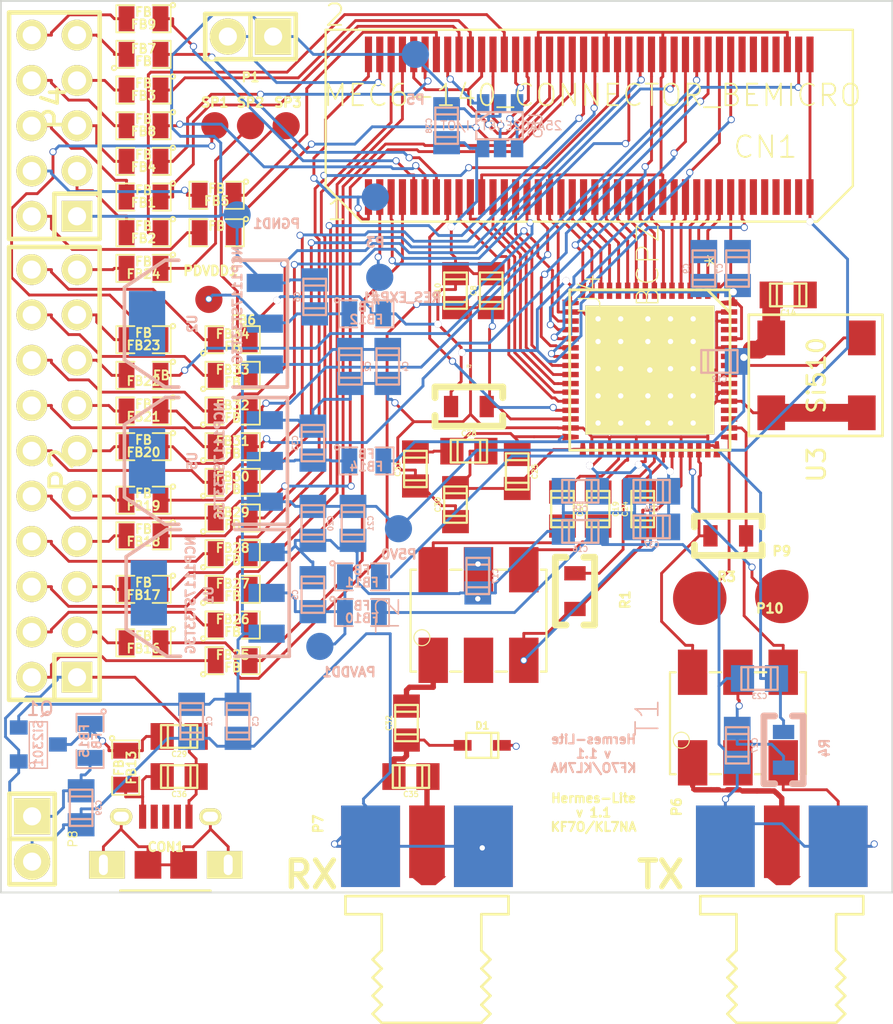
<source format=kicad_pcb>
(kicad_pcb (version 3) (host pcbnew "(2014-06-12 BZR 4942)-product")
  (title_block (title "Hermes Lite") (rev 1.1) (company KL7NA))
  (layers (15 F.Cu signal) (2 Inner2.Cu mixed hide) (1 Inner1.Cu mixed hide) (0 B.Cu signal) (18 B.Paste user) (19 F.Paste user) (20 B.SilkS user) (21 F.SilkS user) (22 B.Mask user) (23 F.Mask user) (28 Edge.Cuts user))
  (net 0 "")
  (net 1 VIN)
  (net 2 GND)
  (net 3 "Net-(C5-Pad1)")
  (net 4 "Net-(C6-Pad1)")
  (net 5 /DVDD)
  (net 6 /AVDD_ADC)
  (net 7 /CLKVDD)
  (net 8 "Net-(C17-Pad1)")
  (net 9 "Net-(C18-Pad1)")
  (net 10 /RXN)
  (net 11 "Net-(C19-Pad1)")
  (net 12 /RXP)
  (net 13 "Net-(C24-Pad1)")
  (net 14 "Net-(C25-Pad1)")
  (net 15 "Net-(C25-Pad2)")
  (net 16 "Net-(C27-Pad1)")
  (net 17 "Net-(C29-Pad1)")
  (net 18 "Net-(C32-Pad1)")
  (net 19 "Net-(C32-Pad2)")
  (net 20 "Net-(C33-Pad1)")
  (net 21 /AVDD_DAC)
  (net 22 "Net-(C35-Pad2)")
  (net 23 "Net-(C36-Pad1)")
  (net 24 "Net-(C39-Pad1)")
  (net 25 /SEN)
  (net 26 /SDIO)
  (net 27 "Net-(CN1-Pad65)")
  (net 28 /SDO)
  (net 29 "Net-(CN1-Pad63)")
  (net 30 /SCK)
  (net 31 "Net-(CN1-Pad61)")
  (net 32 "Net-(CN1-Pad59)")
  (net 33 "Net-(CN1-Pad57)")
  (net 34 "Net-(CN1-Pad55)")
  (net 35 "Net-(CN1-Pad52)")
  (net 36 "Net-(CN1-Pad51)")
  (net 37 "Net-(CN1-Pad49)")
  (net 38 "Net-(CN1-Pad47)")
  (net 39 "Net-(CN1-Pad45)")
  (net 40 "Net-(CN1-Pad43)")
  (net 41 "Net-(CN1-Pad41)")
  (net 42 "Net-(CN1-Pad39)")
  (net 43 "Net-(CN1-Pad37)")
  (net 44 "Net-(CN1-Pad35)")
  (net 45 "Net-(CN1-Pad34)")
  (net 46 "Net-(CN1-Pad31)")
  (net 47 /MAC_SO)
  (net 48 /MAC_SI)
  (net 49 "Net-(CN1-Pad27)")
  (net 50 "Net-(CN1-Pad26)")
  (net 51 "Net-(CN1-Pad25)")
  (net 52 /MAC_CS)
  (net 53 "Net-(CN1-Pad23)")
  (net 54 "Net-(CN1-Pad20)")
  (net 55 "Net-(CN1-Pad19)")
  (net 56 "Net-(CN1-Pad18)")
  (net 57 "Net-(CN1-Pad17)")
  (net 58 /MAC_SCK)
  (net 59 "Net-(CN1-Pad15)")
  (net 60 "Net-(CN1-Pad14)")
  (net 61 "Net-(CN1-Pad13)")
  (net 62 "Net-(CN1-Pad12)")
  (net 63 "Net-(CN1-Pad11)")
  (net 64 "Net-(CN1-Pad9)")
  (net 65 "Net-(CN1-Pad5)")
  (net 66 "Net-(CN1-Pad4)")
  (net 67 "Net-(CN1-Pad3)")
  (net 68 "Net-(CN1-Pad1)")
  (net 69 "Net-(CON1-Pad6)")
  (net 70 /B_SCK)
  (net 71 /PTT)
  (net 72 /B_SS)
  (net 73 /B_SDO)
  (net 74 "Net-(P6-Pad1)")
  (net 75 "Net-(R1-Pad2)")
  (net 76 "Net-(R3-Pad1)")
  (net 77 "Net-(R3-Pad2)")
  (net 78 "Net-(U3-Pad3)")
  (net 79 /GPIO1)
  (net 80 /GPIO2)
  (net 81 /GPIO4)
  (net 82 /GPIO3)
  (net 83 /GPIO5)
  (net 84 /EXP_PR)
  (net 85 /P57)
  (net 86 /P56)
  (net 87 /P55)
  (net 88 /P53)
  (net 89 /P52)
  (net 90 /P51)
  (net 91 /P50)
  (net 92 /P49)
  (net 93 /P48)
  (net 94 /P47)
  (net 95 /P12)
  (net 96 /P36)
  (net 97 /P2)
  (net 98 /P35)
  (net 99 "Net-(FB16-Pad2)")
  (net 100 "Net-(FB17-Pad2)")
  (net 101 "Net-(FB18-Pad2)")
  (net 102 "Net-(FB19-Pad2)")
  (net 103 "Net-(FB20-Pad2)")
  (net 104 "Net-(FB21-Pad2)")
  (net 105 "Net-(FB22-Pad2)")
  (net 106 "Net-(FB23-Pad1)")
  (net 107 "Net-(FB23-Pad2)")
  (net 108 "Net-(FB24-Pad1)")
  (net 109 "Net-(FB24-Pad2)")
  (net 110 "Net-(FB25-Pad1)")
  (net 111 "Net-(FB26-Pad1)")
  (net 112 "Net-(FB27-Pad1)")
  (net 113 "Net-(FB28-Pad1)")
  (net 114 "Net-(FB29-Pad1)")
  (net 115 "Net-(FB30-Pad1)")
  (net 116 "Net-(FB31-Pad1)")
  (net 117 "Net-(FB32-Pad1)")
  (net 118 "Net-(FB33-Pad1)")
  (net 119 "Net-(FB33-Pad2)")
  (net 120 "Net-(FB34-Pad1)")
  (net 121 "Net-(P9-Pad1)")
  (net 122 "Net-(P10-Pad1)")
  (module CP_64_3-M (layer F.Cu) (at 161.4 55.7 270)
    (fp_text reference U4 (at -2.98 2.66 270) (layer F.SilkS) (effects (font (size 1.2065 1.2065) (thickness 0.0762)) (justify left bottom)))
    (fp_text value AD9866BCPZ (at 3.4 -0.6 270) (layer F.SilkS) (effects (font (size 1.2065 1.2065) (thickness 0.0762)) (justify left bottom)))
    (fp_text user * (at -6.1214 -3.7338 270) (layer F.SilkS) (effects (font (size 1.2065 1.2065) (thickness 0.0762))))
    (pad 1 smd trapezoid (at -4.445 -3.7592 180) (size 0.3048 0.9144) (rect_delta 0 0.08) (layers F.Cu F.Paste F.Mask) (net 27 "Net-(CN1-Pad65)"))
    (pad 2 smd rect (at -4.445 -3.2512 180) (size 0.3048 0.9144) (layers F.Cu F.Paste F.Mask) (net 29 "Net-(CN1-Pad63)"))
    (pad 3 smd rect (at -4.445 -2.7432 180) (size 0.3048 0.9144) (layers F.Cu F.Paste F.Mask) (net 31 "Net-(CN1-Pad61)"))
    (pad 4 smd rect (at -4.445 -2.2606 180) (size 0.3048 0.9144) (layers F.Cu F.Paste F.Mask) (net 32 "Net-(CN1-Pad59)"))
    (pad 5 smd rect (at -4.445 -1.7526 180) (size 0.3048 0.9144) (layers F.Cu F.Paste F.Mask) (net 33 "Net-(CN1-Pad57)"))
    (pad 6 smd rect (at -4.445 -1.2446 180) (size 0.3048 0.9144) (layers F.Cu F.Paste F.Mask) (net 34 "Net-(CN1-Pad55)"))
    (pad 7 smd rect (at -4.445 -0.762 180) (size 0.3048 0.9144) (layers F.Cu F.Paste F.Mask) (net 36 "Net-(CN1-Pad51)"))
    (pad 8 smd rect (at -4.445 -0.254 180) (size 0.3048 0.9144) (layers F.Cu F.Paste F.Mask) (net 37 "Net-(CN1-Pad49)"))
    (pad 9 smd rect (at -4.445 0.254 180) (size 0.3048 0.9144) (layers F.Cu F.Paste F.Mask) (net 38 "Net-(CN1-Pad47)"))
    (pad 10 smd rect (at -4.445 0.762 180) (size 0.3048 0.9144) (layers F.Cu F.Paste F.Mask) (net 39 "Net-(CN1-Pad45)"))
    (pad 11 smd rect (at -4.445 1.2446 180) (size 0.3048 0.9144) (layers F.Cu F.Paste F.Mask) (net 40 "Net-(CN1-Pad43)"))
    (pad 12 smd rect (at -4.445 1.7526 180) (size 0.3048 0.9144) (layers F.Cu F.Paste F.Mask) (net 41 "Net-(CN1-Pad41)"))
    (pad 13 smd rect (at -4.445 2.2606 180) (size 0.3048 0.9144) (layers F.Cu F.Paste F.Mask) (net 42 "Net-(CN1-Pad39)"))
    (pad 14 smd rect (at -4.445 2.7432 180) (size 0.3048 0.9144) (layers F.Cu F.Paste F.Mask) (net 43 "Net-(CN1-Pad37)"))
    (pad 15 smd rect (at -4.445 3.2512 180) (size 0.3048 0.9144) (layers F.Cu F.Paste F.Mask) (net 44 "Net-(CN1-Pad35)"))
    (pad 16 smd trapezoid (at -4.445 3.7592 180) (size 0.3048 0.9144) (rect_delta 0 0.08) (layers F.Cu F.Paste F.Mask) (net 35 "Net-(CN1-Pad52)"))
    (pad 17 smd trapezoid (at -3.7592 4.445 270) (size 0.3048 0.9144) (rect_delta 0 0.08) (layers F.Cu F.Paste F.Mask) (net 5 /DVDD))
    (pad 18 smd rect (at -3.2512 4.445 90) (size 0.3048 0.9144) (layers F.Cu F.Paste F.Mask) (net 2 GND))
    (pad 19 smd rect (at -2.7432 4.445 90) (size 0.3048 0.9144) (layers F.Cu F.Paste F.Mask) (net 65 "Net-(CN1-Pad5)"))
    (pad 20 smd rect (at -2.2606 4.445 90) (size 0.3048 0.9144) (layers F.Cu F.Paste F.Mask) (net 26 /SDIO))
    (pad 21 smd rect (at -1.7526 4.445 90) (size 0.3048 0.9144) (layers F.Cu F.Paste F.Mask) (net 28 /SDO))
    (pad 22 smd rect (at -1.2446 4.445 90) (size 0.3048 0.9144) (layers F.Cu F.Paste F.Mask) (net 30 /SCK))
    (pad 23 smd rect (at -0.762 4.445 90) (size 0.3048 0.9144) (layers F.Cu F.Paste F.Mask) (net 25 /SEN))
    (pad 24 smd rect (at -0.254 4.445 90) (size 0.3048 0.9144) (layers F.Cu F.Paste F.Mask) (net 49 "Net-(CN1-Pad27)"))
    (pad 25 smd rect (at 0.254 4.445 90) (size 0.3048 0.9144) (layers F.Cu F.Paste F.Mask) (net 51 "Net-(CN1-Pad25)"))
    (pad 26 smd rect (at 0.762 4.445 90) (size 0.3048 0.9144) (layers F.Cu F.Paste F.Mask) (net 53 "Net-(CN1-Pad23)"))
    (pad 27 smd rect (at 1.2446 4.445 90) (size 0.3048 0.9144) (layers F.Cu F.Paste F.Mask) (net 55 "Net-(CN1-Pad19)"))
    (pad 28 smd rect (at 1.7526 4.445 90) (size 0.3048 0.9144) (layers F.Cu F.Paste F.Mask) (net 57 "Net-(CN1-Pad17)"))
    (pad 29 smd rect (at 2.2606 4.445 90) (size 0.3048 0.9144) (layers F.Cu F.Paste F.Mask) (net 59 "Net-(CN1-Pad15)"))
    (pad 30 smd rect (at 2.7432 4.445 90) (size 0.3048 0.9144) (layers F.Cu F.Paste F.Mask) (net 46 "Net-(CN1-Pad31)"))
    (pad 31 smd rect (at 3.2512 4.445 90) (size 0.3048 0.9144) (layers F.Cu F.Paste F.Mask) (net 2 GND))
    (pad 32 smd trapezoid (at 3.7592 4.445 270) (size 0.3048 0.9144) (rect_delta 0 0.08) (layers F.Cu F.Paste F.Mask) (net 15 "Net-(C25-Pad2)"))
    (pad 33 smd trapezoid (at 4.445 3.7592) (size 0.3048 0.9144) (rect_delta 0 0.08) (layers F.Cu F.Paste F.Mask) (net 14 "Net-(C25-Pad1)"))
    (pad 34 smd rect (at 4.445 3.2512 180) (size 0.3048 0.9144) (layers F.Cu F.Paste F.Mask) (net 2 GND))
    (pad 35 smd rect (at 4.445 2.7432 180) (size 0.3048 0.9144) (layers F.Cu F.Paste F.Mask) (net 6 /AVDD_ADC))
    (pad 36 smd rect (at 4.445 2.2606 180) (size 0.3048 0.9144) (layers F.Cu F.Paste F.Mask) (net 2 GND))
    (pad 37 smd rect (at 4.445 1.7526 180) (size 0.3048 0.9144) (layers F.Cu F.Paste F.Mask) (net 10 /RXN))
    (pad 38 smd rect (at 4.445 1.2446 180) (size 0.3048 0.9144) (layers F.Cu F.Paste F.Mask) (net 12 /RXP))
    (pad 39 smd rect (at 4.445 0.762 180) (size 0.3048 0.9144) (layers F.Cu F.Paste F.Mask) (net 2 GND))
    (pad 40 smd rect (at 4.445 0.254 180) (size 0.3048 0.9144) (layers F.Cu F.Paste F.Mask) (net 6 /AVDD_ADC))
    (pad 41 smd rect (at 4.445 -0.254 180) (size 0.3048 0.9144) (layers F.Cu F.Paste F.Mask) (net 75 "Net-(R1-Pad2)"))
    (pad 42 smd rect (at 4.445 -0.762 180) (size 0.3048 0.9144) (layers F.Cu F.Paste F.Mask) (net 13 "Net-(C24-Pad1)"))
    (pad 43 smd rect (at 4.445 -1.2446 180) (size 0.3048 0.9144) (layers F.Cu F.Paste F.Mask) (net 21 /AVDD_DAC))
    (pad 44 smd rect (at 4.445 -1.7526 180) (size 0.3048 0.9144) (layers F.Cu F.Paste F.Mask) (net 2 GND))
    (pad 45 smd rect (at 4.445 -2.2606 180) (size 0.3048 0.9144) (layers F.Cu F.Paste F.Mask) (net 122 "Net-(P10-Pad1)"))
    (pad 46 smd rect (at 4.445 -2.7432 180) (size 0.3048 0.9144) (layers F.Cu F.Paste F.Mask) (net 77 "Net-(R3-Pad2)"))
    (pad 47 smd rect (at 4.445 -3.2512 180) (size 0.3048 0.9144) (layers F.Cu F.Paste F.Mask) (net 2 GND))
    (pad 48 smd trapezoid (at 4.445 -3.7592) (size 0.3048 0.9144) (rect_delta 0 0.08) (layers F.Cu F.Paste F.Mask) (net 2 GND))
    (pad 49 smd trapezoid (at 3.7592 -4.445 90) (size 0.3048 0.9144) (rect_delta 0 0.07) (layers F.Cu F.Paste F.Mask) (net 121 "Net-(P9-Pad1)"))
    (pad 50 smd rect (at 3.2512 -4.445 90) (size 0.3048 0.9144) (layers F.Cu F.Paste F.Mask) (net 76 "Net-(R3-Pad1)"))
    (pad 51 smd rect (at 2.7432 -4.445 90) (size 0.3048 0.9144) (layers F.Cu F.Paste F.Mask))
    (pad 52 smd rect (at 2.2606 -4.445 90) (size 0.3048 0.9144) (layers F.Cu F.Paste F.Mask))
    (pad 53 smd rect (at 1.7526 -4.445 90) (size 0.3048 0.9144) (layers F.Cu F.Paste F.Mask) (net 2 GND))
    (pad 54 smd rect (at 1.2446 -4.445 90) (size 0.3048 0.9144) (layers F.Cu F.Paste F.Mask) (net 2 GND))
    (pad 55 smd rect (at 0.762 -4.445 90) (size 0.3048 0.9144) (layers F.Cu F.Paste F.Mask) (net 2 GND))
    (pad 56 smd rect (at 0.254 -4.445 90) (size 0.3048 0.9144) (layers F.Cu F.Paste F.Mask))
    (pad 57 smd rect (at -0.254 -4.445 90) (size 0.3048 0.9144) (layers F.Cu F.Paste F.Mask) (net 78 "Net-(U3-Pad3)"))
    (pad 58 smd rect (at -0.762 -4.445 90) (size 0.3048 0.9144) (layers F.Cu F.Paste F.Mask) (net 7 /CLKVDD))
    (pad 59 smd rect (at -1.2446 -4.445 90) (size 0.3048 0.9144) (layers F.Cu F.Paste F.Mask) (net 2 GND))
    (pad 60 smd rect (at -1.7526 -4.445 90) (size 0.3048 0.9144) (layers F.Cu F.Paste F.Mask) (net 5 /DVDD))
    (pad 61 smd rect (at -2.2606 -4.445 90) (size 0.3048 0.9144) (layers F.Cu F.Paste F.Mask))
    (pad 62 smd rect (at -2.7432 -4.445 90) (size 0.3048 0.9144) (layers F.Cu F.Paste F.Mask) (net 2 GND))
    (pad 63 smd rect (at -3.2512 -4.445 90) (size 0.3048 0.9144) (layers F.Cu F.Paste F.Mask) (net 2 GND))
    (pad 64 smd trapezoid (at -3.7592 -4.445 90) (size 0.3048 0.9144) (rect_delta 0 0.08) (layers F.Cu F.Paste F.Mask) (net 5 /DVDD))
    (pad 65 thru_hole rect (at 0 0 270) (size 7.239 7.239) (drill 0.3) (layers *.Cu *.Mask F.SilkS) (net 2 GND))
  )
  (module Resistors_SMD:Resistor_SMD0805_ReflowWave (layer F.Cu) (at 157.2 68.1 90)
    (fp_text reference R1 (at -0.48 2.82 90) (layer F.SilkS) (effects (font (size 0.524 0.524) (thickness 0.131))))
    (fp_text value 1.6K hide)
    (pad 1 smd rect (at -1.00076 0 90) (size 0.8001 1.19888) (layers F.Cu F.Paste F.Mask) (net 2 GND))
    (pad 2 smd rect (at 1.00076 0 90) (size 0.8001 1.19888) (layers F.Cu F.Paste F.Mask) (net 75 "Net-(R1-Pad2)"))
  )
  (module Measurement_Points:Measurement_Point_Round-SMD-Pad_Small (layer B.Cu) (at 142.89 71.2)
    (fp_text reference PAVDD1 (at 1.636 1.444) (layer B.SilkS) (effects (font (size 0.524 0.524) (thickness 0.131)) (justify mirror)))
    (fp_text value CONN_1 hide)
    (pad 1 smd circle (at 0 0) (size 1.524 1.524) (layers B.Cu B.Paste B.Mask) (net 3 "Net-(C5-Pad1)"))
  )
  (module Capacitors_SMD:c_0805 (layer B.Cu) (at 135.7 75.4 90)
    (fp_text reference C1 (at 0 0.9906 90) (layer B.SilkS) (effects (font (size 0.29972 0.29972) (thickness 0.06096)) (justify mirror)))
    (fp_text value 0.1UF hide)
    (pad 1 smd rect (at 0.9525 0 90) (size 1.30048 1.4986) (layers B.Cu B.Paste B.Mask) (net 1 VIN))
    (pad 2 smd rect (at -0.9525 0 90) (size 1.30048 1.4986) (layers B.Cu B.Paste B.Mask) (net 2 GND))
  )
  (module Capacitors_SMD:c_0805 (layer B.Cu) (at 144.6 55.5 90)
    (fp_text reference C2 (at 0 0.9906 90) (layer B.SilkS) (effects (font (size 0.29972 0.29972) (thickness 0.06096)) (justify mirror)))
    (fp_text value 0.1UF hide)
    (pad 1 smd rect (at 0.9525 0 90) (size 1.30048 1.4986) (layers B.Cu B.Paste B.Mask) (net 1 VIN))
    (pad 2 smd rect (at -0.9525 0 90) (size 1.30048 1.4986) (layers B.Cu B.Paste B.Mask) (net 2 GND))
  )
  (module Capacitors_SMD:c_0805 (layer B.Cu) (at 138.3 75.4 90)
    (fp_text reference C3 (at 0 0.9906 90) (layer B.SilkS) (effects (font (size 0.29972 0.29972) (thickness 0.06096)) (justify mirror)))
    (fp_text value 1UF hide)
    (pad 1 smd rect (at 0.9525 0 90) (size 1.30048 1.4986) (layers B.Cu B.Paste B.Mask) (net 1 VIN))
    (pad 2 smd rect (at -0.9525 0 90) (size 1.30048 1.4986) (layers B.Cu B.Paste B.Mask) (net 2 GND))
  )
  (module Capacitors_SMD:c_0805 (layer B.Cu) (at 146.7 55.5 90)
    (fp_text reference C4 (at 0 0.9906 90) (layer B.SilkS) (effects (font (size 0.29972 0.29972) (thickness 0.06096)) (justify mirror)))
    (fp_text value 1UF hide)
    (pad 1 smd rect (at 0.9525 0 90) (size 1.30048 1.4986) (layers B.Cu B.Paste B.Mask) (net 1 VIN))
    (pad 2 smd rect (at -0.9525 0 90) (size 1.30048 1.4986) (layers B.Cu B.Paste B.Mask) (net 2 GND))
  )
  (module Capacitors_SMD:c_0805 (layer B.Cu) (at 142.5 68.3 270)
    (fp_text reference C5 (at 0 0.9906 270) (layer B.SilkS) (effects (font (size 0.29972 0.29972) (thickness 0.06096)) (justify mirror)))
    (fp_text value 10UF hide)
    (pad 1 smd rect (at 0.9525 0 270) (size 1.30048 1.4986) (layers B.Cu B.Paste B.Mask) (net 3 "Net-(C5-Pad1)"))
    (pad 2 smd rect (at -0.9525 0 270) (size 1.30048 1.4986) (layers B.Cu B.Paste B.Mask) (net 2 GND))
  )
  (module Capacitors_SMD:c_0805 (layer B.Cu) (at 142.6 51.6 270)
    (fp_text reference C6 (at 0 0.9906 270) (layer B.SilkS) (effects (font (size 0.29972 0.29972) (thickness 0.06096)) (justify mirror)))
    (fp_text value 10UF hide)
    (pad 1 smd rect (at 0.9525 0 270) (size 1.30048 1.4986) (layers B.Cu B.Paste B.Mask) (net 4 "Net-(C6-Pad1)"))
    (pad 2 smd rect (at -0.9525 0 270) (size 1.30048 1.4986) (layers B.Cu B.Paste B.Mask) (net 2 GND))
  )
  (module Capacitors_SMD:c_0805 (layer B.Cu) (at 166.32 50.01 270)
    (fp_text reference C7 (at 0 0.9906 270) (layer B.SilkS) (effects (font (size 0.29972 0.29972) (thickness 0.06096)) (justify mirror)))
    (fp_text value 0.1UF hide)
    (pad 1 smd rect (at 0.9525 0 270) (size 1.30048 1.4986) (layers B.Cu B.Paste B.Mask) (net 5 /DVDD))
    (pad 2 smd rect (at -0.9525 0 270) (size 1.30048 1.4986) (layers B.Cu B.Paste B.Mask) (net 2 GND))
  )
  (module Capacitors_SMD:c_0805 (layer F.Cu) (at 152.5 51.25 90)
    (fp_text reference C8 (at 0 -0.9906 90) (layer F.SilkS) (effects (font (size 0.29972 0.29972) (thickness 0.06096))))
    (fp_text value 0.1UF hide)
    (pad 1 smd rect (at 0.9525 0 90) (size 1.30048 1.4986) (layers F.Cu F.Paste F.Mask) (net 5 /DVDD))
    (pad 2 smd rect (at -0.9525 0 90) (size 1.30048 1.4986) (layers F.Cu F.Paste F.Mask) (net 2 GND))
  )
  (module Capacitors_SMD:c_0805 (layer B.Cu) (at 164.43 50.01 270)
    (fp_text reference C9 (at 0 0.9906 270) (layer B.SilkS) (effects (font (size 0.29972 0.29972) (thickness 0.06096)) (justify mirror)))
    (fp_text value 1UF hide)
    (pad 1 smd rect (at 0.9525 0 270) (size 1.30048 1.4986) (layers B.Cu B.Paste B.Mask) (net 5 /DVDD))
    (pad 2 smd rect (at -0.9525 0 270) (size 1.30048 1.4986) (layers B.Cu B.Paste B.Mask) (net 2 GND))
  )
  (module Capacitors_SMD:c_0805 (layer F.Cu) (at 150.5 51.25 90)
    (fp_text reference C10 (at 0 -0.9906 90) (layer F.SilkS) (effects (font (size 0.29972 0.29972) (thickness 0.06096))))
    (fp_text value 1UF hide)
    (pad 1 smd rect (at 0.9525 0 90) (size 1.30048 1.4986) (layers F.Cu F.Paste F.Mask) (net 5 /DVDD))
    (pad 2 smd rect (at -0.9525 0 90) (size 1.30048 1.4986) (layers F.Cu F.Paste F.Mask) (net 2 GND))
  )
  (module Capacitors_SMD:c_0805 (layer B.Cu) (at 165.3 55.22)
    (fp_text reference C12 (at 0 0.9906) (layer B.SilkS) (effects (font (size 0.29972 0.29972) (thickness 0.06096)) (justify mirror)))
    (fp_text value 0.1UF hide)
    (pad 1 smd rect (at 0.9525 0) (size 1.30048 1.4986) (layers B.Cu B.Paste B.Mask) (net 7 /CLKVDD))
    (pad 2 smd rect (at -0.9525 0) (size 1.30048 1.4986) (layers B.Cu B.Paste B.Mask) (net 2 GND))
  )
  (module Capacitors_SMD:c_0805 (layer F.Cu) (at 169.16 51.49 180)
    (fp_text reference C14 (at 0 -0.9906 180) (layer F.SilkS) (effects (font (size 0.29972 0.29972) (thickness 0.06096))))
    (fp_text value 1UF hide)
    (pad 1 smd rect (at 0.9525 0 180) (size 1.30048 1.4986) (layers F.Cu F.Paste F.Mask) (net 7 /CLKVDD))
    (pad 2 smd rect (at -0.9525 0 180) (size 1.30048 1.4986) (layers F.Cu F.Paste F.Mask) (net 2 GND))
  )
  (module Capacitors_SMD:c_0805 (layer B.Cu) (at 157.5 62.5)
    (fp_text reference C15 (at 0 0.9906) (layer B.SilkS) (effects (font (size 0.29972 0.29972) (thickness 0.06096)) (justify mirror)))
    (fp_text value 0.1UF hide)
    (pad 1 smd rect (at 0.9525 0) (size 1.30048 1.4986) (layers B.Cu B.Paste B.Mask) (net 6 /AVDD_ADC))
    (pad 2 smd rect (at -0.9525 0) (size 1.30048 1.4986) (layers B.Cu B.Paste B.Mask) (net 2 GND))
  )
  (module Capacitors_SMD:c_0805 (layer B.Cu) (at 157.5 64.75)
    (fp_text reference C16 (at 0 0.9906) (layer B.SilkS) (effects (font (size 0.29972 0.29972) (thickness 0.06096)) (justify mirror)))
    (fp_text value 1UF hide)
    (pad 1 smd rect (at 0.9525 0) (size 1.30048 1.4986) (layers B.Cu B.Paste B.Mask) (net 6 /AVDD_ADC))
    (pad 2 smd rect (at -0.9525 0) (size 1.30048 1.4986) (layers B.Cu B.Paste B.Mask) (net 2 GND))
  )
  (module Capacitors_SMD:c_0805 (layer B.Cu) (at 151.75 67.25 90)
    (fp_text reference C17 (at 0 0.9906 90) (layer B.SilkS) (effects (font (size 0.29972 0.29972) (thickness 0.06096)) (justify mirror)))
    (fp_text value 0.1UF hide)
    (pad 1 smd rect (at 0.9525 0 90) (size 1.30048 1.4986) (layers B.Cu B.Paste B.Mask) (net 8 "Net-(C17-Pad1)"))
    (pad 2 smd rect (at -0.9525 0 90) (size 1.30048 1.4986) (layers B.Cu B.Paste B.Mask) (net 2 GND))
  )
  (module Capacitors_SMD:c_0805 (layer F.Cu) (at 156.5 63.5 270)
    (fp_text reference C18 (at 0 -0.9906 270) (layer F.SilkS) (effects (font (size 0.29972 0.29972) (thickness 0.06096))))
    (fp_text value 0.1UF hide)
    (pad 1 smd rect (at 0.9525 0 270) (size 1.30048 1.4986) (layers F.Cu F.Paste F.Mask) (net 9 "Net-(C18-Pad1)"))
    (pad 2 smd rect (at -0.9525 0 270) (size 1.30048 1.4986) (layers F.Cu F.Paste F.Mask) (net 10 /RXN))
  )
  (module Capacitors_SMD:c_0805 (layer F.Cu) (at 158.5 63.5 270)
    (fp_text reference C19 (at 0 -0.9906 270) (layer F.SilkS) (effects (font (size 0.29972 0.29972) (thickness 0.06096))))
    (fp_text value 0.1UF hide)
    (pad 1 smd rect (at 0.9525 0 270) (size 1.30048 1.4986) (layers F.Cu F.Paste F.Mask) (net 11 "Net-(C19-Pad1)"))
    (pad 2 smd rect (at -0.9525 0 270) (size 1.30048 1.4986) (layers F.Cu F.Paste F.Mask) (net 12 /RXP))
  )
  (module Capacitors_SMD:c_0805 (layer B.Cu) (at 142.5 64.3 90)
    (fp_text reference C20 (at 0 0.9906 90) (layer B.SilkS) (effects (font (size 0.29972 0.29972) (thickness 0.06096)) (justify mirror)))
    (fp_text value 0.1UF hide)
    (pad 1 smd rect (at 0.9525 0 90) (size 1.30048 1.4986) (layers B.Cu B.Paste B.Mask) (net 1 VIN))
    (pad 2 smd rect (at -0.9525 0 90) (size 1.30048 1.4986) (layers B.Cu B.Paste B.Mask) (net 2 GND))
  )
  (module Capacitors_SMD:c_0805 (layer B.Cu) (at 144.75 64.3 90)
    (fp_text reference C21 (at 0 0.9906 90) (layer B.SilkS) (effects (font (size 0.29972 0.29972) (thickness 0.06096)) (justify mirror)))
    (fp_text value 1UF hide)
    (pad 1 smd rect (at 0.9525 0 90) (size 1.30048 1.4986) (layers B.Cu B.Paste B.Mask) (net 1 VIN))
    (pad 2 smd rect (at -0.9525 0 90) (size 1.30048 1.4986) (layers B.Cu B.Paste B.Mask) (net 2 GND))
  )
  (module Capacitors_SMD:c_0805 (layer B.Cu) (at 167.55 73)
    (fp_text reference C23 (at 0 0.9906) (layer B.SilkS) (effects (font (size 0.29972 0.29972) (thickness 0.06096)) (justify mirror)))
    (fp_text value 10UF hide)
    (pad 1 smd rect (at 0.9525 0) (size 1.30048 1.4986) (layers B.Cu B.Paste B.Mask) (net 1 VIN))
    (pad 2 smd rect (at -0.9525 0) (size 1.30048 1.4986) (layers B.Cu B.Paste B.Mask) (net 2 GND))
  )
  (module Capacitors_SMD:c_0805 (layer F.Cu) (at 161 63.5 90)
    (fp_text reference C24 (at 0 -0.9906 90) (layer F.SilkS) (effects (font (size 0.29972 0.29972) (thickness 0.06096))))
    (fp_text value 0.1UF hide)
    (pad 1 smd rect (at 0.9525 0 90) (size 1.30048 1.4986) (layers F.Cu F.Paste F.Mask) (net 13 "Net-(C24-Pad1)"))
    (pad 2 smd rect (at -0.9525 0 90) (size 1.30048 1.4986) (layers F.Cu F.Paste F.Mask) (net 2 GND))
  )
  (module Capacitors_SMD:c_0805 (layer F.Cu) (at 153.96 61.39 270)
    (fp_text reference C25 (at 0 -0.9906 270) (layer F.SilkS) (effects (font (size 0.29972 0.29972) (thickness 0.06096))))
    (fp_text value 0.1UF hide)
    (pad 1 smd rect (at 0.9525 0 270) (size 1.30048 1.4986) (layers F.Cu F.Paste F.Mask) (net 14 "Net-(C25-Pad1)"))
    (pad 2 smd rect (at -0.9525 0 270) (size 1.30048 1.4986) (layers F.Cu F.Paste F.Mask) (net 15 "Net-(C25-Pad2)"))
  )
  (module Capacitors_SMD:c_0805 (layer B.Cu) (at 166.3 76.75 90)
    (fp_text reference C27 (at 0 0.9906 90) (layer B.SilkS) (effects (font (size 0.29972 0.29972) (thickness 0.06096)) (justify mirror)))
    (fp_text value 0.1UF hide)
    (pad 1 smd rect (at 0.9525 0 90) (size 1.30048 1.4986) (layers B.Cu B.Paste B.Mask) (net 16 "Net-(C27-Pad1)"))
    (pad 2 smd rect (at -0.9525 0 90) (size 1.30048 1.4986) (layers B.Cu B.Paste B.Mask) (net 2 GND))
  )
  (module Capacitors_SMD:c_0805 (layer F.Cu) (at 151.25 60.25)
    (fp_text reference C28 (at 0 -0.9906) (layer F.SilkS) (effects (font (size 0.29972 0.29972) (thickness 0.06096))))
    (fp_text value 10UF hide)
    (pad 1 smd rect (at 0.9525 0) (size 1.30048 1.4986) (layers F.Cu F.Paste F.Mask) (net 14 "Net-(C25-Pad1)"))
    (pad 2 smd rect (at -0.9525 0) (size 1.30048 1.4986) (layers F.Cu F.Paste F.Mask) (net 15 "Net-(C25-Pad2)"))
  )
  (module Capacitors_SMD:c_0805 (layer F.Cu) (at 135 76.25 180)
    (fp_text reference C29 (at 0 -0.9906 180) (layer F.SilkS) (effects (font (size 0.29972 0.29972) (thickness 0.06096))))
    (fp_text value 10UF hide)
    (pad 1 smd rect (at 0.9525 0 180) (size 1.30048 1.4986) (layers F.Cu F.Paste F.Mask) (net 17 "Net-(C29-Pad1)"))
    (pad 2 smd rect (at -0.9525 0 180) (size 1.30048 1.4986) (layers F.Cu F.Paste F.Mask) (net 2 GND))
  )
  (module Capacitors_SMD:c_0805 (layer F.Cu) (at 150.5 63.25 90)
    (fp_text reference C30 (at 0 -0.9906 90) (layer F.SilkS) (effects (font (size 0.29972 0.29972) (thickness 0.06096))))
    (fp_text value 0.1UF hide)
    (pad 1 smd rect (at 0.9525 0 90) (size 1.30048 1.4986) (layers F.Cu F.Paste F.Mask) (net 14 "Net-(C25-Pad1)"))
    (pad 2 smd rect (at -0.9525 0 90) (size 1.30048 1.4986) (layers F.Cu F.Paste F.Mask) (net 2 GND))
  )
  (module Capacitors_SMD:c_0805 (layer F.Cu) (at 148.25 61.25 90)
    (fp_text reference C31 (at 0 -0.9906 90) (layer F.SilkS) (effects (font (size 0.29972 0.29972) (thickness 0.06096))))
    (fp_text value 0.1UF hide)
    (pad 1 smd rect (at 0.9525 0 90) (size 1.30048 1.4986) (layers F.Cu F.Paste F.Mask) (net 15 "Net-(C25-Pad2)"))
    (pad 2 smd rect (at -0.9525 0 90) (size 1.30048 1.4986) (layers F.Cu F.Paste F.Mask) (net 2 GND))
  )
  (module Capacitors_SMD:c_0805 (layer F.Cu) (at 147.75 75.5 90)
    (fp_text reference C32 (at 0 -0.9906 90) (layer F.SilkS) (effects (font (size 0.29972 0.29972) (thickness 0.06096))))
    (fp_text value 0.1UF hide)
    (pad 1 smd rect (at 0.9525 0 90) (size 1.30048 1.4986) (layers F.Cu F.Paste F.Mask) (net 18 "Net-(C32-Pad1)"))
    (pad 2 smd rect (at -0.9525 0 90) (size 1.30048 1.4986) (layers F.Cu F.Paste F.Mask) (net 19 "Net-(C32-Pad2)"))
  )
  (module Capacitors_SMD:c_0805 (layer B.Cu) (at 142.5 59.8 270)
    (fp_text reference C33 (at 0 0.9906 270) (layer B.SilkS) (effects (font (size 0.29972 0.29972) (thickness 0.06096)) (justify mirror)))
    (fp_text value 10UF hide)
    (pad 1 smd rect (at 0.9525 0 270) (size 1.30048 1.4986) (layers B.Cu B.Paste B.Mask) (net 20 "Net-(C33-Pad1)"))
    (pad 2 smd rect (at -0.9525 0 270) (size 1.30048 1.4986) (layers B.Cu B.Paste B.Mask) (net 2 GND))
  )
  (module Capacitors_SMD:c_0805 (layer B.Cu) (at 161.5 62.5)
    (fp_text reference C34 (at 0 0.9906) (layer B.SilkS) (effects (font (size 0.29972 0.29972) (thickness 0.06096)) (justify mirror)))
    (fp_text value 0.1UF hide)
    (pad 1 smd rect (at 0.9525 0) (size 1.30048 1.4986) (layers B.Cu B.Paste B.Mask) (net 21 /AVDD_DAC))
    (pad 2 smd rect (at -0.9525 0) (size 1.30048 1.4986) (layers B.Cu B.Paste B.Mask) (net 2 GND))
  )
  (module Capacitors_SMD:c_0805 (layer F.Cu) (at 148 78.5 180)
    (fp_text reference C35 (at 0 -0.9906 180) (layer F.SilkS) (effects (font (size 0.29972 0.29972) (thickness 0.06096))))
    (fp_text value 0.1UF hide)
    (pad 1 smd rect (at 0.9525 0 180) (size 1.30048 1.4986) (layers F.Cu F.Paste F.Mask) (net 19 "Net-(C32-Pad2)"))
    (pad 2 smd rect (at -0.9525 0 180) (size 1.30048 1.4986) (layers F.Cu F.Paste F.Mask) (net 22 "Net-(C35-Pad2)"))
  )
  (module Capacitors_SMD:c_0805 (layer F.Cu) (at 135 78.5 180)
    (fp_text reference C36 (at 0 -0.9906 180) (layer F.SilkS) (effects (font (size 0.29972 0.29972) (thickness 0.06096))))
    (fp_text value 0.1UF hide)
    (pad 1 smd rect (at 0.9525 0 180) (size 1.30048 1.4986) (layers F.Cu F.Paste F.Mask) (net 23 "Net-(C36-Pad1)"))
    (pad 2 smd rect (at -0.9525 0 180) (size 1.30048 1.4986) (layers F.Cu F.Paste F.Mask) (net 2 GND))
  )
  (module Capacitors_SMD:c_0805 (layer B.Cu) (at 161.5 64.5)
    (fp_text reference C37 (at 0 0.9906) (layer B.SilkS) (effects (font (size 0.29972 0.29972) (thickness 0.06096)) (justify mirror)))
    (fp_text value 1UF hide)
    (pad 1 smd rect (at 0.9525 0) (size 1.30048 1.4986) (layers B.Cu B.Paste B.Mask) (net 21 /AVDD_DAC))
    (pad 2 smd rect (at -0.9525 0) (size 1.30048 1.4986) (layers B.Cu B.Paste B.Mask) (net 2 GND))
  )
  (module Capacitors_SMD:c_0805 (layer B.Cu) (at 150 42 270)
    (fp_text reference C38 (at 0 0.9906 270) (layer B.SilkS) (effects (font (size 0.29972 0.29972) (thickness 0.06096)) (justify mirror)))
    (fp_text value 0.1UF hide)
    (pad 1 smd rect (at 0.9525 0 270) (size 1.30048 1.4986) (layers B.Cu B.Paste B.Mask) (net 5 /DVDD))
    (pad 2 smd rect (at -0.9525 0 270) (size 1.30048 1.4986) (layers B.Cu B.Paste B.Mask) (net 2 GND))
  )
  (module Capacitors_SMD:c_0805 (layer B.Cu) (at 129.5 80.25 90)
    (fp_text reference C39 (at 0 0.9906 90) (layer B.SilkS) (effects (font (size 0.29972 0.29972) (thickness 0.06096)) (justify mirror)))
    (fp_text value 0.1UF hide)
    (pad 1 smd rect (at 0.9525 0 90) (size 1.30048 1.4986) (layers B.Cu B.Paste B.Mask) (net 24 "Net-(C39-Pad1)"))
    (pad 2 smd rect (at -0.9525 0 90) (size 1.30048 1.4986) (layers B.Cu B.Paste B.Mask) (net 2 GND))
  )
  (module BEMICRO:MEC6-140-02-X-D-RAX (layer F.Cu) (at 158 42 180)
    (fp_text reference CN1 (at -8 -1.9 180) (layer F.SilkS) (effects (font (size 1.2065 1.2065) (thickness 0.1016)) (justify left bottom)))
    (fp_text value MEC6-140_CONNECTOR_BEMICRO (at 15 1 180) (layer F.SilkS) (effects (font (size 1.2065 1.2065) (thickness 0.1016)) (justify left bottom)))
    (fp_text user 1 (at 14.8 -5.4 180) (layer F.SilkS) (effects (font (size 1.2065 1.2065) (thickness 0.1016)) (justify left bottom)))
    (fp_text user 2 (at 14.9 5.5 360) (layer F.SilkS) (effects (font (size 1.2065 1.2065) (thickness 0.1016)) (justify left bottom)))
    (pad 80 smd rect (at -12.3825 4 180) (size 0.4 2) (layers F.Cu F.Paste F.Mask) (net 1 VIN))
    (pad 79 smd rect (at -12.3825 -4 180) (size 0.4 2) (layers F.Cu F.Paste F.Mask) (net 1 VIN))
    (pad 78 smd rect (at -11.7475 4 180) (size 0.4 2) (layers F.Cu F.Paste F.Mask) (net 84 /EXP_PR))
    (pad 77 smd rect (at -11.7475 -4 180) (size 0.4 2) (layers F.Cu F.Paste F.Mask))
    (pad 76 smd rect (at -11.1125 4 180) (size 0.4 2) (layers F.Cu F.Paste F.Mask) (net 2 GND))
    (pad 75 smd rect (at -11.1125 -4 180) (size 0.4 2) (layers F.Cu F.Paste F.Mask))
    (pad 74 smd rect (at -10.4775 4 180) (size 0.4 2) (layers F.Cu F.Paste F.Mask))
    (pad 73 smd rect (at -10.4775 -4 180) (size 0.4 2) (layers F.Cu F.Paste F.Mask))
    (pad 72 smd rect (at -9.8425 4 180) (size 0.4 2) (layers F.Cu F.Paste F.Mask))
    (pad 71 smd rect (at -9.8425 -4 180) (size 0.4 2) (layers F.Cu F.Paste F.Mask))
    (pad 70 smd rect (at -9.2075 4 180) (size 0.4 2) (layers F.Cu F.Paste F.Mask))
    (pad 69 smd rect (at -9.2075 -4 180) (size 0.4 2) (layers F.Cu F.Paste F.Mask))
    (pad 68 smd rect (at -8.5725 4 180) (size 0.4 2) (layers F.Cu F.Paste F.Mask))
    (pad 67 smd rect (at -8.5725 -4 180) (size 0.4 2) (layers F.Cu F.Paste F.Mask) (net 25 /SEN))
    (pad 66 smd rect (at -7.9375 4 180) (size 0.4 2) (layers F.Cu F.Paste F.Mask) (net 26 /SDIO))
    (pad 65 smd rect (at -7.9375 -4 180) (size 0.4 2) (layers F.Cu F.Paste F.Mask) (net 27 "Net-(CN1-Pad65)"))
    (pad 64 smd rect (at -7.3025 4 180) (size 0.4 2) (layers F.Cu F.Paste F.Mask) (net 28 /SDO))
    (pad 63 smd rect (at -7.3025 -4 180) (size 0.4 2) (layers F.Cu F.Paste F.Mask) (net 29 "Net-(CN1-Pad63)"))
    (pad 62 smd rect (at -6.6675 4 180) (size 0.4 2) (layers F.Cu F.Paste F.Mask) (net 30 /SCK))
    (pad 61 smd rect (at -6.6675 -4 180) (size 0.4 2) (layers F.Cu F.Paste F.Mask) (net 31 "Net-(CN1-Pad61)"))
    (pad 60 smd rect (at -6.0325 4 180) (size 0.4 2) (layers F.Cu F.Paste F.Mask) (net 85 /P57))
    (pad 59 smd rect (at -6.0325 -4 180) (size 0.4 2) (layers F.Cu F.Paste F.Mask) (net 32 "Net-(CN1-Pad59)"))
    (pad 58 smd rect (at -5.3975 4 180) (size 0.4 2) (layers F.Cu F.Paste F.Mask) (net 86 /P56))
    (pad 57 smd rect (at -5.3975 -4 180) (size 0.4 2) (layers F.Cu F.Paste F.Mask) (net 33 "Net-(CN1-Pad57)"))
    (pad 56 smd rect (at -4.7625 4 180) (size 0.4 2) (layers F.Cu F.Paste F.Mask) (net 87 /P55))
    (pad 55 smd rect (at -4.7625 -4 180) (size 0.4 2) (layers F.Cu F.Paste F.Mask) (net 34 "Net-(CN1-Pad55)"))
    (pad 54 smd rect (at -4.1275 4 180) (size 0.4 2) (layers F.Cu F.Paste F.Mask) (net 2 GND))
    (pad 53 smd rect (at -4.1275 -4 180) (size 0.4 2) (layers F.Cu F.Paste F.Mask) (net 2 GND))
    (pad 52 smd rect (at -3.4925 4 180) (size 0.4 2) (layers F.Cu F.Paste F.Mask) (net 35 "Net-(CN1-Pad52)"))
    (pad 51 smd rect (at -3.4925 -4 180) (size 0.4 2) (layers F.Cu F.Paste F.Mask) (net 36 "Net-(CN1-Pad51)"))
    (pad 50 smd rect (at -2.8575 4 180) (size 0.4 2) (layers F.Cu F.Paste F.Mask) (net 88 /P53))
    (pad 49 smd rect (at -2.8575 -4 180) (size 0.4 2) (layers F.Cu F.Paste F.Mask) (net 37 "Net-(CN1-Pad49)"))
    (pad 48 smd rect (at -2.2225 4 180) (size 0.4 2) (layers F.Cu F.Paste F.Mask) (net 89 /P52))
    (pad 47 smd rect (at -2.2225 -4 180) (size 0.4 2) (layers F.Cu F.Paste F.Mask) (net 38 "Net-(CN1-Pad47)"))
    (pad 46 smd rect (at -1.5875 4 180) (size 0.4 2) (layers F.Cu F.Paste F.Mask) (net 90 /P51))
    (pad 45 smd rect (at -1.5875 -4 180) (size 0.4 2) (layers F.Cu F.Paste F.Mask) (net 39 "Net-(CN1-Pad45)"))
    (pad 44 smd rect (at -0.9525 4 180) (size 0.4 2) (layers F.Cu F.Paste F.Mask) (net 2 GND))
    (pad 43 smd rect (at -0.9525 -4 180) (size 0.4 2) (layers F.Cu F.Paste F.Mask) (net 40 "Net-(CN1-Pad43)"))
    (pad 42 smd rect (at -0.3175 4 180) (size 0.4 2) (layers F.Cu F.Paste F.Mask) (net 91 /P50))
    (pad 41 smd rect (at -0.3175 -4 180) (size 0.4 2) (layers F.Cu F.Paste F.Mask) (net 41 "Net-(CN1-Pad41)"))
    (pad 40 smd rect (at 0.3175 4 180) (size 0.4 2) (layers F.Cu F.Paste F.Mask) (net 92 /P49))
    (pad 39 smd rect (at 0.3175 -4 180) (size 0.4 2) (layers F.Cu F.Paste F.Mask) (net 42 "Net-(CN1-Pad39)"))
    (pad 38 smd rect (at 0.9525 4 180) (size 0.4 2) (layers F.Cu F.Paste F.Mask) (net 93 /P48))
    (pad 37 smd rect (at 0.9525 -4 180) (size 0.4 2) (layers F.Cu F.Paste F.Mask) (net 43 "Net-(CN1-Pad37)"))
    (pad 36 smd rect (at 1.5875 4 180) (size 0.4 2) (layers F.Cu F.Paste F.Mask) (net 94 /P47))
    (pad 35 smd rect (at 1.5875 -4 180) (size 0.4 2) (layers F.Cu F.Paste F.Mask) (net 44 "Net-(CN1-Pad35)"))
    (pad 34 smd rect (at 2.2225 4 180) (size 0.4 2) (layers F.Cu F.Paste F.Mask) (net 45 "Net-(CN1-Pad34)"))
    (pad 33 smd rect (at 2.2225 -4 180) (size 0.4 2) (layers F.Cu F.Paste F.Mask) (net 2 GND))
    (pad 32 smd rect (at 2.8575 4 180) (size 0.4 2) (layers F.Cu F.Paste F.Mask) (net 2 GND))
    (pad 31 smd rect (at 2.8575 -4 180) (size 0.4 2) (layers F.Cu F.Paste F.Mask) (net 46 "Net-(CN1-Pad31)"))
    (pad 30 smd rect (at 3.4925 4 180) (size 0.4 2) (layers F.Cu F.Paste F.Mask) (net 47 /MAC_SO))
    (pad 29 smd rect (at 3.4925 -4 180) (size 0.4 2) (layers F.Cu F.Paste F.Mask) (net 95 /P12))
    (pad 28 smd rect (at 4.1275 4 180) (size 0.4 2) (layers F.Cu F.Paste F.Mask) (net 48 /MAC_SI))
    (pad 27 smd rect (at 4.1275 -4 180) (size 0.4 2) (layers F.Cu F.Paste F.Mask) (net 49 "Net-(CN1-Pad27)"))
    (pad 26 smd rect (at 4.7625 4 180) (size 0.4 2) (layers F.Cu F.Paste F.Mask) (net 50 "Net-(CN1-Pad26)"))
    (pad 25 smd rect (at 4.7625 -4 180) (size 0.4 2) (layers F.Cu F.Paste F.Mask) (net 51 "Net-(CN1-Pad25)"))
    (pad 24 smd rect (at 5.3975 4 180) (size 0.4 2) (layers F.Cu F.Paste F.Mask) (net 52 /MAC_CS))
    (pad 23 smd rect (at 5.3975 -4 180) (size 0.4 2) (layers F.Cu F.Paste F.Mask) (net 53 "Net-(CN1-Pad23)"))
    (pad 22 smd rect (at 6.0325 4 180) (size 0.4 2) (layers F.Cu F.Paste F.Mask) (net 2 GND))
    (pad 21 smd rect (at 6.0325 -4 180) (size 0.4 2) (layers F.Cu F.Paste F.Mask) (net 2 GND))
    (pad 20 smd rect (at 6.6675 4 180) (size 0.4 2) (layers F.Cu F.Paste F.Mask) (net 54 "Net-(CN1-Pad20)"))
    (pad 19 smd rect (at 6.6675 -4 180) (size 0.4 2) (layers F.Cu F.Paste F.Mask) (net 55 "Net-(CN1-Pad19)"))
    (pad 18 smd rect (at 7.3025 4 180) (size 0.4 2) (layers F.Cu F.Paste F.Mask) (net 56 "Net-(CN1-Pad18)"))
    (pad 17 smd rect (at 7.3025 -4 180) (size 0.4 2) (layers F.Cu F.Paste F.Mask) (net 57 "Net-(CN1-Pad17)"))
    (pad 16 smd rect (at 7.9375 4 180) (size 0.4 2) (layers F.Cu F.Paste F.Mask) (net 58 /MAC_SCK))
    (pad 15 smd rect (at 7.9375 -4 180) (size 0.4 2) (layers F.Cu F.Paste F.Mask) (net 59 "Net-(CN1-Pad15)"))
    (pad 14 smd rect (at 8.5725 4 180) (size 0.4 2) (layers F.Cu F.Paste F.Mask) (net 60 "Net-(CN1-Pad14)"))
    (pad 13 smd rect (at 8.5725 -4 180) (size 0.4 2) (layers F.Cu F.Paste F.Mask) (net 61 "Net-(CN1-Pad13)"))
    (pad 12 smd rect (at 9.2075 4 180) (size 0.4 2) (layers F.Cu F.Paste F.Mask) (net 62 "Net-(CN1-Pad12)"))
    (pad 11 smd rect (at 9.2075 -4 180) (size 0.4 2) (layers F.Cu F.Paste F.Mask) (net 63 "Net-(CN1-Pad11)"))
    (pad 10 smd rect (at 9.8425 4 180) (size 0.4 2) (layers F.Cu F.Paste F.Mask) (net 2 GND))
    (pad 9 smd rect (at 9.8425 -4 180) (size 0.4 2) (layers F.Cu F.Paste F.Mask) (net 64 "Net-(CN1-Pad9)"))
    (pad 8 smd rect (at 10.4775 4 180) (size 0.4 2) (layers F.Cu F.Paste F.Mask) (net 96 /P36))
    (pad 7 smd rect (at 10.4775 -4 180) (size 0.4 2) (layers F.Cu F.Paste F.Mask) (net 97 /P2))
    (pad 6 smd rect (at 11.1125 4 180) (size 0.4 2) (layers F.Cu F.Paste F.Mask) (net 98 /P35))
    (pad 5 smd rect (at 11.1125 -4 180) (size 0.4 2) (layers F.Cu F.Paste F.Mask) (net 65 "Net-(CN1-Pad5)"))
    (pad 4 smd rect (at 11.7475 4 180) (size 0.4 2) (layers F.Cu F.Paste F.Mask) (net 66 "Net-(CN1-Pad4)"))
    (pad 3 smd rect (at 11.7475 -4 180) (size 0.4 2) (layers F.Cu F.Paste F.Mask) (net 67 "Net-(CN1-Pad3)"))
    (pad 2 smd rect (at 12.3825 4 180) (size 0.4 2) (layers F.Cu F.Paste F.Mask) (net 68 "Net-(CN1-Pad1)"))
    (pad 1 smd rect (at 12.3825 -4 180) (size 0.4 2) (layers F.Cu F.Paste F.Mask) (net 68 "Net-(CN1-Pad1)"))
    (pad "" np_thru_hole circle (at -13.585 0 180) (size 1.55 1.55) (drill 1.55) (layers *.Cu))
    (pad "" np_thru_hole circle (at 13.585 0 180) (size 1.55 1.55) (drill 1.55) (layers *.Cu))
  )
  (module USB:Micro_USB_B_oval_holes (layer F.Cu) (at 134.25 80.75 180)
    (fp_text reference CON1 (at 0 -1.7 180) (layer F.SilkS) (effects (font (size 0.5 0.5) (thickness 0.125))))
    (fp_text value USB-MICRO-B hide)
    (pad 3 smd rect (at 0 0 180) (size 0.4 1.35) (layers F.Cu F.Paste F.Mask))
    (pad 2 smd rect (at 0.65 0 180) (size 0.4 1.35) (layers F.Cu F.Paste F.Mask))
    (pad 1 smd rect (at 1.3 0 180) (size 0.4 1.35) (layers F.Cu F.Paste F.Mask) (net 23 "Net-(C36-Pad1)"))
    (pad 4 smd rect (at -0.65 0 180) (size 0.4 1.35) (layers F.Cu F.Paste F.Mask))
    (pad 5 smd rect (at -1.3 0 180) (size 0.4 1.35) (layers F.Cu F.Paste F.Mask) (net 2 GND))
    (pad 6 thru_hole oval (at 2.5 0 180) (size 1.25 0.95) (drill oval 0.85 0.55) (layers *.Cu *.Mask F.SilkS) (net 69 "Net-(CON1-Pad6)"))
    (pad 6 thru_hole oval (at -2.5 0 180) (size 1.25 0.95) (drill oval 0.85 0.55) (layers *.Cu *.Mask F.SilkS) (net 69 "Net-(CON1-Pad6)"))
    (pad 6 thru_hole trapezoid (at 3.5 -2.7 180) (size 2 1.55) (drill oval 0.5 1.15 (offset -0.2 0)) (layers *.Cu *.Mask F.SilkS) (net 69 "Net-(CON1-Pad6)"))
    (pad 6 smd rect (at 1 -2.7 180) (size 1.5 1.55) (layers F.Cu F.Paste F.Mask) (net 69 "Net-(CON1-Pad6)"))
    (pad 6 smd rect (at -1 -2.7 180) (size 1.5 1.55) (layers F.Cu F.Paste F.Mask) (net 69 "Net-(CON1-Pad6)"))
    (pad 6 thru_hole trapezoid (at -3.5 -2.7 180) (size 2 1.55) (drill oval 0.5 1.15 (offset 0.2 0)) (layers *.Cu *.Mask F.SilkS) (net 69 "Net-(CON1-Pad6)"))
  )
  (module SOD:SOD323 (layer F.Cu) (at 152 76.75)
    (fp_text reference D1 (at 0 -1.09982) (layer F.SilkS) (effects (font (size 0.39878 0.39878) (thickness 0.09906))))
    (fp_text value CDSOD323-T03C hide)
    (pad 2 smd rect (at 1.09982 0) (size 1.00076 0.59944) (layers F.Cu F.Paste F.Mask) (net 2 GND))
    (pad 1 smd rect (at -1.09982 0) (size 1.00076 0.59944) (layers F.Cu F.Paste F.Mask) (net 19 "Net-(C32-Pad2)"))
  )
  (module SMD_Packages:SM0805 (layer F.Cu) (at 133 46 180)
    (fp_text reference FB1 (at 0 -0.3175 180) (layer F.SilkS) (effects (font (size 0.50038 0.50038) (thickness 0.10922))))
    (fp_text value FB (at 0 0.381 180) (layer F.SilkS) (effects (font (size 0.50038 0.50038) (thickness 0.10922))))
    (pad 1 smd rect (at -0.9525 0 180) (size 0.889 1.397) (layers F.Cu F.Paste F.Mask) (net 56 "Net-(CN1-Pad18)"))
    (pad 2 smd rect (at 0.9525 0 180) (size 0.889 1.397) (layers F.Cu F.Paste F.Mask) (net 79 /GPIO1))
  )
  (module SMD_Packages:SM0805 (layer F.Cu) (at 133 48 180)
    (fp_text reference FB2 (at 0 -0.3175 180) (layer F.SilkS) (effects (font (size 0.50038 0.50038) (thickness 0.10922))))
    (fp_text value FB (at 0 0.381 180) (layer F.SilkS) (effects (font (size 0.50038 0.50038) (thickness 0.10922))))
    (pad 1 smd rect (at -0.9525 0 180) (size 0.889 1.397) (layers F.Cu F.Paste F.Mask) (net 50 "Net-(CN1-Pad26)"))
    (pad 2 smd rect (at 0.9525 0 180) (size 0.889 1.397) (layers F.Cu F.Paste F.Mask) (net 70 /B_SCK))
  )
  (module SMD_Packages:SM0805 (layer F.Cu) (at 133 40 180)
    (fp_text reference FB3 (at 0 -0.3175 180) (layer F.SilkS) (effects (font (size 0.50038 0.50038) (thickness 0.10922))))
    (fp_text value FB (at 0 0.381 180) (layer F.SilkS) (effects (font (size 0.50038 0.50038) (thickness 0.10922))))
    (pad 1 smd rect (at -0.9525 0 180) (size 0.889 1.397) (layers F.Cu F.Paste F.Mask) (net 54 "Net-(CN1-Pad20)"))
    (pad 2 smd rect (at 0.9525 0 180) (size 0.889 1.397) (layers F.Cu F.Paste F.Mask) (net 80 /GPIO2))
  )
  (module SMD_Packages:SM0805 (layer F.Cu) (at 133 44 180)
    (fp_text reference FB4 (at 0 -0.3175 180) (layer F.SilkS) (effects (font (size 0.50038 0.50038) (thickness 0.10922))))
    (fp_text value FB (at 0 0.381 180) (layer F.SilkS) (effects (font (size 0.50038 0.50038) (thickness 0.10922))))
    (pad 1 smd rect (at -0.9525 0 180) (size 0.889 1.397) (layers F.Cu F.Paste F.Mask) (net 62 "Net-(CN1-Pad12)"))
    (pad 2 smd rect (at 0.9525 0 180) (size 0.889 1.397) (layers F.Cu F.Paste F.Mask) (net 71 /PTT))
  )
  (module SMD_Packages:SM0805 (layer F.Cu) (at 137.1 45.9 180)
    (fp_text reference FB5 (at 0 -0.3175 180) (layer F.SilkS) (effects (font (size 0.50038 0.50038) (thickness 0.10922))))
    (fp_text value FB (at 0 0.381 180) (layer F.SilkS) (effects (font (size 0.50038 0.50038) (thickness 0.10922))))
    (pad 1 smd rect (at -0.9525 0 180) (size 0.889 1.397) (layers F.Cu F.Paste F.Mask) (net 60 "Net-(CN1-Pad14)"))
    (pad 2 smd rect (at 0.9525 0 180) (size 0.889 1.397) (layers F.Cu F.Paste F.Mask) (net 72 /B_SS))
  )
  (module SMD_Packages:SM0805 (layer F.Cu) (at 137.1 48 180)
    (fp_text reference FB6 (at -1.5 -4.9 180) (layer F.SilkS) (effects (font (size 0.50038 0.50038) (thickness 0.10922))))
    (fp_text value FB (at 0 0.381 180) (layer F.SilkS) (effects (font (size 0.50038 0.50038) (thickness 0.10922))))
    (pad 1 smd rect (at -0.9525 0 180) (size 0.889 1.397) (layers F.Cu F.Paste F.Mask) (net 45 "Net-(CN1-Pad34)"))
    (pad 2 smd rect (at 0.9525 0 180) (size 0.889 1.397) (layers F.Cu F.Paste F.Mask) (net 73 /B_SDO))
  )
  (module SMD_Packages:SM0805 (layer F.Cu) (at 133 38)
    (fp_text reference FB7 (at 0 -0.3175) (layer F.SilkS) (effects (font (size 0.50038 0.50038) (thickness 0.10922))))
    (fp_text value FB (at 0 0.381) (layer F.SilkS) (effects (font (size 0.50038 0.50038) (thickness 0.10922))))
    (pad 1 smd rect (at -0.9525 0) (size 0.889 1.397) (layers F.Cu F.Paste F.Mask) (net 81 /GPIO4))
    (pad 2 smd rect (at 0.9525 0) (size 0.889 1.397) (layers F.Cu F.Paste F.Mask) (net 61 "Net-(CN1-Pad13)"))
  )
  (module SMD_Packages:SM0805 (layer F.Cu) (at 133 42 180)
    (fp_text reference FB8 (at 0 -0.3175 180) (layer F.SilkS) (effects (font (size 0.50038 0.50038) (thickness 0.10922))))
    (fp_text value FB (at 0 0.381 180) (layer F.SilkS) (effects (font (size 0.50038 0.50038) (thickness 0.10922))))
    (pad 1 smd rect (at -0.9525 0 180) (size 0.889 1.397) (layers F.Cu F.Paste F.Mask) (net 63 "Net-(CN1-Pad11)"))
    (pad 2 smd rect (at 0.9525 0 180) (size 0.889 1.397) (layers F.Cu F.Paste F.Mask) (net 82 /GPIO3))
  )
  (module SMD_Packages:SM0805 (layer F.Cu) (at 133 36 180)
    (fp_text reference FB9 (at 0 -0.3175 180) (layer F.SilkS) (effects (font (size 0.50038 0.50038) (thickness 0.10922))))
    (fp_text value FB (at 0 0.381 180) (layer F.SilkS) (effects (font (size 0.50038 0.50038) (thickness 0.10922))))
    (pad 1 smd rect (at -0.9525 0 180) (size 0.889 1.397) (layers F.Cu F.Paste F.Mask) (net 64 "Net-(CN1-Pad9)"))
    (pad 2 smd rect (at 0.9525 0 180) (size 0.889 1.397) (layers F.Cu F.Paste F.Mask) (net 83 /GPIO5))
  )
  (module SMD_Packages:SM0805 (layer B.Cu) (at 145.25 69.3)
    (fp_text reference FB10 (at 0 0.3175) (layer B.SilkS) (effects (font (size 0.50038 0.50038) (thickness 0.10922)) (justify mirror)))
    (fp_text value FB (at 0 -0.381) (layer B.SilkS) (effects (font (size 0.50038 0.50038) (thickness 0.10922)) (justify mirror)))
    (pad 1 smd rect (at -0.9525 0) (size 0.889 1.397) (layers B.Cu B.Paste B.Mask) (net 3 "Net-(C5-Pad1)"))
    (pad 2 smd rect (at 0.9525 0) (size 0.889 1.397) (layers B.Cu B.Paste B.Mask) (net 6 /AVDD_ADC))
  )
  (module SMD_Packages:SM0805 (layer B.Cu) (at 145.25 67.3)
    (fp_text reference FB11 (at 0 0.3175) (layer B.SilkS) (effects (font (size 0.50038 0.50038) (thickness 0.10922)) (justify mirror)))
    (fp_text value FB (at 0 -0.381) (layer B.SilkS) (effects (font (size 0.50038 0.50038) (thickness 0.10922)) (justify mirror)))
    (pad 1 smd rect (at -0.9525 0) (size 0.889 1.397) (layers B.Cu B.Paste B.Mask) (net 3 "Net-(C5-Pad1)"))
    (pad 2 smd rect (at 0.9525 0) (size 0.889 1.397) (layers B.Cu B.Paste B.Mask) (net 21 /AVDD_DAC))
  )
  (module SMD_Packages:SM0805 (layer B.Cu) (at 145.5 52.55)
    (fp_text reference FB12 (at 0 0.3175) (layer B.SilkS) (effects (font (size 0.50038 0.50038) (thickness 0.10922)) (justify mirror)))
    (fp_text value FB (at 0 -0.381) (layer B.SilkS) (effects (font (size 0.50038 0.50038) (thickness 0.10922)) (justify mirror)))
    (pad 1 smd rect (at -0.9525 0) (size 0.889 1.397) (layers B.Cu B.Paste B.Mask) (net 4 "Net-(C6-Pad1)"))
    (pad 2 smd rect (at 0.9525 0) (size 0.889 1.397) (layers B.Cu B.Paste B.Mask) (net 5 /DVDD))
  )
  (module SMD_Packages:SM0805 (layer F.Cu) (at 132 78 270)
    (fp_text reference FB13 (at 0 -0.3175 270) (layer F.SilkS) (effects (font (size 0.50038 0.50038) (thickness 0.10922))))
    (fp_text value FB (at 0 0.381 270) (layer F.SilkS) (effects (font (size 0.50038 0.50038) (thickness 0.10922))))
    (pad 1 smd rect (at -0.9525 0 270) (size 0.889 1.397) (layers F.Cu F.Paste F.Mask) (net 17 "Net-(C29-Pad1)"))
    (pad 2 smd rect (at 0.9525 0 270) (size 0.889 1.397) (layers F.Cu F.Paste F.Mask) (net 23 "Net-(C36-Pad1)"))
  )
  (module SMD_Packages:SM0805 (layer B.Cu) (at 145.5 60.8)
    (fp_text reference FB14 (at 0 0.3175) (layer B.SilkS) (effects (font (size 0.50038 0.50038) (thickness 0.10922)) (justify mirror)))
    (fp_text value FB (at 0 -0.381) (layer B.SilkS) (effects (font (size 0.50038 0.50038) (thickness 0.10922)) (justify mirror)))
    (pad 1 smd rect (at -0.9525 0) (size 0.889 1.397) (layers B.Cu B.Paste B.Mask) (net 20 "Net-(C33-Pad1)"))
    (pad 2 smd rect (at 0.9525 0) (size 0.889 1.397) (layers B.Cu B.Paste B.Mask) (net 7 /CLKVDD))
  )
  (module SMD_Packages:SM0805 (layer B.Cu) (at 130 76.5 270)
    (fp_text reference FB15 (at 0 0.3175 270) (layer B.SilkS) (effects (font (size 0.50038 0.50038) (thickness 0.10922)) (justify mirror)))
    (fp_text value FB (at 0 -0.381 270) (layer B.SilkS) (effects (font (size 0.50038 0.50038) (thickness 0.10922)) (justify mirror)))
    (pad 1 smd rect (at -0.9525 0 270) (size 0.889 1.397) (layers B.Cu B.Paste B.Mask) (net 17 "Net-(C29-Pad1)"))
    (pad 2 smd rect (at 0.9525 0 270) (size 0.889 1.397) (layers B.Cu B.Paste B.Mask) (net 24 "Net-(C39-Pad1)"))
  )
  (module Measurement_Points:Measurement_Point_Round-SMD-Pad_Small (layer B.Cu) (at 146 46)
    (fp_text reference P3 (at 0 2.54) (layer B.SilkS) (effects (font (size 0.524 0.524) (thickness 0.131)) (justify mirror)))
    (fp_text value CONN_1 hide)
    (pad 1 smd circle (at 0 0) (size 1.524 1.524) (layers B.Cu B.Paste B.Mask) (net 68 "Net-(CN1-Pad1)"))
  )
  (module Pin_Headers:Pin_Header_Straight_2x05 (layer F.Cu) (at 128 42 90)
    (fp_text reference P4 (at 1 0 90) (layer F.SilkS) (effects (font (size 1.27 1.27) (thickness 0.2032))))
    (fp_text value CONN_5X2 hide)
    (pad 1 thru_hole rect (at -5.08 1.27 90) (size 1.7272 1.7272) (drill 1.016) (layers *.Cu *.Mask F.SilkS) (net 2 GND))
    (pad 2 thru_hole oval (at -5.08 -1.27 90) (size 1.7272 1.7272) (drill 1.016) (layers *.Cu *.Mask F.SilkS) (net 73 /B_SDO))
    (pad 3 thru_hole oval (at -2.54 1.27 90) (size 1.7272 1.7272) (drill 1.016) (layers *.Cu *.Mask F.SilkS) (net 70 /B_SCK))
    (pad 4 thru_hole oval (at -2.54 -1.27 90) (size 1.7272 1.7272) (drill 1.016) (layers *.Cu *.Mask F.SilkS) (net 72 /B_SS))
    (pad 5 thru_hole oval (at 0 1.27 90) (size 1.7272 1.7272) (drill 1.016) (layers *.Cu *.Mask F.SilkS) (net 71 /PTT))
    (pad 6 thru_hole oval (at 0 -1.27 90) (size 1.7272 1.7272) (drill 1.016) (layers *.Cu *.Mask F.SilkS) (net 79 /GPIO1))
    (pad 7 thru_hole oval (at 2.54 1.27 90) (size 1.7272 1.7272) (drill 1.016) (layers *.Cu *.Mask F.SilkS) (net 80 /GPIO2))
    (pad 8 thru_hole oval (at 2.54 -1.27 90) (size 1.7272 1.7272) (drill 1.016) (layers *.Cu *.Mask F.SilkS) (net 82 /GPIO3))
    (pad 9 thru_hole oval (at 5.08 1.27 90) (size 1.7272 1.7272) (drill 1.016) (layers *.Cu *.Mask F.SilkS) (net 81 /GPIO4))
    (pad 10 thru_hole oval (at 5.08 -1.27 90) (size 1.7272 1.7272) (drill 1.016) (layers *.Cu *.Mask F.SilkS) (net 83 /GPIO5))
  )
  (module Measurement_Points:Measurement_Point_Round-SMD-Pad_Small (layer B.Cu) (at 148.25 38)
    (fp_text reference P5 (at 0 2.54) (layer B.SilkS) (effects (font (size 0.524 0.524) (thickness 0.131)) (justify mirror)))
    (fp_text value CONN_1 hide)
    (pad 1 smd circle (at 0 0) (size 1.524 1.524) (layers B.Cu B.Paste B.Mask) (net 2 GND))
  )
  (module Measurement_Points:Measurement_Point_Round-SMD-Pad_Small (layer B.Cu) (at 147.3 64.6)
    (fp_text reference P5V0 (at 0.02 1.44) (layer B.SilkS) (effects (font (size 0.524 0.524) (thickness 0.131)) (justify mirror)))
    (fp_text value CONN_1 hide)
    (pad 1 smd circle (at 0 0) (size 1.524 1.524) (layers B.Cu B.Paste B.Mask) (net 1 VIN))
  )
  (module SMA_EDGE:SMA_EDGE (layer F.Cu) (at 168.8 91.3 270)
    (fp_text reference P6 (at -11.1 5.9 270) (layer F.SilkS) (effects (font (size 0.524 0.524) (thickness 0.131))))
    (fp_text value Coaxial_Connector hide)
    (pad 2 connect rect (at -8.89 -3.16484 270) (size 4.572 3.302) (layers F.Cu F.Mask) (net 2 GND))
    (pad 1 connect trapezoid (at -6.958 -0.08 270) (size 0.50038 1.39954) (rect_delta 0.59944 0) (layers F.Cu F.Mask) (net 74 "Net-(P6-Pad1)"))
    (pad 2 connect rect (at -8.89 3.16484 270) (size 4.572 3.302) (layers B.Cu F.Mask) (net 2 GND))
    (pad 1 connect rect (at -9.144 0 270) (size 4.07162 1.99898) (layers F.Cu F.Mask) (net 74 "Net-(P6-Pad1)"))
    (pad 2 connect rect (at -8.89 -3.16484 270) (size 4.572 3.302) (layers B.Cu F.Mask) (net 2 GND))
    (pad 2 connect rect (at -8.89 3.16484 270) (size 4.572 3.302) (layers F.Cu F.Mask) (net 2 GND))
  )
  (module SMA_EDGE:SMA_EDGE (layer F.Cu) (at 148.9 91.3 270)
    (fp_text reference P7 (at -10.15 6.1 270) (layer F.SilkS) (effects (font (size 0.524 0.524) (thickness 0.131))))
    (fp_text value Coaxial_Connector hide)
    (pad 2 connect rect (at -8.89 -3.16484 270) (size 4.572 3.302) (layers F.Cu F.Mask) (net 2 GND))
    (pad 1 connect trapezoid (at -6.958 -0.08 270) (size 0.50038 1.39954) (rect_delta 0.59944 0) (layers F.Cu F.Mask) (net 22 "Net-(C35-Pad2)"))
    (pad 2 connect rect (at -8.89 3.16484 270) (size 4.572 3.302) (layers B.Cu F.Mask) (net 2 GND))
    (pad 1 connect rect (at -9.144 0 270) (size 4.07162 1.99898) (layers F.Cu F.Mask) (net 22 "Net-(C35-Pad2)"))
    (pad 2 connect rect (at -8.89 -3.16484 270) (size 4.572 3.302) (layers B.Cu F.Mask) (net 2 GND))
    (pad 2 connect rect (at -8.89 3.16484 270) (size 4.572 3.302) (layers F.Cu F.Mask) (net 2 GND))
  )
  (module Pin_Headers:Pin_Header_Straight_1x02 (layer F.Cu) (at 126.75 82 270)
    (fp_text reference P8 (at 0 -2.286 270) (layer F.SilkS) (effects (font (size 0.5 0.5) (thickness 0.0675))))
    (fp_text value CONN_2 hide)
    (pad 1 thru_hole rect (at -1.27 0 270) (size 2.032 2.032) (drill 1.016) (layers *.Cu *.Mask F.SilkS) (net 24 "Net-(C39-Pad1)"))
    (pad 2 thru_hole oval (at 1.27 0 270) (size 2.032 2.032) (drill 1.016) (layers *.Cu *.Mask F.SilkS) (net 2 GND))
  )
  (module Measurement_Points:Measurement_Point_Round-SMD-Pad_Small (layer F.Cu) (at 136.667 51.74)
    (fp_text reference PDVDD1 (at 0.1 -1.6) (layer F.SilkS) (effects (font (size 0.524 0.524) (thickness 0.131))))
    (fp_text value CONN_1 hide)
    (pad 1 smd circle (at 0 0) (size 1.524 1.524) (layers F.Cu F.Paste F.Mask) (net 4 "Net-(C6-Pad1)"))
  )
  (module Measurement_Points:Measurement_Point_Round-SMD-Pad_Small (layer B.Cu) (at 138.25 47)
    (fp_text reference PGND1 (at 2.212 0.498) (layer B.SilkS) (effects (font (size 0.524 0.524) (thickness 0.131)) (justify mirror)))
    (fp_text value CONN_1 hide)
    (pad 1 smd circle (at 0 0) (size 1.524 1.524) (layers B.Cu B.Paste B.Mask) (net 2 GND))
  )
  (module SMD_Packages:SOT23 (layer B.Cu) (at 127.1 76.7 90)
    (fp_text reference Q1 (at 1.99898 0.09906 360) (layer B.SilkS) (effects (font (size 0.762 0.762) (thickness 0.11938)) (justify mirror)))
    (fp_text value Si2301 (at 0.0635 0 90) (layer B.SilkS) (effects (font (size 0.50038 0.50038) (thickness 0.09906)) (justify mirror)))
    (pad 3 smd rect (at 0 1.09982 90) (size 0.8001 1.00076) (layers B.Cu B.Paste B.Mask) (net 17 "Net-(C29-Pad1)"))
    (pad 2 smd rect (at 0.9525 -1.09982 90) (size 0.8001 1.00076) (layers B.Cu B.Paste B.Mask) (net 1 VIN))
    (pad 1 smd rect (at -0.9525 -1.09982 90) (size 0.8001 1.00076) (layers B.Cu B.Paste B.Mask) (net 2 GND))
  )
  (module Resistors_SMD:Resistor_SMD0805_ReflowWave (layer F.Cu) (at 151.25 57.75)
    (fp_text reference R2 (at 0 -2.25) (layer F.SilkS) (effects (font (size 0.1524 0.1524) (thickness 0.03048))))
    (fp_text value 10K hide)
    (pad 1 smd rect (at -1.00076 0) (size 0.8001 1.19888) (layers F.Cu F.Paste F.Mask) (net 5 /DVDD))
    (pad 2 smd rect (at 1.00076 0) (size 0.8001 1.19888) (layers F.Cu F.Paste F.Mask) (net 46 "Net-(CN1-Pad31)"))
  )
  (module Resistors_SMD:Resistor_SMD0805_ReflowWave (layer F.Cu) (at 165.8 65 180)
    (fp_text reference R3 (at 0.09906 -2.30124 180) (layer F.SilkS) (effects (font (size 0.524 0.524) (thickness 0.131))))
    (fp_text value 200 hide)
    (pad 1 smd rect (at -1.00076 0 180) (size 0.8001 1.19888) (layers F.Cu F.Paste F.Mask) (net 76 "Net-(R3-Pad1)"))
    (pad 2 smd rect (at 1.00076 0 180) (size 0.8001 1.19888) (layers F.Cu F.Paste F.Mask) (net 77 "Net-(R3-Pad2)"))
  )
  (module Resistors_SMD:Resistor_SMD0805_ReflowWave (layer B.Cu) (at 168.9 77 90)
    (fp_text reference R4 (at 0.09906 2.30124 90) (layer B.SilkS) (effects (font (size 0.524 0.524) (thickness 0.131)) (justify mirror)))
    (fp_text value DNI hide)
    (pad 1 smd rect (at -1.00076 0 90) (size 0.8001 1.19888) (layers B.Cu B.Paste B.Mask) (net 16 "Net-(C27-Pad1)"))
    (pad 2 smd rect (at 1.00076 0 90) (size 0.8001 1.19888) (layers B.Cu B.Paste B.Mask) (net 1 VIN))
  )
  (module Measurement_Points:Measurement_Point_Round-SMD-Pad_Small (layer B.Cu) (at 146.25 50.5)
    (fp_text reference RES_EXP#1 (at 1.217 1.14) (layer B.SilkS) (effects (font (size 0.524 0.524) (thickness 0.131)) (justify mirror)))
    (fp_text value CONN_1 hide)
    (pad 1 smd circle (at 0 0) (size 1.524 1.524) (layers B.Cu B.Paste B.Mask) (net 67 "Net-(CN1-Pad3)"))
  )
  (module MINICKTS:minicircuits-CD542 (layer F.Cu) (at 163.8 79)
    (fp_text reference T1 (at -2.54 -3.81 90) (layer B.SilkS) (effects (font (size 1.27 1.27) (thickness 0.0889))))
    (fp_text value TRANSF_ADT2 hide)
    (pad 1 smd rect (at 0 -1.27) (size 1.651 2.54) (layers F.Cu F.Paste F.Mask) (net 74 "Net-(P6-Pad1)"))
    (pad 2 smd rect (at 2.54 -1.27) (size 1.651 2.54) (layers F.Cu F.Paste F.Mask))
    (pad 3 smd rect (at 5.08 -1.27) (size 1.651 2.54) (layers F.Cu F.Paste F.Mask) (net 2 GND))
    (pad 4 smd rect (at 5.08 -6.35) (size 1.651 2.54) (layers F.Cu F.Paste F.Mask) (net 76 "Net-(R3-Pad1)"))
    (pad 5 smd rect (at 2.54 -6.35) (size 1.651 2.54) (layers F.Cu F.Paste F.Mask) (net 16 "Net-(C27-Pad1)"))
    (pad 6 smd rect (at 0 -6.35) (size 1.651 2.54) (layers F.Cu F.Paste F.Mask) (net 77 "Net-(R3-Pad2)"))
  )
  (module MINICKTS:minicircuits-CD542 (layer F.Cu) (at 149.25 73.25)
    (fp_text reference T2 (at -2.54 -3.81 90) (layer B.SilkS) (effects (font (size 1.27 1.27) (thickness 0.0889))))
    (fp_text value TRANSF_ADT8 hide)
    (pad 1 smd rect (at 0 -1.27) (size 1.651 2.54) (layers F.Cu F.Paste F.Mask) (net 18 "Net-(C32-Pad1)"))
    (pad 2 smd rect (at 2.54 -1.27) (size 1.651 2.54) (layers F.Cu F.Paste F.Mask))
    (pad 3 smd rect (at 5.08 -1.27) (size 1.651 2.54) (layers F.Cu F.Paste F.Mask) (net 2 GND))
    (pad 4 smd rect (at 5.08 -6.35) (size 1.651 2.54) (layers F.Cu F.Paste F.Mask) (net 11 "Net-(C19-Pad1)"))
    (pad 5 smd rect (at 2.54 -6.35) (size 1.651 2.54) (layers F.Cu F.Paste F.Mask) (net 8 "Net-(C17-Pad1)"))
    (pad 6 smd rect (at 0 -6.35) (size 1.651 2.54) (layers F.Cu F.Paste F.Mask) (net 9 "Net-(C18-Pad1)"))
  )
  (module SMD_Packages:SOT223 (layer B.Cu) (at 136.6 68.2 270)
    (fp_text reference U1 (at 0.126 -0.052 270) (layer B.SilkS) (effects (font (size 0.5 0.5) (thickness 0.125)) (justify mirror)))
    (fp_text value NCP1117ST33T3G (at 0.126 0.964 270) (layer B.SilkS) (effects (font (size 0.5 0.5) (thickness 0.125)) (justify mirror)))
    (pad 4 smd rect (at 0 3.302 270) (size 3.6576 2.032) (layers B.Cu B.Paste B.Mask))
    (pad 2 smd rect (at 0 -3.302 270) (size 1.016 2.032) (layers B.Cu B.Paste B.Mask) (net 3 "Net-(C5-Pad1)"))
    (pad 3 smd rect (at 2.286 -3.302 270) (size 1.016 2.032) (layers B.Cu B.Paste B.Mask) (net 1 VIN))
    (pad 1 smd rect (at -2.286 -3.302 270) (size 1.016 2.032) (layers B.Cu B.Paste B.Mask) (net 2 GND))
  )
  (module SMD_Packages:SOT223 (layer B.Cu) (at 136.5 53.1 270)
    (fp_text reference U2 (at 0 0.762 270) (layer B.SilkS) (effects (font (size 0.5 0.5) (thickness 0.125)) (justify mirror)))
    (fp_text value NCP1117ST33T3G (at -1.06 -1.767 270) (layer B.SilkS) (effects (font (size 0.5 0.5) (thickness 0.125)) (justify mirror)))
    (pad 4 smd rect (at 0 3.302 270) (size 3.6576 2.032) (layers B.Cu B.Paste B.Mask))
    (pad 2 smd rect (at 0 -3.302 270) (size 1.016 2.032) (layers B.Cu B.Paste B.Mask) (net 4 "Net-(C6-Pad1)"))
    (pad 3 smd rect (at 2.286 -3.302 270) (size 1.016 2.032) (layers B.Cu B.Paste B.Mask) (net 1 VIN))
    (pad 1 smd rect (at -2.286 -3.302 270) (size 1.016 2.032) (layers B.Cu B.Paste B.Mask) (net 2 GND))
  )
  (module SILABS:Si510 (layer F.Cu) (at 170.75 56 90)
    (fp_text reference U3 (at -5 0 90) (layer F.SilkS))
    (fp_text value Si510 (at 0 0 90) (layer F.SilkS))
    (pad 1 smd rect (at -2.1 -2.54 90) (size 1.95 1.55) (layers F.Cu F.Paste F.Mask) (net 2 GND))
    (pad 2 smd rect (at -2.1 2.54 90) (size 1.95 1.55) (layers F.Cu F.Paste F.Mask) (net 2 GND))
    (pad 3 smd rect (at 2.1 2.54 90) (size 1.95 1.55) (layers F.Cu F.Paste F.Mask) (net 78 "Net-(U3-Pad3)"))
    (pad 4 smd rect (at 2.1 -2.54 90) (size 1.95 1.55) (layers F.Cu F.Paste F.Mask) (net 7 /CLKVDD))
  )
  (module SMD_Packages:SOT223 (layer B.Cu) (at 136.5 60.8 270)
    (fp_text reference U5 (at 0 0.762 270) (layer B.SilkS) (effects (font (size 0.5 0.5) (thickness 0.125)) (justify mirror)))
    (fp_text value NCP1117ST33T3G (at 0 -0.762 270) (layer B.SilkS) (effects (font (size 0.5 0.5) (thickness 0.125)) (justify mirror)))
    (pad 4 smd rect (at 0 3.302 270) (size 3.6576 2.032) (layers B.Cu B.Paste B.Mask))
    (pad 2 smd rect (at 0 -3.302 270) (size 1.016 2.032) (layers B.Cu B.Paste B.Mask) (net 20 "Net-(C33-Pad1)"))
    (pad 3 smd rect (at 2.286 -3.302 270) (size 1.016 2.032) (layers B.Cu B.Paste B.Mask) (net 1 VIN))
    (pad 1 smd rect (at -2.286 -3.302 270) (size 1.016 2.032) (layers B.Cu B.Paste B.Mask) (net 2 GND))
  )
  (module SMD_Packages:SOT23_6 (layer B.Cu) (at 153 42)
    (fp_text reference U6 (at 1.99898 0 270) (layer B.SilkS) (effects (font (size 0.762 0.762) (thickness 0.0762)) (justify mirror)))
    (fp_text value 25AA02E48T-I/OT (at 0.0635 0) (layer B.SilkS) (effects (font (size 0.50038 0.50038) (thickness 0.0762)) (justify mirror)))
    (pad 6 smd rect (at -0.9525 1.27) (size 0.70104 1.00076) (layers B.Cu B.Paste B.Mask) (net 5 /DVDD))
    (pad 5 smd rect (at 0 1.27) (size 0.70104 1.00076) (layers B.Cu B.Paste B.Mask) (net 52 /MAC_CS))
    (pad 4 smd rect (at 0.9525 1.27) (size 0.70104 1.00076) (layers B.Cu B.Paste B.Mask) (net 47 /MAC_SO))
    (pad 3 smd rect (at 0.9525 -1.27) (size 0.70104 1.00076) (layers B.Cu B.Paste B.Mask) (net 48 /MAC_SI))
    (pad 2 smd rect (at 0 -1.27) (size 0.70104 1.00076) (layers B.Cu B.Paste B.Mask) (net 2 GND))
    (pad 1 smd rect (at -0.9525 -1.27) (size 0.70104 1.00076) (layers B.Cu B.Paste B.Mask) (net 58 /MAC_SCK))
  )
  (module Pin_Headers:Pin_Header_Straight_1x02 (layer F.Cu) (at 139 37 180)
    (fp_text reference P1 (at 0 -2.286 180) (layer F.SilkS) (effects (font (size 0.5 0.5) (thickness 0.125))))
    (fp_text value CONN_2 hide)
    (pad 1 thru_hole rect (at -1.27 0 180) (size 2.032 2.032) (drill 1.016) (layers *.Cu *.Mask F.SilkS) (net 2 GND))
    (pad 2 thru_hole oval (at 1.27 0 180) (size 2.032 2.032) (drill 1.016) (layers *.Cu *.Mask F.SilkS) (net 66 "Net-(CN1-Pad4)"))
  )
  (module SMD_Packages:SM0805 (layer F.Cu) (at 133 71 180)
    (fp_text reference FB16 (at 0 -0.3175 180) (layer F.SilkS) (effects (font (size 0.50038 0.50038) (thickness 0.10922))))
    (fp_text value FB (at 0 0.381 180) (layer F.SilkS) (effects (font (size 0.50038 0.50038) (thickness 0.10922))))
    (pad 1 smd rect (at -0.9525 0 180) (size 0.889 1.397) (layers F.Cu F.Paste F.Mask) (net 95 /P12))
    (pad 2 smd rect (at 0.9525 0 180) (size 0.889 1.397) (layers F.Cu F.Paste F.Mask) (net 99 "Net-(FB16-Pad2)"))
  )
  (module SMD_Packages:SM0805 (layer F.Cu) (at 133 68 180)
    (fp_text reference FB17 (at 0 -0.3175 180) (layer F.SilkS) (effects (font (size 0.50038 0.50038) (thickness 0.10922))))
    (fp_text value FB (at 0 0.381 180) (layer F.SilkS) (effects (font (size 0.50038 0.50038) (thickness 0.10922))))
    (pad 1 smd rect (at -0.9525 0 180) (size 0.889 1.397) (layers F.Cu F.Paste F.Mask) (net 98 /P35))
    (pad 2 smd rect (at 0.9525 0 180) (size 0.889 1.397) (layers F.Cu F.Paste F.Mask) (net 100 "Net-(FB17-Pad2)"))
  )
  (module SMD_Packages:SM0805 (layer F.Cu) (at 133 65 180)
    (fp_text reference FB18 (at 0 -0.3175 180) (layer F.SilkS) (effects (font (size 0.50038 0.50038) (thickness 0.10922))))
    (fp_text value FB (at 0 0.381 180) (layer F.SilkS) (effects (font (size 0.50038 0.50038) (thickness 0.10922))))
    (pad 1 smd rect (at -0.9525 0 180) (size 0.889 1.397) (layers F.Cu F.Paste F.Mask) (net 93 /P48))
    (pad 2 smd rect (at 0.9525 0 180) (size 0.889 1.397) (layers F.Cu F.Paste F.Mask) (net 101 "Net-(FB18-Pad2)"))
  )
  (module SMD_Packages:SM0805 (layer F.Cu) (at 133 63 180)
    (fp_text reference FB19 (at 0 -0.3175 180) (layer F.SilkS) (effects (font (size 0.50038 0.50038) (thickness 0.10922))))
    (fp_text value FB (at 0 0.381 180) (layer F.SilkS) (effects (font (size 0.50038 0.50038) (thickness 0.10922))))
    (pad 1 smd rect (at -0.9525 0 180) (size 0.889 1.397) (layers F.Cu F.Paste F.Mask) (net 91 /P50))
    (pad 2 smd rect (at 0.9525 0 180) (size 0.889 1.397) (layers F.Cu F.Paste F.Mask) (net 102 "Net-(FB19-Pad2)"))
  )
  (module SMD_Packages:SM0805 (layer F.Cu) (at 133 60 180)
    (fp_text reference FB20 (at 0 -0.3175 180) (layer F.SilkS) (effects (font (size 0.50038 0.50038) (thickness 0.10922))))
    (fp_text value FB (at 0 0.381 180) (layer F.SilkS) (effects (font (size 0.50038 0.50038) (thickness 0.10922))))
    (pad 1 smd rect (at -0.9525 0 180) (size 0.889 1.397) (layers F.Cu F.Paste F.Mask) (net 89 /P52))
    (pad 2 smd rect (at 0.9525 0 180) (size 0.889 1.397) (layers F.Cu F.Paste F.Mask) (net 103 "Net-(FB20-Pad2)"))
  )
  (module SMD_Packages:SM0805 (layer F.Cu) (at 133 58 180)
    (fp_text reference FB21 (at 0 -0.3175 180) (layer F.SilkS) (effects (font (size 0.50038 0.50038) (thickness 0.10922))))
    (fp_text value FB (at 0 0.381 180) (layer F.SilkS) (effects (font (size 0.50038 0.50038) (thickness 0.10922))))
    (pad 1 smd rect (at -0.9525 0 180) (size 0.889 1.397) (layers F.Cu F.Paste F.Mask) (net 87 /P55))
    (pad 2 smd rect (at 0.9525 0 180) (size 0.889 1.397) (layers F.Cu F.Paste F.Mask) (net 104 "Net-(FB21-Pad2)"))
  )
  (module SMD_Packages:SM0805 (layer F.Cu) (at 133 56 180)
    (fp_text reference FB22 (at 0 -0.3175 180) (layer F.SilkS) (effects (font (size 0.50038 0.50038) (thickness 0.10922))))
    (fp_text value FB (at -1 0 180) (layer F.SilkS) (effects (font (size 0.50038 0.50038) (thickness 0.10922))))
    (pad 1 smd rect (at -0.9525 0 180) (size 0.889 1.397) (layers F.Cu F.Paste F.Mask) (net 85 /P57))
    (pad 2 smd rect (at 0.9525 0 180) (size 0.889 1.397) (layers F.Cu F.Paste F.Mask) (net 105 "Net-(FB22-Pad2)"))
  )
  (module SMD_Packages:SM0805 (layer F.Cu) (at 133 54 180)
    (fp_text reference FB23 (at 0 -0.3175 180) (layer F.SilkS) (effects (font (size 0.50038 0.50038) (thickness 0.10922))))
    (fp_text value FB (at 0 0.381 180) (layer F.SilkS) (effects (font (size 0.50038 0.50038) (thickness 0.10922))))
    (pad 1 smd rect (at -0.9525 0 180) (size 0.889 1.397) (layers F.Cu F.Paste F.Mask) (net 106 "Net-(FB23-Pad1)"))
    (pad 2 smd rect (at 0.9525 0 180) (size 0.889 1.397) (layers F.Cu F.Paste F.Mask) (net 107 "Net-(FB23-Pad2)"))
  )
  (module SMD_Packages:SM0805 (layer F.Cu) (at 133 50 180)
    (fp_text reference FB24 (at 0 -0.3175 180) (layer F.SilkS) (effects (font (size 0.50038 0.50038) (thickness 0.10922))))
    (fp_text value FB (at 0 0.381 180) (layer F.SilkS) (effects (font (size 0.50038 0.50038) (thickness 0.10922))))
    (pad 1 smd rect (at -0.9525 0 180) (size 0.889 1.397) (layers F.Cu F.Paste F.Mask) (net 108 "Net-(FB24-Pad1)"))
    (pad 2 smd rect (at 0.9525 0 180) (size 0.889 1.397) (layers F.Cu F.Paste F.Mask) (net 109 "Net-(FB24-Pad2)"))
  )
  (module SMD_Packages:SM0805 (layer F.Cu) (at 138 72)
    (fp_text reference FB25 (at 0 -0.3175) (layer F.SilkS) (effects (font (size 0.50038 0.50038) (thickness 0.10922))))
    (fp_text value FB (at 0 0.381) (layer F.SilkS) (effects (font (size 0.50038 0.50038) (thickness 0.10922))))
    (pad 1 smd rect (at -0.9525 0) (size 0.889 1.397) (layers F.Cu F.Paste F.Mask) (net 110 "Net-(FB25-Pad1)"))
    (pad 2 smd rect (at 0.9525 0) (size 0.889 1.397) (layers F.Cu F.Paste F.Mask) (net 97 /P2))
  )
  (module SMD_Packages:SM0805 (layer F.Cu) (at 138 70)
    (fp_text reference FB26 (at 0 -0.3175) (layer F.SilkS) (effects (font (size 0.50038 0.50038) (thickness 0.10922))))
    (fp_text value FB (at 0 0.381) (layer F.SilkS) (effects (font (size 0.50038 0.50038) (thickness 0.10922))))
    (pad 1 smd rect (at -0.9525 0) (size 0.889 1.397) (layers F.Cu F.Paste F.Mask) (net 111 "Net-(FB26-Pad1)"))
    (pad 2 smd rect (at 0.9525 0) (size 0.889 1.397) (layers F.Cu F.Paste F.Mask) (net 96 /P36))
  )
  (module SMD_Packages:SM0805 (layer F.Cu) (at 138 68)
    (fp_text reference FB27 (at 0 -0.3175) (layer F.SilkS) (effects (font (size 0.50038 0.50038) (thickness 0.10922))))
    (fp_text value FB (at 0 0.381) (layer F.SilkS) (effects (font (size 0.50038 0.50038) (thickness 0.10922))))
    (pad 1 smd rect (at -0.9525 0) (size 0.889 1.397) (layers F.Cu F.Paste F.Mask) (net 112 "Net-(FB27-Pad1)"))
    (pad 2 smd rect (at 0.9525 0) (size 0.889 1.397) (layers F.Cu F.Paste F.Mask) (net 94 /P47))
  )
  (module SMD_Packages:SM0805 (layer F.Cu) (at 138 66)
    (fp_text reference FB28 (at 0 -0.3175) (layer F.SilkS) (effects (font (size 0.50038 0.50038) (thickness 0.10922))))
    (fp_text value FB (at 0 0.381) (layer F.SilkS) (effects (font (size 0.50038 0.50038) (thickness 0.10922))))
    (pad 1 smd rect (at -0.9525 0) (size 0.889 1.397) (layers F.Cu F.Paste F.Mask) (net 113 "Net-(FB28-Pad1)"))
    (pad 2 smd rect (at 0.9525 0) (size 0.889 1.397) (layers F.Cu F.Paste F.Mask) (net 92 /P49))
  )
  (module SMD_Packages:SM0805 (layer F.Cu) (at 138 64)
    (fp_text reference FB29 (at 0 -0.3175) (layer F.SilkS) (effects (font (size 0.50038 0.50038) (thickness 0.10922))))
    (fp_text value FB (at 0 0.381) (layer F.SilkS) (effects (font (size 0.50038 0.50038) (thickness 0.10922))))
    (pad 1 smd rect (at -0.9525 0) (size 0.889 1.397) (layers F.Cu F.Paste F.Mask) (net 114 "Net-(FB29-Pad1)"))
    (pad 2 smd rect (at 0.9525 0) (size 0.889 1.397) (layers F.Cu F.Paste F.Mask) (net 90 /P51))
  )
  (module SMD_Packages:SM0805 (layer F.Cu) (at 138 62)
    (fp_text reference FB30 (at 0 -0.3175) (layer F.SilkS) (effects (font (size 0.50038 0.50038) (thickness 0.10922))))
    (fp_text value FB (at 0 0.381) (layer F.SilkS) (effects (font (size 0.50038 0.50038) (thickness 0.10922))))
    (pad 1 smd rect (at -0.9525 0) (size 0.889 1.397) (layers F.Cu F.Paste F.Mask) (net 115 "Net-(FB30-Pad1)"))
    (pad 2 smd rect (at 0.9525 0) (size 0.889 1.397) (layers F.Cu F.Paste F.Mask) (net 88 /P53))
  )
  (module SMD_Packages:SM0805 (layer F.Cu) (at 138 60)
    (fp_text reference FB31 (at 0 -0.3175) (layer F.SilkS) (effects (font (size 0.50038 0.50038) (thickness 0.10922))))
    (fp_text value FB (at 0 0.381) (layer F.SilkS) (effects (font (size 0.50038 0.50038) (thickness 0.10922))))
    (pad 1 smd rect (at -0.9525 0) (size 0.889 1.397) (layers F.Cu F.Paste F.Mask) (net 116 "Net-(FB31-Pad1)"))
    (pad 2 smd rect (at 0.9525 0) (size 0.889 1.397) (layers F.Cu F.Paste F.Mask) (net 86 /P56))
  )
  (module SMD_Packages:SM0805 (layer F.Cu) (at 138 58)
    (fp_text reference FB32 (at 0 -0.3175) (layer F.SilkS) (effects (font (size 0.50038 0.50038) (thickness 0.10922))))
    (fp_text value FB (at 0 0.381) (layer F.SilkS) (effects (font (size 0.50038 0.50038) (thickness 0.10922))))
    (pad 1 smd rect (at -0.9525 0) (size 0.889 1.397) (layers F.Cu F.Paste F.Mask) (net 117 "Net-(FB32-Pad1)"))
    (pad 2 smd rect (at 0.9525 0) (size 0.889 1.397) (layers F.Cu F.Paste F.Mask) (net 84 /EXP_PR))
  )
  (module SMD_Packages:SM0805 (layer F.Cu) (at 138 56)
    (fp_text reference FB33 (at 0 -0.3175) (layer F.SilkS) (effects (font (size 0.50038 0.50038) (thickness 0.10922))))
    (fp_text value FB (at 0 0.381) (layer F.SilkS) (effects (font (size 0.50038 0.50038) (thickness 0.10922))))
    (pad 1 smd rect (at -0.9525 0) (size 0.889 1.397) (layers F.Cu F.Paste F.Mask) (net 118 "Net-(FB33-Pad1)"))
    (pad 2 smd rect (at 0.9525 0) (size 0.889 1.397) (layers F.Cu F.Paste F.Mask) (net 119 "Net-(FB33-Pad2)"))
  )
  (module SMD_Packages:SM0805 (layer F.Cu) (at 138 54)
    (fp_text reference FB34 (at 0 -0.3175) (layer F.SilkS) (effects (font (size 0.50038 0.50038) (thickness 0.10922))))
    (fp_text value FB (at 0 0.381) (layer F.SilkS) (effects (font (size 0.50038 0.50038) (thickness 0.10922))))
    (pad 1 smd rect (at -0.9525 0) (size 0.889 1.397) (layers F.Cu F.Paste F.Mask) (net 120 "Net-(FB34-Pad1)"))
    (pad 2 smd rect (at 0.9525 0) (size 0.889 1.397) (layers F.Cu F.Paste F.Mask) (net 5 /DVDD))
  )
  (module Pin_Headers:Pin_Header_Straight_2x10 (layer F.Cu) (at 128 61.5 90)
    (fp_text reference P2 (at 0.2 0.4 90) (layer F.SilkS) (effects (font (size 1.27 1.27) (thickness 0.2032))))
    (fp_text value CONN_10X2 hide)
    (pad 1 thru_hole rect (at -11.43 1.27 90) (size 1.7272 1.7272) (drill 1.016) (layers *.Cu *.Mask F.SilkS) (net 2 GND))
    (pad 2 thru_hole oval (at -11.43 -1.27 90) (size 1.7272 1.7272) (drill 1.016) (layers *.Cu *.Mask F.SilkS) (net 110 "Net-(FB25-Pad1)"))
    (pad 3 thru_hole oval (at -8.89 1.27 90) (size 1.7272 1.7272) (drill 1.016) (layers *.Cu *.Mask F.SilkS) (net 99 "Net-(FB16-Pad2)"))
    (pad 4 thru_hole oval (at -8.89 -1.27 90) (size 1.7272 1.7272) (drill 1.016) (layers *.Cu *.Mask F.SilkS) (net 111 "Net-(FB26-Pad1)"))
    (pad 5 thru_hole oval (at -6.35 1.27 90) (size 1.7272 1.7272) (drill 1.016) (layers *.Cu *.Mask F.SilkS) (net 100 "Net-(FB17-Pad2)"))
    (pad 6 thru_hole oval (at -6.35 -1.27 90) (size 1.7272 1.7272) (drill 1.016) (layers *.Cu *.Mask F.SilkS) (net 112 "Net-(FB27-Pad1)"))
    (pad 7 thru_hole oval (at -3.81 1.27 90) (size 1.7272 1.7272) (drill 1.016) (layers *.Cu *.Mask F.SilkS) (net 101 "Net-(FB18-Pad2)"))
    (pad 8 thru_hole oval (at -3.81 -1.27 90) (size 1.7272 1.7272) (drill 1.016) (layers *.Cu *.Mask F.SilkS) (net 113 "Net-(FB28-Pad1)"))
    (pad 9 thru_hole oval (at -1.27 1.27 90) (size 1.7272 1.7272) (drill 1.016) (layers *.Cu *.Mask F.SilkS) (net 102 "Net-(FB19-Pad2)"))
    (pad 10 thru_hole oval (at -1.27 -1.27 90) (size 1.7272 1.7272) (drill 1.016) (layers *.Cu *.Mask F.SilkS) (net 114 "Net-(FB29-Pad1)"))
    (pad 11 thru_hole oval (at 1.27 1.27 90) (size 1.7272 1.7272) (drill 1.016) (layers *.Cu *.Mask F.SilkS) (net 103 "Net-(FB20-Pad2)"))
    (pad 12 thru_hole oval (at 1.27 -1.27 90) (size 1.7272 1.7272) (drill 1.016) (layers *.Cu *.Mask F.SilkS) (net 115 "Net-(FB30-Pad1)"))
    (pad 13 thru_hole oval (at 3.81 1.27 90) (size 1.7272 1.7272) (drill 1.016) (layers *.Cu *.Mask F.SilkS) (net 104 "Net-(FB21-Pad2)"))
    (pad 14 thru_hole oval (at 3.81 -1.27 90) (size 1.7272 1.7272) (drill 1.016) (layers *.Cu *.Mask F.SilkS) (net 116 "Net-(FB31-Pad1)"))
    (pad 15 thru_hole oval (at 6.35 1.27 90) (size 1.7272 1.7272) (drill 1.016) (layers *.Cu *.Mask F.SilkS) (net 105 "Net-(FB22-Pad2)"))
    (pad 16 thru_hole oval (at 6.35 -1.27 90) (size 1.7272 1.7272) (drill 1.016) (layers *.Cu *.Mask F.SilkS) (net 117 "Net-(FB32-Pad1)"))
    (pad 17 thru_hole oval (at 8.89 1.27 90) (size 1.7272 1.7272) (drill 1.016) (layers *.Cu *.Mask F.SilkS) (net 107 "Net-(FB23-Pad2)"))
    (pad 18 thru_hole oval (at 8.89 -1.27 90) (size 1.7272 1.7272) (drill 1.016) (layers *.Cu *.Mask F.SilkS) (net 118 "Net-(FB33-Pad1)"))
    (pad 19 thru_hole oval (at 11.43 1.27 90) (size 1.7272 1.7272) (drill 1.016) (layers *.Cu *.Mask F.SilkS) (net 109 "Net-(FB24-Pad2)"))
    (pad 20 thru_hole oval (at 11.43 -1.27 90) (size 1.7272 1.7272) (drill 1.016) (layers *.Cu *.Mask F.SilkS) (net 120 "Net-(FB34-Pad1)"))
  )
  (module Measurement_Points:Measurement_Point_Round-SMD-Pad_Small (layer F.Cu) (at 137 42)
    (fp_text reference SP1 (at 0 -1.3) (layer F.SilkS) (effects (font (size 0.524 0.524) (thickness 0.131))))
    (fp_text value CONN_1 hide)
    (pad 1 smd circle (at 0 0) (size 1.524 1.524) (layers F.Cu F.Paste F.Mask) (net 106 "Net-(FB23-Pad1)"))
  )
  (module Measurement_Points:Measurement_Point_Round-SMD-Pad_Small (layer F.Cu) (at 139 42)
    (fp_text reference SP2 (at 0 -1.3) (layer F.SilkS) (effects (font (size 0.524 0.524) (thickness 0.131))))
    (fp_text value CONN_1 hide)
    (pad 1 smd circle (at 0 0) (size 1.524 1.524) (layers F.Cu F.Paste F.Mask) (net 108 "Net-(FB24-Pad1)"))
  )
  (module Measurement_Points:Measurement_Point_Round-SMD-Pad_Small (layer F.Cu) (at 141 42)
    (fp_text reference SP3 (at 0.1 -1.3) (layer F.SilkS) (effects (font (size 0.524 0.524) (thickness 0.131))))
    (fp_text value CONN_1 hide)
    (pad 1 smd circle (at 0 0) (size 1.524 1.524) (layers F.Cu F.Paste F.Mask) (net 119 "Net-(FB33-Pad2)"))
  )
  (module Measurement_Points:Measurement_Point_Round-SMD-Pad_Big (layer F.Cu) (at 168.8 68.4)
    (fp_text reference P9 (at 0 -2.54) (layer F.SilkS) (effects (font (size 0.524 0.524) (thickness 0.131))))
    (fp_text value CONN_1 hide)
    (pad 1 smd circle (at 0 0) (size 2.99974 2.99974) (layers F.Cu F.Paste F.Mask) (net 121 "Net-(P9-Pad1)"))
  )
  (module Measurement_Points:Measurement_Point_Round-SMD-Pad_Big (layer F.Cu) (at 164.2 68.5)
    (fp_text reference P10 (at 3.93 0.57) (layer F.SilkS) (effects (font (size 0.524 0.524) (thickness 0.131))))
    (fp_text value CONN_1 hide)
    (pad 1 smd circle (at 0 0) (size 2.99974 2.99974) (layers F.Cu F.Paste F.Mask) (net 122 "Net-(P10-Pad1)"))
  )
  (gr_text "Hermes-Lite\nv 1.1\nKF7O/KL7NA" (at 158.242 77.216) (layer B.SilkS) (effects (font (size 0.5 0.5) (thickness 0.125)) (justify mirror)))
  (gr_text "Hermes-Lite\nv 1.1\nKF7O/KL7NA" (at 158.242 80.518) (layer F.SilkS) (effects (font (size 0.5 0.5) (thickness 0.125))))
  (gr_text TX (at 162 84) (layer F.SilkS) (effects (font (size 1.5 1.5) (thickness 0.3))))
  (gr_text RX (at 142.4 84) (layer F.SilkS) (effects (font (size 1.5 1.5) (thickness 0.3))))
  (gr_line (start 125 35) (end 125 85) (angle 90) (layer Edge.Cuts) (width 0.1))
  (gr_line (start 175 35) (end 125 35) (angle 90) (layer Edge.Cuts) (width 0.1))
  (gr_line (start 175 85) (end 175 35) (angle 90) (layer Edge.Cuts) (width 0.1))
  (gr_line (start 125 85) (end 175 85) (angle 90) (layer Edge.Cuts) (width 0.1))
  (via (at 170.3825 47.3757) (size 0.4) (layers F.Cu B.Cu) (net 1))
  (segment (start 142.5 63.3475) (end 141.5104 63.3475) (width 0.16) (layer B.Cu) (net 1))
  (segment (start 126.0002 75.7475) (end 126.0002 75.1071) (width 0.16) (layer B.Cu) (net 1))
  (segment (start 146.7 54.5475) (end 144.6 54.5475) (width 0.16) (layer B.Cu) (net 1))
  (segment (start 144.6 54.5475) (end 143.6104 54.5475) (width 0.16) (layer B.Cu) (net 1))
  (segment (start 168.5025 73) (end 168.7252 73) (width 0.16) (layer B.Cu) (net 1))
  (segment (start 168.7252 75.184) (end 168.9 75.3588) (width 0.16) (layer B.Cu) (net 1))
  (segment (start 168.7252 73) (end 168.7252 75.184) (width 0.16) (layer B.Cu) (net 1))
  (segment (start 168.9 75.9992) (end 168.9 75.3588) (width 0.16) (layer B.Cu) (net 1))
  (segment (start 140.1068 55.386) (end 141.0583 55.386) (width 0.16) (layer B.Cu) (net 1))
  (segment (start 142.5 63.3475) (end 144.75 63.3475) (width 0.16) (layer B.Cu) (net 1))
  (segment (start 146.0475 63.3475) (end 147.3 64.6) (width 0.16) (layer B.Cu) (net 1))
  (segment (start 144.75 63.3475) (end 146.0475 63.3475) (width 0.16) (layer B.Cu) (net 1))
  (segment (start 126.6598 74.4475) (end 135.7 74.4475) (width 0.16) (layer B.Cu) (net 1))
  (segment (start 126.0002 75.1071) (end 126.6598 74.4475) (width 0.16) (layer B.Cu) (net 1))
  (segment (start 138.3 74.4475) (end 138.3 74.1606) (width 0.16) (layer B.Cu) (net 1))
  (segment (start 136.9765 74.1606) (end 136.6896 74.4475) (width 0.16) (layer B.Cu) (net 1))
  (segment (start 138.3 74.1606) (end 136.9765 74.1606) (width 0.16) (layer B.Cu) (net 1))
  (segment (start 135.7 74.4475) (end 136.6896 74.4475) (width 0.16) (layer B.Cu) (net 1))
  (segment (start 142.7719 55.386) (end 143.6104 54.5475) (width 0.16) (layer B.Cu) (net 1))
  (segment (start 141.0583 55.386) (end 142.7719 55.386) (width 0.16) (layer B.Cu) (net 1))
  (segment (start 170.3825 46) (end 170.3825 38) (width 0.16) (layer F.Cu) (net 1))
  (segment (start 170.3825 47.3757) (end 170.3825 46) (width 0.16) (layer F.Cu) (net 1))
  (segment (start 139.902 70.486) (end 138.6457 70.486) (width 0.16) (layer B.Cu) (net 1))
  (segment (start 141.2489 63.086) (end 141.5104 63.3475) (width 0.16) (layer B.Cu) (net 1))
  (segment (start 139.802 63.086) (end 141.2489 63.086) (width 0.16) (layer B.Cu) (net 1))
  (segment (start 139.802 63.086) (end 138.5457 63.086) (width 0.16) (layer B.Cu) (net 1))
  (segment (start 140.1068 55.386) (end 139.802 55.386) (width 0.16) (layer B.Cu) (net 1))
  (segment (start 138.5457 55.386) (end 138.5457 63.086) (width 0.16) (layer B.Cu) (net 1))
  (segment (start 139.802 55.386) (end 138.5457 55.386) (width 0.16) (layer B.Cu) (net 1))
  (segment (start 138.5457 70.386) (end 138.6457 70.486) (width 0.16) (layer B.Cu) (net 1))
  (segment (start 138.5457 63.086) (end 138.5457 70.386) (width 0.16) (layer B.Cu) (net 1))
  (segment (start 138.3 70.8317) (end 138.3 74.1606) (width 0.16) (layer B.Cu) (net 1))
  (segment (start 138.6457 70.486) (end 138.3 70.8317) (width 0.16) (layer B.Cu) (net 1))
  (segment (start 172.4897 54.4589) (end 166.7543 60.1943) (width 0.16) (layer B.Cu) (net 1))
  (segment (start 172.4897 49.4829) (end 172.4897 54.4589) (width 0.16) (layer B.Cu) (net 1))
  (segment (start 170.3825 47.3757) (end 172.4897 49.4829) (width 0.16) (layer B.Cu) (net 1))
  (segment (start 151.7057 60.1943) (end 147.3 64.6) (width 0.16) (layer B.Cu) (net 1))
  (segment (start 166.7543 60.1943) (end 151.7057 60.1943) (width 0.16) (layer B.Cu) (net 1))
  (segment (start 165.2143 60.1943) (end 166.7543 60.1943) (width 0.16) (layer B.Cu) (net 1))
  (segment (start 167.612 62.592) (end 165.2143 60.1943) (width 0.16) (layer B.Cu) (net 1))
  (segment (start 167.612 73) (end 167.612 62.592) (width 0.16) (layer B.Cu) (net 1))
  (segment (start 168.5025 73) (end 167.612 73) (width 0.16) (layer B.Cu) (net 1))
  (segment (start 173.29 58.1) (end 168.21 58.1) (width 1) (layer F.Cu) (net 2))
  (segment (start 162.56 52.832) (end 163.83 52.832) (width 0.16) (layer B.Cu) (net 2))
  (segment (start 163.83 52.832) (end 161.4 55.262) (width 0.16) (layer F.Cu) (net 2))
  (via (at 163.83 52.832) (size 0.4) (layers F.Cu B.Cu) (net 2))
  (segment (start 161.4 55.262) (end 161.4 55.7) (width 0.16) (layer F.Cu) (net 2))
  (segment (start 161.29 52.832) (end 162.56 52.832) (width 0.16) (layer B.Cu) (net 2))
  (segment (start 162.56 52.832) (end 161.4 53.992) (width 0.16) (layer F.Cu) (net 2))
  (via (at 162.56 52.832) (size 0.4) (layers F.Cu B.Cu) (net 2))
  (segment (start 161.4 53.992) (end 161.4 55.7) (width 0.16) (layer F.Cu) (net 2))
  (segment (start 158.496 57.15) (end 158.496 58.674) (width 0.16) (layer B.Cu) (net 2))
  (segment (start 158.496 58.674) (end 161.4 55.77) (width 0.16) (layer F.Cu) (net 2))
  (via (at 158.496 58.674) (size 0.4) (layers F.Cu B.Cu) (net 2))
  (segment (start 161.4 55.77) (end 161.4 55.7) (width 0.16) (layer F.Cu) (net 2))
  (segment (start 158.496 55.626) (end 158.496 57.15) (width 0.16) (layer B.Cu) (net 2))
  (segment (start 158.496 57.15) (end 159.946 55.7) (width 0.16) (layer F.Cu) (net 2))
  (via (at 158.496 57.15) (size 0.4) (layers F.Cu B.Cu) (net 2))
  (segment (start 159.946 55.7) (end 161.4 55.7) (width 0.16) (layer F.Cu) (net 2))
  (segment (start 158.496 54.102) (end 158.496 55.626) (width 0.16) (layer B.Cu) (net 2))
  (segment (start 158.496 55.626) (end 158.57 55.7) (width 0.16) (layer F.Cu) (net 2))
  (via (at 158.496 55.626) (size 0.4) (layers F.Cu B.Cu) (net 2))
  (segment (start 158.57 55.7) (end 161.4 55.7) (width 0.16) (layer F.Cu) (net 2))
  (segment (start 158.496 52.832) (end 158.496 54.102) (width 0.16) (layer B.Cu) (net 2))
  (segment (start 158.496 54.102) (end 160.094 55.7) (width 0.16) (layer F.Cu) (net 2))
  (via (at 158.496 54.102) (size 0.4) (layers F.Cu B.Cu) (net 2))
  (segment (start 160.094 55.7) (end 161.4 55.7) (width 0.16) (layer F.Cu) (net 2))
  (segment (start 159.766 52.832) (end 158.496 52.832) (width 0.16) (layer B.Cu) (net 2))
  (segment (start 158.496 52.832) (end 161.364 55.7) (width 0.16) (layer F.Cu) (net 2))
  (via (at 158.496 52.832) (size 0.4) (layers F.Cu B.Cu) (net 2))
  (segment (start 161.364 55.7) (end 161.4 55.7) (width 0.16) (layer F.Cu) (net 2))
  (segment (start 161.29 52.832) (end 159.766 52.832) (width 0.16) (layer B.Cu) (net 2))
  (segment (start 159.766 52.832) (end 161.4 54.466) (width 0.16) (layer F.Cu) (net 2))
  (via (at 159.766 52.832) (size 0.4) (layers F.Cu B.Cu) (net 2))
  (segment (start 161.4 54.466) (end 161.4 55.7) (width 0.16) (layer F.Cu) (net 2))
  (segment (start 161.29 54.102) (end 161.29 52.832) (width 0.16) (layer B.Cu) (net 2))
  (segment (start 161.29 52.832) (end 161.4 52.942) (width 0.16) (layer F.Cu) (net 2))
  (via (at 161.29 52.832) (size 0.4) (layers F.Cu B.Cu) (net 2))
  (segment (start 161.4 52.942) (end 161.4 55.7) (width 0.16) (layer F.Cu) (net 2))
  (segment (start 159.766 54.102) (end 161.29 54.102) (width 0.16) (layer B.Cu) (net 2))
  (segment (start 161.29 54.102) (end 161.4 54.212) (width 0.16) (layer F.Cu) (net 2))
  (via (at 161.29 54.102) (size 0.4) (layers F.Cu B.Cu) (net 2))
  (segment (start 161.4 54.212) (end 161.4 55.7) (width 0.16) (layer F.Cu) (net 2))
  (segment (start 159.766 55.626) (end 159.766 54.102) (width 0.16) (layer B.Cu) (net 2))
  (segment (start 159.766 54.102) (end 161.364 55.7) (width 0.16) (layer F.Cu) (net 2))
  (via (at 159.766 54.102) (size 0.4) (layers F.Cu B.Cu) (net 2))
  (segment (start 161.364 55.7) (end 161.4 55.7) (width 0.16) (layer F.Cu) (net 2))
  (segment (start 159.766 57.15) (end 159.766 55.626) (width 0.16) (layer B.Cu) (net 2))
  (segment (start 159.766 55.626) (end 159.84 55.7) (width 0.16) (layer F.Cu) (net 2))
  (via (at 159.766 55.626) (size 0.4) (layers F.Cu B.Cu) (net 2))
  (segment (start 159.84 55.7) (end 161.4 55.7) (width 0.16) (layer F.Cu) (net 2))
  (segment (start 159.766 58.674) (end 159.766 57.15) (width 0.16) (layer B.Cu) (net 2))
  (segment (start 159.766 57.15) (end 161.216 55.7) (width 0.16) (layer F.Cu) (net 2))
  (via (at 159.766 57.15) (size 0.4) (layers F.Cu B.Cu) (net 2))
  (segment (start 161.216 55.7) (end 161.4 55.7) (width 0.16) (layer F.Cu) (net 2))
  (segment (start 161.29 58.674) (end 159.766 58.674) (width 0.16) (layer B.Cu) (net 2))
  (segment (start 159.766 58.674) (end 161.4 57.04) (width 0.16) (layer F.Cu) (net 2))
  (via (at 159.766 58.674) (size 0.4) (layers F.Cu B.Cu) (net 2))
  (segment (start 161.4 57.04) (end 161.4 55.7) (width 0.16) (layer F.Cu) (net 2))
  (segment (start 161.29 57.15) (end 161.29 58.674) (width 0.16) (layer B.Cu) (net 2))
  (segment (start 161.29 58.674) (end 161.4 58.564) (width 0.16) (layer F.Cu) (net 2))
  (via (at 161.29 58.674) (size 0.4) (layers F.Cu B.Cu) (net 2))
  (segment (start 161.4 58.564) (end 161.4 55.7) (width 0.16) (layer F.Cu) (net 2))
  (segment (start 162.56 57.15) (end 161.29 57.15) (width 0.16) (layer B.Cu) (net 2))
  (segment (start 161.29 57.15) (end 161.4 57.04) (width 0.16) (layer F.Cu) (net 2))
  (via (at 161.29 57.15) (size 0.4) (layers F.Cu B.Cu) (net 2))
  (segment (start 161.4 57.04) (end 161.4 55.7) (width 0.16) (layer F.Cu) (net 2))
  (segment (start 162.56 58.674) (end 162.56 57.15) (width 0.16) (layer B.Cu) (net 2))
  (segment (start 162.56 57.15) (end 161.4 55.99) (width 0.16) (layer F.Cu) (net 2))
  (via (at 162.56 57.15) (size 0.4) (layers F.Cu B.Cu) (net 2))
  (segment (start 161.4 55.99) (end 161.4 55.7) (width 0.16) (layer F.Cu) (net 2))
  (segment (start 163.83 58.674) (end 162.56 58.674) (width 0.16) (layer B.Cu) (net 2))
  (segment (start 162.56 58.674) (end 161.4 57.514) (width 0.16) (layer F.Cu) (net 2))
  (via (at 162.56 58.674) (size 0.4) (layers F.Cu B.Cu) (net 2))
  (segment (start 161.4 57.514) (end 161.4 55.7) (width 0.16) (layer F.Cu) (net 2))
  (segment (start 163.83 57.15) (end 163.83 58.674) (width 0.16) (layer B.Cu) (net 2))
  (segment (start 163.83 58.674) (end 161.4 56.244) (width 0.16) (layer F.Cu) (net 2))
  (via (at 163.83 58.674) (size 0.4) (layers F.Cu B.Cu) (net 2))
  (segment (start 161.4 56.244) (end 161.4 55.7) (width 0.16) (layer F.Cu) (net 2))
  (segment (start 163.83 55.626) (end 163.83 57.15) (width 0.16) (layer B.Cu) (net 2))
  (segment (start 163.83 57.15) (end 162.38 55.7) (width 0.16) (layer F.Cu) (net 2))
  (via (at 163.83 57.15) (size 0.4) (layers F.Cu B.Cu) (net 2))
  (segment (start 162.38 55.7) (end 161.4 55.7) (width 0.16) (layer F.Cu) (net 2))
  (segment (start 163.83 54.102) (end 163.83 55.626) (width 0.16) (layer B.Cu) (net 2))
  (segment (start 163.83 55.626) (end 163.756 55.7) (width 0.16) (layer F.Cu) (net 2))
  (via (at 163.83 55.626) (size 0.4) (layers F.Cu B.Cu) (net 2))
  (segment (start 163.756 55.7) (end 161.4 55.7) (width 0.16) (layer F.Cu) (net 2))
  (segment (start 162.56 54.102) (end 163.83 54.102) (width 0.16) (layer B.Cu) (net 2))
  (segment (start 163.83 54.102) (end 162.232 55.7) (width 0.16) (layer F.Cu) (net 2))
  (via (at 163.83 54.102) (size 0.4) (layers F.Cu B.Cu) (net 2))
  (segment (start 162.232 55.7) (end 161.4 55.7) (width 0.16) (layer F.Cu) (net 2))
  (segment (start 162.56 55.626) (end 162.56 54.102) (width 0.16) (layer B.Cu) (net 2))
  (segment (start 162.56 54.102) (end 161.4 55.262) (width 0.16) (layer F.Cu) (net 2))
  (via (at 162.56 54.102) (size 0.4) (layers F.Cu B.Cu) (net 2))
  (segment (start 161.4 55.262) (end 161.4 55.7) (width 0.16) (layer F.Cu) (net 2))
  (via (at 161.4 55.7) (size 0.4) (layers F.Cu B.Cu) (net 2))
  (segment (start 162.486 55.7) (end 162.56 55.626) (width 0.16) (layer F.Cu) (net 2))
  (via (at 162.56 55.626) (size 0.4) (layers F.Cu B.Cu) (net 2))
  (segment (start 161.474 55.626) (end 162.56 55.626) (width 0.16) (layer B.Cu) (net 2))
  (segment (start 161.474 55.626) (end 161.4 55.7) (width 0.16) (layer B.Cu) (net 2))
  (segment (start 138.3 76.7977) (end 139.1923 76.7977) (width 0.16) (layer B.Cu) (net 2))
  (segment (start 139.1923 76.7977) (end 145.5 70.49) (width 0.16) (layer B.Cu) (net 2))
  (segment (start 145.5 70.49) (end 146.84 70.49) (width 0.16) (layer B.Cu) (net 2))
  (segment (start 146.84 70.49) (end 146.84 78.250976) (width 0.16) (layer B.Cu) (net 2))
  (segment (start 146.84 78.250976) (end 145.33953 79.751446) (width 0.16) (layer B.Cu) (net 2))
  (segment (start 145.33953 79.751446) (end 145.33953 80.016552) (width 0.16) (layer B.Cu) (net 2))
  (segment (start 145.526987 80.204009) (end 145.792091 80.204009) (width 0.16) (layer B.Cu) (net 2))
  (segment (start 145.33953 80.016552) (end 145.526987 80.204009) (width 0.16) (layer B.Cu) (net 2))
  (segment (start 145.792091 80.204009) (end 143.715 82.2811) (width 0.16) (layer B.Cu) (net 2))
  (segment (start 160.500689 65.809311) (end 154.33 71.98) (width 0.16) (layer B.Cu) (net 2))
  (segment (start 161.522293 65.809311) (end 160.500689 65.809311) (width 0.16) (layer B.Cu) (net 2))
  (segment (start 163.249301 65.489301) (end 161.757751 65.489301) (width 0.16) (layer B.Cu) (net 2))
  (segment (start 161.757751 65.573853) (end 161.522293 65.809311) (width 0.16) (layer B.Cu) (net 2))
  (segment (start 165.2794 73.4276) (end 165.2794 67.5194) (width 0.16) (layer B.Cu) (net 2))
  (segment (start 165.2794 67.5194) (end 163.249301 65.489301) (width 0.16) (layer B.Cu) (net 2))
  (segment (start 161.757751 65.489301) (end 161.757751 65.573853) (width 0.16) (layer B.Cu) (net 2))
  (via (at 151.75 68.53) (size 0.4) (layers F.Cu B.Cu) (net 2))
  (via (at 152 82.5) (size 0.4) (layers F.Cu B.Cu) (net 2))
  (via (at 154.33 71.98) (size 0.4) (layers F.Cu B.Cu) (net 2))
  (via (at 153.9 76.8) (size 0.4) (layers F.Cu B.Cu) (net 2))
  (via (at 173.985 82.2811) (size 0.4) (layers F.Cu B.Cu) (net 2))
  (via (at 165.6461 79.7622) (size 0.4) (layers F.Cu B.Cu) (net 2))
  (via (at 152.3535 41.9272) (size 0.4) (layers F.Cu B.Cu) (net 2))
  (via (at 147.1019 57.5389) (size 0.4) (layers F.Cu B.Cu) (net 2))
  (via (at 143.715 82.2811) (size 0.4) (layers F.Cu B.Cu) (net 2))
  (segment (start 166.5473 57.4526) (end 165.845 57.4526) (width 0.16) (layer F.Cu) (net 2))
  (segment (start 167.1947 58.1) (end 166.5473 57.4526) (width 0.16) (layer F.Cu) (net 2))
  (segment (start 168.21 58.1) (end 167.1947 58.1) (width 0.16) (layer F.Cu) (net 2))
  (segment (start 171.3214 79.2403) (end 171.9648 79.8837) (width 0.16) (layer F.Cu) (net 2))
  (segment (start 168.88 79.2403) (end 171.3214 79.2403) (width 0.16) (layer F.Cu) (net 2))
  (segment (start 171.9648 82.41) (end 171.9648 79.8837) (width 0.16) (layer F.Cu) (net 2))
  (segment (start 152.0648 82.41) (end 152 82.4748) (width 0.16) (layer B.Cu) (net 2))
  (segment (start 152 82.4748) (end 152 82.5) (width 0.16) (layer B.Cu) (net 2))
  (segment (start 153.85 76.75) (end 153.9 76.8) (width 0.16) (layer F.Cu) (net 2))
  (segment (start 153.1 76.75) (end 153.85 76.75) (width 0.16) (layer F.Cu) (net 2))
  (segment (start 153.1 76.75) (end 153.0998 76.75) (width 0.16) (layer F.Cu) (net 2))
  (segment (start 150 41.0475) (end 150 40.157) (width 0.16) (layer B.Cu) (net 2))
  (segment (start 158.9525 38) (end 158.9525 36.7597) (width 0.16) (layer F.Cu) (net 2))
  (segment (start 125.4936 78.7994) (end 126.0002 78.2928) (width 0.16) (layer B.Cu) (net 2))
  (segment (start 125.4936 81.8566) (end 125.4936 78.7994) (width 0.16) (layer B.Cu) (net 2))
  (segment (start 125.6507 82.0137) (end 125.4936 81.8566) (width 0.16) (layer B.Cu) (net 2))
  (segment (start 126.75 82.0137) (end 125.6507 82.0137) (width 0.16) (layer B.Cu) (net 2))
  (segment (start 126.75 83.27) (end 126.75 82.0137) (width 0.16) (layer B.Cu) (net 2))
  (segment (start 126.0002 77.6525) (end 126.0002 78.2928) (width 0.16) (layer B.Cu) (net 2))
  (segment (start 142.5 58.8475) (end 142.0052 58.8475) (width 0.16) (layer B.Cu) (net 2))
  (segment (start 132.5212 72.93) (end 129.27 72.93) (width 0.16) (layer F.Cu) (net 2))
  (segment (start 135.062 75.4708) (end 132.5212 72.93) (width 0.16) (layer F.Cu) (net 2))
  (segment (start 135.062 76.25) (end 135.062 75.4708) (width 0.16) (layer F.Cu) (net 2))
  (segment (start 130.3905 80.312) (end 129.5 80.312) (width 0.16) (layer B.Cu) (net 2))
  (segment (start 134.35 76.3525) (end 130.3905 80.312) (width 0.16) (layer B.Cu) (net 2))
  (segment (start 135.7 76.3525) (end 134.35 76.3525) (width 0.16) (layer B.Cu) (net 2))
  (segment (start 165.845 56.462) (end 165.1475 56.462) (width 0.16) (layer F.Cu) (net 2))
  (segment (start 165.845 56.9446) (end 165.5764 56.9446) (width 0.16) (layer F.Cu) (net 2))
  (segment (start 165.845 57.4526) (end 165.1475 57.4526) (width 0.16) (layer F.Cu) (net 2))
  (segment (start 165.3609 56.9446) (end 165.1475 56.9446) (width 0.16) (layer F.Cu) (net 2))
  (segment (start 165.5764 56.9446) (end 165.3609 56.9446) (width 0.16) (layer F.Cu) (net 2))
  (segment (start 158.1488 60.145) (end 158.1488 59.4475) (width 0.16) (layer F.Cu) (net 2))
  (segment (start 156.5475 62.5) (end 156.5475 63.4896) (width 0.16) (layer B.Cu) (net 2))
  (segment (start 125.2594 76.2713) (end 126.0002 77.0121) (width 0.16) (layer B.Cu) (net 2))
  (segment (start 125.2594 75.2264) (end 125.2594 76.2713) (width 0.16) (layer B.Cu) (net 2))
  (segment (start 126.4519 74.0339) (end 125.2594 75.2264) (width 0.16) (layer B.Cu) (net 2))
  (segment (start 127.2003 74.0339) (end 126.4519 74.0339) (width 0.16) (layer B.Cu) (net 2))
  (segment (start 128.1661 73.0681) (end 127.2003 74.0339) (width 0.16) (layer B.Cu) (net 2))
  (segment (start 128.1661 72.93) (end 128.1661 73.0681) (width 0.16) (layer B.Cu) (net 2))
  (segment (start 129.27 72.93) (end 128.1661 72.93) (width 0.16) (layer B.Cu) (net 2))
  (segment (start 126.0002 77.6525) (end 126.0002 77.0121) (width 0.16) (layer B.Cu) (net 2))
  (segment (start 164.6512 60.145) (end 164.6512 59.9358) (width 0.16) (layer F.Cu) (net 2))
  (segment (start 164.95 59.9358) (end 165.1592 60.145) (width 0.16) (layer F.Cu) (net 2))
  (segment (start 164.6512 59.9358) (end 164.95 59.9358) (width 0.16) (layer F.Cu) (net 2))
  (segment (start 165.1475 57.158) (end 165.1475 57.4526) (width 0.16) (layer F.Cu) (net 2))
  (segment (start 165.3609 56.9446) (end 165.1475 57.158) (width 0.16) (layer F.Cu) (net 2))
  (segment (start 129.5 81.0463) (end 129.5 80.312) (width 0.16) (layer B.Cu) (net 2))
  (segment (start 129.5 81.0463) (end 129.5 81.2025) (width 0.16) (layer B.Cu) (net 2))
  (segment (start 127.9021 82.0137) (end 126.75 82.0137) (width 0.16) (layer B.Cu) (net 2))
  (segment (start 128.5104 81.4054) (end 127.9021 82.0137) (width 0.16) (layer B.Cu) (net 2))
  (segment (start 128.5104 81.2025) (end 128.5104 81.4054) (width 0.16) (layer B.Cu) (net 2))
  (segment (start 129.5 81.2025) (end 128.5104 81.2025) (width 0.16) (layer B.Cu) (net 2))
  (segment (start 135.6074 79.8347) (end 135.55 79.8347) (width 0.16) (layer F.Cu) (net 2))
  (segment (start 135.9525 79.4896) (end 135.6074 79.8347) (width 0.16) (layer F.Cu) (net 2))
  (segment (start 135.9525 78.5) (end 135.9525 79.4896) (width 0.16) (layer F.Cu) (net 2))
  (segment (start 135.55 80.75) (end 135.55 79.8347) (width 0.16) (layer F.Cu) (net 2))
  (segment (start 135.9525 76.25) (end 135.5663 76.25) (width 0.16) (layer F.Cu) (net 2))
  (segment (start 135.5663 76.25) (end 135.062 76.25) (width 0.16) (layer F.Cu) (net 2))
  (segment (start 135.5663 77.1242) (end 135.9525 77.5104) (width 0.16) (layer F.Cu) (net 2))
  (segment (start 135.5663 76.25) (end 135.5663 77.1242) (width 0.16) (layer F.Cu) (net 2))
  (segment (start 135.9525 78.5) (end 135.9525 77.5104) (width 0.16) (layer F.Cu) (net 2))
  (segment (start 138.3 76.3525) (end 138.3 76.7977) (width 0.16) (layer B.Cu) (net 2))
  (segment (start 135.7 76.3525) (end 136.6896 76.3525) (width 0.16) (layer B.Cu) (net 2))
  (segment (start 139.802 58.514) (end 141.0583 58.514) (width 0.16) (layer B.Cu) (net 2))
  (segment (start 141.6717 58.514) (end 141.0583 58.514) (width 0.16) (layer B.Cu) (net 2))
  (segment (start 142.0052 58.8475) (end 141.6717 58.514) (width 0.16) (layer B.Cu) (net 2))
  (segment (start 159.1394 60.145) (end 159.1394 59.5276) (width 0.16) (layer F.Cu) (net 2))
  (segment (start 159.0593 59.4475) (end 158.1488 59.4475) (width 0.16) (layer F.Cu) (net 2))
  (segment (start 159.1394 59.5276) (end 159.0593 59.4475) (width 0.16) (layer F.Cu) (net 2))
  (segment (start 164.6512 59.9358) (end 164.6512 59.5276) (width 0.16) (layer F.Cu) (net 2))
  (segment (start 165.1475 56.9446) (end 165.1475 56.462) (width 0.16) (layer F.Cu) (net 2))
  (segment (start 165.1475 52.4488) (end 165.1475 52.9568) (width 0.16) (layer F.Cu) (net 2))
  (segment (start 165.845 52.4488) (end 165.1475 52.4488) (width 0.16) (layer F.Cu) (net 2))
  (segment (start 165.845 52.9568) (end 165.2276 52.9568) (width 0.16) (layer F.Cu) (net 2))
  (segment (start 165.2276 52.9568) (end 165.1475 52.9568) (width 0.16) (layer F.Cu) (net 2))
  (segment (start 129.27 47.08) (end 130.3739 47.08) (width 0.16) (layer B.Cu) (net 2))
  (segment (start 142.5 58.8475) (end 142.5 57.957) (width 0.16) (layer B.Cu) (net 2))
  (segment (start 146.7 56.4525) (end 144.6 56.4525) (width 0.16) (layer B.Cu) (net 2))
  (segment (start 143.114 57.343) (end 142.5 57.957) (width 0.16) (layer B.Cu) (net 2))
  (segment (start 144.6 57.343) (end 143.114 57.343) (width 0.16) (layer B.Cu) (net 2))
  (segment (start 144.6 56.4525) (end 144.6 57.343) (width 0.16) (layer B.Cu) (net 2))
  (segment (start 160.638 60.145) (end 160.638 59.4475) (width 0.16) (layer F.Cu) (net 2))
  (segment (start 159.2195 59.4475) (end 159.1394 59.5276) (width 0.16) (layer F.Cu) (net 2))
  (segment (start 160.638 59.4475) (end 159.2195 59.4475) (width 0.16) (layer F.Cu) (net 2))
  (segment (start 142.5 65.2525) (end 141.5104 65.2525) (width 0.16) (layer B.Cu) (net 2))
  (segment (start 139.902 65.914) (end 141.0782 65.914) (width 0.16) (layer B.Cu) (net 2))
  (segment (start 142.5 67.3475) (end 142.5 66.457) (width 0.16) (layer B.Cu) (net 2))
  (segment (start 155.7775 46) (end 155.7775 44.7597) (width 0.16) (layer F.Cu) (net 2))
  (segment (start 151.9675 46) (end 151.9675 44.7597) (width 0.16) (layer F.Cu) (net 2))
  (segment (start 150 41.0475) (end 150.9896 41.0475) (width 0.16) (layer B.Cu) (net 2))
  (segment (start 171.9648 82.41) (end 173.8561 82.41) (width 0.16) (layer F.Cu) (net 2))
  (segment (start 173.8561 82.41) (end 173.985 82.2811) (width 0.16) (layer B.Cu) (net 2))
  (segment (start 171.9648 82.41) (end 173.8561 82.41) (width 0.16) (layer B.Cu) (net 2))
  (segment (start 173.985 82.2811) (end 173.8561 82.41) (width 0.16) (layer F.Cu) (net 2))
  (segment (start 162.1275 36.7597) (end 169.1125 36.7597) (width 0.16) (layer F.Cu) (net 2))
  (segment (start 169.1125 38) (end 169.1125 36.7597) (width 0.16) (layer F.Cu) (net 2))
  (segment (start 162.1275 36.8398) (end 162.1275 36.7597) (width 0.16) (layer F.Cu) (net 2))
  (segment (start 168.88 78.4851) (end 168.88 78.6535) (width 0.16) (layer F.Cu) (net 2))
  (segment (start 168.88 77.73) (end 168.88 78.4851) (width 0.16) (layer F.Cu) (net 2))
  (segment (start 151.9675 38) (end 151.9675 39.2403) (width 0.16) (layer F.Cu) (net 2))
  (segment (start 155.1425 38) (end 155.1425 39.2403) (width 0.16) (layer F.Cu) (net 2))
  (segment (start 162.1275 36.7597) (end 158.9525 36.7597) (width 0.16) (layer F.Cu) (net 2))
  (segment (start 158.9525 36.7597) (end 155.1425 36.7597) (width 0.16) (layer F.Cu) (net 2))
  (segment (start 155.1425 38) (end 155.1425 36.7597) (width 0.16) (layer F.Cu) (net 2))
  (segment (start 157.3038 52.4488) (end 157.6525 52.4488) (width 0.16) (layer F.Cu) (net 2))
  (segment (start 157.3038 52.4488) (end 156.955 52.4488) (width 0.16) (layer F.Cu) (net 2))
  (segment (start 155.7775 46) (end 155.7775 47.2403) (width 0.16) (layer F.Cu) (net 2))
  (segment (start 156.955 52.4488) (end 156.2575 52.4488) (width 0.16) (layer F.Cu) (net 2))
  (segment (start 165.6352 82.41) (end 165.6352 79.8837) (width 0.16) (layer F.Cu) (net 2))
  (segment (start 153 40.73) (end 153 41.4707) (width 0.16) (layer B.Cu) (net 2))
  (segment (start 157.6525 58.9512) (end 156.955 58.9512) (width 0.16) (layer F.Cu) (net 2))
  (segment (start 158.1488 59.4475) (end 157.6525 58.9512) (width 0.16) (layer F.Cu) (net 2))
  (segment (start 156.955 58.9512) (end 156.2575 58.9512) (width 0.16) (layer F.Cu) (net 2))
  (segment (start 152.1015 58.94) (end 151.3414 58.1799) (width 0.16) (layer F.Cu) (net 2))
  (segment (start 156.2463 58.94) (end 152.1015 58.94) (width 0.16) (layer F.Cu) (net 2))
  (segment (start 156.2575 58.9512) (end 156.2463 58.94) (width 0.16) (layer F.Cu) (net 2))
  (segment (start 142.4055 66.457) (end 142.5 66.457) (width 0.16) (layer B.Cu) (net 2))
  (segment (start 141.5104 65.5619) (end 142.4055 66.457) (width 0.16) (layer B.Cu) (net 2))
  (segment (start 141.5104 65.2525) (end 141.5104 65.5619) (width 0.16) (layer B.Cu) (net 2))
  (segment (start 141.1583 65.914) (end 141.0782 65.914) (width 0.16) (layer B.Cu) (net 2))
  (segment (start 141.5104 65.5619) (end 141.1583 65.914) (width 0.16) (layer B.Cu) (net 2))
  (segment (start 137.2522 47.08) (end 137.3322 47) (width 0.16) (layer B.Cu) (net 2))
  (segment (start 130.3739 47.08) (end 137.2522 47.08) (width 0.16) (layer B.Cu) (net 2))
  (segment (start 138.9616 35.6916) (end 140.27 37) (width 0.16) (layer B.Cu) (net 2))
  (segment (start 136.9623 35.6916) (end 138.9616 35.6916) (width 0.16) (layer B.Cu) (net 2))
  (segment (start 134.5796 38.0743) (end 136.9623 35.6916) (width 0.16) (layer B.Cu) (net 2))
  (segment (start 134.5796 42.1014) (end 134.5796 38.0743) (width 0.16) (layer B.Cu) (net 2))
  (segment (start 135.0724 42.5942) (end 134.5796 42.1014) (width 0.16) (layer B.Cu) (net 2))
  (segment (start 136.959 42.5942) (end 135.0724 42.5942) (width 0.16) (layer B.Cu) (net 2))
  (segment (start 137.3322 42.9674) (end 136.959 42.5942) (width 0.16) (layer B.Cu) (net 2))
  (segment (start 137.3322 47) (end 137.3322 42.9674) (width 0.16) (layer B.Cu) (net 2))
  (segment (start 148.25 62.2025) (end 148.25 61.7572) (width 0.16) (layer F.Cu) (net 2))
  (segment (start 148.25 61.7572) (end 148.25 61.312) (width 0.16) (layer F.Cu) (net 2))
  (segment (start 149.7072 63.312) (end 150.5 63.312) (width 0.16) (layer F.Cu) (net 2))
  (segment (start 148.25 61.8548) (end 149.7072 63.312) (width 0.16) (layer F.Cu) (net 2))
  (segment (start 148.25 61.7572) (end 148.25 61.8548) (width 0.16) (layer F.Cu) (net 2))
  (segment (start 150.5 64.2025) (end 150.5 63.312) (width 0.16) (layer F.Cu) (net 2))
  (segment (start 148.1575 38) (end 148.1575 39.2403) (width 0.16) (layer F.Cu) (net 2))
  (segment (start 151.2268 39.981) (end 151.9675 39.2403) (width 0.16) (layer F.Cu) (net 2))
  (segment (start 151.4128 41.4707) (end 152.3535 41.4707) (width 0.16) (layer B.Cu) (net 2))
  (segment (start 150.9896 41.0475) (end 151.4128 41.4707) (width 0.16) (layer B.Cu) (net 2))
  (segment (start 152.3535 41.4707) (end 153 41.4707) (width 0.16) (layer B.Cu) (net 2))
  (segment (start 152.3535 41.4707) (end 152.3535 41.9272) (width 0.16) (layer B.Cu) (net 2))
  (segment (start 151.2268 40.8005) (end 151.2268 39.981) (width 0.16) (layer F.Cu) (net 2))
  (segment (start 152.3535 41.9272) (end 151.2268 40.8005) (width 0.16) (layer F.Cu) (net 2))
  (segment (start 148.8203 39.981) (end 151.2268 39.981) (width 0.16) (layer F.Cu) (net 2))
  (segment (start 148.1575 39.3182) (end 148.8203 39.981) (width 0.16) (layer F.Cu) (net 2))
  (segment (start 148.1575 39.2403) (end 148.1575 39.3182) (width 0.16) (layer F.Cu) (net 2))
  (segment (start 137.3322 47) (end 138.25 47) (width 0.16) (layer B.Cu) (net 2))
  (segment (start 141.2248 50.6475) (end 141.0583 50.814) (width 0.16) (layer B.Cu) (net 2))
  (segment (start 142.6 50.6475) (end 141.2248 50.6475) (width 0.16) (layer B.Cu) (net 2))
  (segment (start 139.802 50.814) (end 141.0583 50.814) (width 0.16) (layer B.Cu) (net 2))
  (segment (start 148.25 38.1654) (end 148.25 38) (width 0.16) (layer B.Cu) (net 2))
  (segment (start 150 39.9154) (end 148.25 38.1654) (width 0.16) (layer B.Cu) (net 2))
  (segment (start 150 40.157) (end 150 39.9154) (width 0.16) (layer B.Cu) (net 2))
  (segment (start 142.5263 38) (end 141.5263 37) (width 0.16) (layer B.Cu) (net 2))
  (segment (start 148.25 38) (end 142.5263 38) (width 0.16) (layer B.Cu) (net 2))
  (segment (start 140.27 37) (end 141.5263 37) (width 0.16) (layer B.Cu) (net 2))
  (segment (start 148.1616 58.5986) (end 147.1019 57.5389) (width 0.16) (layer F.Cu) (net 2))
  (segment (start 150.9227 58.5986) (end 148.1616 58.5986) (width 0.16) (layer F.Cu) (net 2))
  (segment (start 151.3414 58.1799) (end 150.9227 58.5986) (width 0.16) (layer F.Cu) (net 2))
  (segment (start 147.4708 61.312) (end 148.25 61.312) (width 0.16) (layer F.Cu) (net 2))
  (segment (start 147.2603 61.1015) (end 147.4708 61.312) (width 0.16) (layer F.Cu) (net 2))
  (segment (start 147.2603 59.4999) (end 147.2603 61.1015) (width 0.16) (layer F.Cu) (net 2))
  (segment (start 148.1616 58.5986) (end 147.2603 59.4999) (width 0.16) (layer F.Cu) (net 2))
  (segment (start 146.906 57.343) (end 146.7 57.343) (width 0.16) (layer B.Cu) (net 2))
  (segment (start 147.1019 57.5389) (end 146.906 57.343) (width 0.16) (layer B.Cu) (net 2))
  (segment (start 146.7 56.4525) (end 146.7 57.343) (width 0.16) (layer B.Cu) (net 2))
  (segment (start 151.9675 44.7597) (end 155.7775 44.7597) (width 0.16) (layer F.Cu) (net 2))
  (segment (start 162.1275 46) (end 162.1275 44.7597) (width 0.16) (layer F.Cu) (net 2))
  (segment (start 162.1275 37.4199) (end 162.1275 36.8398) (width 0.16) (layer F.Cu) (net 2))
  (segment (start 162.1275 37.4199) (end 162.1275 38) (width 0.16) (layer F.Cu) (net 2))
  (segment (start 162.1275 38) (end 162.1275 39.2403) (width 0.16) (layer F.Cu) (net 2))
  (segment (start 162.0302 39.3376) (end 162.0302 44.7597) (width 0.16) (layer F.Cu) (net 2))
  (segment (start 162.1275 39.2403) (end 162.0302 39.3376) (width 0.16) (layer F.Cu) (net 2))
  (segment (start 155.7775 44.7597) (end 162.0302 44.7597) (width 0.16) (layer F.Cu) (net 2))
  (segment (start 162.0302 44.7597) (end 162.1275 44.7597) (width 0.16) (layer F.Cu) (net 2))
  (segment (start 156.2594 47.7222) (end 155.7775 47.2403) (width 0.16) (layer F.Cu) (net 2))
  (segment (start 156.2594 50.6466) (end 156.2594 47.7222) (width 0.16) (layer F.Cu) (net 2))
  (segment (start 156.2575 50.6485) (end 156.2594 50.6466) (width 0.16) (layer F.Cu) (net 2))
  (segment (start 156.2575 52.4488) (end 156.2575 50.6485) (width 0.16) (layer F.Cu) (net 2))
  (segment (start 138.25 49.262) (end 139.802 50.814) (width 0.16) (layer B.Cu) (net 2))
  (segment (start 138.25 47) (end 138.25 49.262) (width 0.16) (layer B.Cu) (net 2))
  (segment (start 152.8588 42.4325) (end 152.3535 41.9272) (width 0.16) (layer F.Cu) (net 2))
  (segment (start 153.3446 42.4325) (end 152.8588 42.4325) (width 0.16) (layer F.Cu) (net 2))
  (segment (start 155.1425 40.6346) (end 153.3446 42.4325) (width 0.16) (layer F.Cu) (net 2))
  (segment (start 155.1425 39.2403) (end 155.1425 40.6346) (width 0.16) (layer F.Cu) (net 2))
  (segment (start 163.1526 62.1886) (end 163.1526 60.145) (width 0.16) (layer F.Cu) (net 2))
  (segment (start 161.7792 63.562) (end 163.1526 62.1886) (width 0.16) (layer F.Cu) (net 2))
  (segment (start 161 63.562) (end 161.7792 63.562) (width 0.16) (layer F.Cu) (net 2))
  (segment (start 163.1526 59.4475) (end 164.6512 59.4475) (width 0.16) (layer F.Cu) (net 2))
  (segment (start 164.6512 59.5276) (end 164.6512 59.4475) (width 0.16) (layer F.Cu) (net 2))
  (segment (start 164.6512 57.9489) (end 165.1475 57.4526) (width 0.16) (layer F.Cu) (net 2))
  (segment (start 164.6512 59.4475) (end 164.6512 57.9489) (width 0.16) (layer F.Cu) (net 2))
  (segment (start 160.9037 55.7) (end 161.4 55.7) (width 0.16) (layer F.Cu) (net 2))
  (segment (start 157.6525 52.4488) (end 160.9037 55.7) (width 0.16) (layer F.Cu) (net 2))
  (segment (start 161.4 55.7) (end 165.1475 55.7) (width 0.16) (layer F.Cu) (net 2))
  (segment (start 163.1526 60.145) (end 163.1526 59.5276) (width 0.16) (layer F.Cu) (net 2))
  (segment (start 163.1526 59.5276) (end 163.1526 59.4475) (width 0.16) (layer F.Cu) (net 2))
  (segment (start 163.1526 59.4475) (end 160.638 59.4475) (width 0.16) (layer F.Cu) (net 2))
  (segment (start 151.9352 82.41) (end 145.7352 82.41) (width 0.16) (layer B.Cu) (net 2))
  (segment (start 152 82.4748) (end 151.9352 82.41) (width 0.16) (layer B.Cu) (net 2))
  (segment (start 145.7352 82.41) (end 143.8439 82.41) (width 0.16) (layer F.Cu) (net 2))
  (segment (start 143.8439 82.41) (end 143.715 82.2811) (width 0.16) (layer B.Cu) (net 2))
  (segment (start 145.7352 82.41) (end 143.8439 82.41) (width 0.16) (layer B.Cu) (net 2))
  (segment (start 143.715 82.2811) (end 143.8439 82.41) (width 0.16) (layer F.Cu) (net 2))
  (segment (start 137.1348 76.7977) (end 138.3 76.7977) (width 0.16) (layer B.Cu) (net 2))
  (segment (start 136.6896 76.3525) (end 137.1348 76.7977) (width 0.16) (layer B.Cu) (net 2))
  (segment (start 154.33 71.98) (end 154.33 70.4697) (width 0.16) (layer F.Cu) (net 2))
  (segment (start 160.5475 62.5) (end 160.5475 63.4896) (width 0.16) (layer B.Cu) (net 2))
  (segment (start 152.7396 67.6674) (end 155.657 64.75) (width 0.16) (layer B.Cu) (net 2))
  (segment (start 152.7396 68.2025) (end 152.7396 67.6674) (width 0.16) (layer B.Cu) (net 2))
  (segment (start 156.5475 64.75) (end 155.657 64.75) (width 0.16) (layer B.Cu) (net 2))
  (segment (start 151.75 68.2025) (end 152.7396 68.2025) (width 0.16) (layer B.Cu) (net 2))
  (segment (start 166.5975 73) (end 165.707 73) (width 0.16) (layer B.Cu) (net 2))
  (segment (start 144.75 65.2525) (end 144.75 65.6977) (width 0.16) (layer B.Cu) (net 2))
  (segment (start 142.5 65.2525) (end 143.4896 65.2525) (width 0.16) (layer B.Cu) (net 2))
  (segment (start 151.3414 58.1799) (end 151.3414 52.2025) (width 0.16) (layer F.Cu) (net 2))
  (segment (start 150.5 52.2025) (end 151.3414 52.2025) (width 0.16) (layer F.Cu) (net 2))
  (segment (start 151.3414 52.2025) (end 152.5 52.2025) (width 0.16) (layer F.Cu) (net 2))
  (segment (start 151.75 68.53) (end 151.75 68.2025) (width 0.16) (layer B.Cu) (net 2))
  (segment (start 143.9348 65.6977) (end 144.75 65.6977) (width 0.16) (layer B.Cu) (net 2))
  (segment (start 143.4896 65.2525) (end 143.9348 65.6977) (width 0.16) (layer B.Cu) (net 2))
  (segment (start 150.724 68.2389) (end 150.7604 68.2025) (width 0.16) (layer B.Cu) (net 2))
  (segment (start 145.6366 68.2389) (end 150.724 68.2389) (width 0.16) (layer B.Cu) (net 2))
  (segment (start 144.9824 67.5847) (end 145.6366 68.2389) (width 0.16) (layer B.Cu) (net 2))
  (segment (start 144.9824 65.9301) (end 144.9824 67.5847) (width 0.16) (layer B.Cu) (net 2))
  (segment (start 144.75 65.6977) (end 144.9824 65.9301) (width 0.16) (layer B.Cu) (net 2))
  (segment (start 151.75 68.2025) (end 150.7604 68.2025) (width 0.16) (layer B.Cu) (net 2))
  (segment (start 156.5475 63.4896) (end 156.5475 63.7051) (width 0.16) (layer B.Cu) (net 2))
  (segment (start 156.5475 63.7051) (end 156.5475 64.75) (width 0.16) (layer B.Cu) (net 2))
  (segment (start 156.5475 63.7051) (end 160.5475 63.7051) (width 0.16) (layer B.Cu) (net 2))
  (segment (start 160.5475 64.5) (end 160.5475 63.7051) (width 0.16) (layer B.Cu) (net 2))
  (segment (start 160.5475 63.7051) (end 160.5475 63.4896) (width 0.16) (layer B.Cu) (net 2))
  (segment (start 161 64.4525) (end 161 63.562) (width 0.16) (layer F.Cu) (net 2))
  (segment (start 165.707 73) (end 165.2794 73.4276) (width 0.16) (layer B.Cu) (net 2))
  (segment (start 165.2794 76.6819) (end 166.3 77.7025) (width 0.16) (layer B.Cu) (net 2))
  (segment (start 165.2794 73.4276) (end 165.2794 76.6819) (width 0.16) (layer B.Cu) (net 2))
  (segment (start 154.33 70.4697) (end 155.6406 70.4697) (width 0.16) (layer F.Cu) (net 2))
  (segment (start 168.88 78.6535) (end 168.88 79.2403) (width 0.16) (layer F.Cu) (net 2))
  (segment (start 165.6352 79.7731) (end 165.6461 79.7622) (width 0.16) (layer F.Cu) (net 2))
  (segment (start 165.6352 79.8837) (end 165.6352 79.7731) (width 0.16) (layer F.Cu) (net 2))
  (segment (start 166.3 79.1083) (end 165.6461 79.7622) (width 0.16) (layer B.Cu) (net 2))
  (segment (start 166.3 77.7025) (end 166.3 79.1083) (width 0.16) (layer B.Cu) (net 2))
  (segment (start 165.6461 79.8728) (end 165.6352 79.8837) (width 0.16) (layer B.Cu) (net 2))
  (segment (start 165.6461 79.7622) (end 165.6461 79.8728) (width 0.16) (layer B.Cu) (net 2))
  (segment (start 165.6352 82.41) (end 165.6352 81.1468) (width 0.16) (layer B.Cu) (net 2))
  (segment (start 165.6352 81.1468) (end 165.6352 79.8837) (width 0.16) (layer B.Cu) (net 2))
  (segment (start 168.8103 81.1468) (end 170.0735 82.41) (width 0.16) (layer B.Cu) (net 2))
  (segment (start 165.6352 81.1468) (end 168.8103 81.1468) (width 0.16) (layer B.Cu) (net 2))
  (segment (start 171.9648 82.41) (end 170.0735 82.41) (width 0.16) (layer B.Cu) (net 2))
  (segment (start 152.065 82.41) (end 152.0325 82.4424) (width 0.16) (layer F.Cu) (net 2))
  (segment (start 152 82.4748) (end 152 82.5) (width 0.16) (layer F.Cu) (net 2))
  (segment (start 152.0325 82.4424) (end 152 82.4748) (width 0.16) (layer F.Cu) (net 2))
  (segment (start 152.0648 82.4101) (end 152.0648 82.41) (width 0.16) (layer F.Cu) (net 2))
  (segment (start 152.0325 82.4424) (end 152.0648 82.4101) (width 0.16) (layer F.Cu) (net 2))
  (segment (start 161 65.26274) (end 161 64.4525) (width 0.16) (layer F.Cu) (net 2))
  (segment (start 161 65.50015) (end 161 65.26274) (width 0.16) (layer F.Cu) (net 2))
  (segment (start 157.39939 69.10076) (end 161 65.50015) (width 0.16) (layer F.Cu) (net 2))
  (segment (start 157.2 69.10076) (end 157.39939 69.10076) (width 0.16) (layer F.Cu) (net 2))
  (segment (start 157.00061 69.10076) (end 157.2 69.10076) (width 0.16) (layer F.Cu) (net 2))
  (segment (start 156.289433 69.811937) (end 157.00061 69.10076) (width 0.16) (layer F.Cu) (net 2))
  (segment (start 156.289433 69.820867) (end 156.289433 69.811937) (width 0.16) (layer F.Cu) (net 2))
  (segment (start 155.6406 70.4697) (end 156.289433 69.820867) (width 0.16) (layer F.Cu) (net 2))
  (segment (start 156.289433 69.820867) (end 156.3552 69.7551) (width 0.16) (layer F.Cu) (net 2))
  (segment (start 165.1475 52.9568) (end 165.1475 54.4554) (width 0.16) (layer F.Cu) (net 2))
  (segment (start 165.845 54.4554) (end 165.1475 54.4554) (width 0.16) (layer F.Cu) (net 2))
  (segment (start 165.1475 54.4554) (end 165.1475 55.7) (width 0.16) (layer F.Cu) (net 2))
  (segment (start 165.1475 55.7) (end 165.1475 56.462) (width 0.16) (layer F.Cu) (net 2))
  (segment (start 144.2975 70.4975) (end 144.2925 70.4975) (width 0.16) (layer B.Cu) (net 3))
  (segment (start 144.2925 70.4975) (end 143.72001 71.06999) (width 0.16) (layer B.Cu) (net 3))
  (segment (start 143.72001 71.06999) (end 143.02001 71.06999) (width 0.16) (layer B.Cu) (net 3))
  (segment (start 143.02001 71.06999) (end 142.89 71.2) (width 0.16) (layer B.Cu) (net 3))
  (segment (start 144.2975 69.3) (end 144.2975 70.4975) (width 0.16) (layer B.Cu) (net 3))
  (segment (start 142.5 69.2525) (end 143.4896 69.2525) (width 0.16) (layer B.Cu) (net 3))
  (segment (start 144.2975 69.2525) (end 143.4896 69.2525) (width 0.16) (layer B.Cu) (net 3))
  (segment (start 144.2975 67.3) (end 144.2975 69.2525) (width 0.16) (layer B.Cu) (net 3))
  (segment (start 144.2975 69.2525) (end 144.2975 69.3) (width 0.16) (layer B.Cu) (net 3))
  (segment (start 141.5104 68.5521) (end 141.5104 69.2525) (width 0.16) (layer B.Cu) (net 3))
  (segment (start 141.1583 68.2) (end 141.5104 68.5521) (width 0.16) (layer B.Cu) (net 3))
  (segment (start 139.902 68.2) (end 141.1583 68.2) (width 0.16) (layer B.Cu) (net 3))
  (segment (start 142.5 69.2525) (end 141.5104 69.2525) (width 0.16) (layer B.Cu) (net 3))
  (segment (start 137.6172 51.5) (end 138.25 51.5) (width 0.16) (layer B.Cu) (net 4))
  (segment (start 137.6172 51.5) (end 136.88 51.5) (width 0.16) (layer B.Cu) (net 4))
  (via (at 136.66 51.72) (size 0.4) (drill 0.3) (layers F.Cu B.Cu) (net 4))
  (segment (start 143.5921 52.55) (end 143.5896 52.5525) (width 0.16) (layer B.Cu) (net 4))
  (segment (start 144.5475 52.55) (end 143.5921 52.55) (width 0.16) (layer B.Cu) (net 4))
  (segment (start 142.6 52.5525) (end 143.5896 52.5525) (width 0.16) (layer B.Cu) (net 4))
  (segment (start 141.1109 53.052) (end 141.6104 52.5525) (width 0.16) (layer B.Cu) (net 4))
  (segment (start 142.6 52.5525) (end 141.6104 52.5525) (width 0.16) (layer B.Cu) (net 4))
  (segment (start 139.802 53.052) (end 141.1109 53.052) (width 0.16) (layer B.Cu) (net 4))
  (segment (start 139.802 53.1) (end 139.802 53.052) (width 0.16) (layer B.Cu) (net 4))
  (segment (start 136.88 51.5) (end 136.66 51.72) (width 0.16) (layer B.Cu) (net 4))
  (segment (start 138.25 51.5) (end 139.802 53.052) (width 0.16) (layer B.Cu) (net 4))
  (via (at 140.4781 51.7992) (size 0.4) (layers F.Cu B.Cu) (net 5))
  (via (at 166.0792 51.321) (size 0.4) (layers F.Cu B.Cu) (net 5))
  (via (at 150.263 47.6784) (size 0.4) (layers F.Cu B.Cu) (net 5))
  (via (at 156.6998 50.6934) (size 0.4) (layers F.Cu B.Cu) (net 5))
  (via (at 149.5103 53.1287) (size 0.4) (layers F.Cu B.Cu) (net 5))
  (via (at 150.858 54.7169) (size 0.4) (layers F.Cu B.Cu) (net 5))
  (segment (start 139.2161 53.0612) (end 138.9525 53.0612) (width 0.16) (layer F.Cu) (net 5))
  (segment (start 140.4781 51.7992) (end 139.2161 53.0612) (width 0.16) (layer F.Cu) (net 5))
  (segment (start 138.9525 54) (end 138.9525 53.0612) (width 0.16) (layer F.Cu) (net 5))
  (segment (start 150 42.9525) (end 150.9896 42.9525) (width 0.16) (layer B.Cu) (net 5))
  (segment (start 165.845 53.9474) (end 166.5425 53.9474) (width 0.16) (layer F.Cu) (net 5))
  (segment (start 166.0792 51.321) (end 166.0792 51.748) (width 0.16) (layer F.Cu) (net 5))
  (segment (start 166.0378 51.748) (end 166.0792 51.748) (width 0.16) (layer F.Cu) (net 5))
  (segment (start 165.845 51.9408) (end 166.0378 51.748) (width 0.16) (layer F.Cu) (net 5))
  (segment (start 166.5425 52.1838) (end 166.5425 53.9474) (width 0.16) (layer F.Cu) (net 5))
  (segment (start 166.1067 51.748) (end 166.5425 52.1838) (width 0.16) (layer F.Cu) (net 5))
  (segment (start 166.0792 51.748) (end 166.1067 51.748) (width 0.16) (layer F.Cu) (net 5))
  (segment (start 145.7677 52.2537) (end 145.7677 52.55) (width 0.16) (layer B.Cu) (net 5))
  (segment (start 145.0983 51.5843) (end 145.7677 52.2537) (width 0.16) (layer B.Cu) (net 5))
  (segment (start 140.693 51.5843) (end 145.0983 51.5843) (width 0.16) (layer B.Cu) (net 5))
  (segment (start 140.4781 51.7992) (end 140.693 51.5843) (width 0.16) (layer B.Cu) (net 5))
  (segment (start 146.4525 52.55) (end 145.7677 52.55) (width 0.16) (layer B.Cu) (net 5))
  (segment (start 151.9166 43.27) (end 151.946 43.27) (width 0.16) (layer B.Cu) (net 5))
  (segment (start 152.0475 43.27) (end 151.946 43.27) (width 0.16) (layer B.Cu) (net 5))
  (segment (start 151.3071 43.27) (end 150.9896 42.9525) (width 0.16) (layer B.Cu) (net 5))
  (segment (start 151.4567 43.27) (end 151.3071 43.27) (width 0.16) (layer B.Cu) (net 5))
  (segment (start 151.9166 43.27) (end 151.6867 43.27) (width 0.16) (layer B.Cu) (net 5))
  (segment (start 151.6867 43.27) (end 151.4567 43.27) (width 0.16) (layer B.Cu) (net 5))
  (segment (start 151.6867 46.2547) (end 150.263 47.6784) (width 0.16) (layer B.Cu) (net 5))
  (segment (start 151.6867 43.27) (end 151.6867 46.2547) (width 0.16) (layer B.Cu) (net 5))
  (segment (start 150.263 49.17) (end 150.263 47.6784) (width 0.16) (layer F.Cu) (net 5))
  (segment (start 150.5 49.407) (end 150.263 49.17) (width 0.16) (layer F.Cu) (net 5))
  (segment (start 156.955 50.9486) (end 156.6998 50.6934) (width 0.16) (layer F.Cu) (net 5))
  (segment (start 156.955 51.9408) (end 156.955 50.9486) (width 0.16) (layer F.Cu) (net 5))
  (segment (start 146.4525 52.55) (end 147.1373 52.55) (width 0.16) (layer B.Cu) (net 5))
  (segment (start 147.716 53.1287) (end 149.5103 53.1287) (width 0.16) (layer B.Cu) (net 5))
  (segment (start 147.1373 52.55) (end 147.716 53.1287) (width 0.16) (layer B.Cu) (net 5))
  (segment (start 150.2492 57.75) (end 150.2492 56.9103) (width 0.16) (layer F.Cu) (net 5))
  (segment (start 150.8178 56.3417) (end 150.2492 56.9103) (width 0.16) (layer F.Cu) (net 5))
  (segment (start 150.8178 54.7169) (end 150.8178 56.3417) (width 0.16) (layer F.Cu) (net 5))
  (segment (start 155.7038 55.2214) (end 155.0888 54.6064) (width 0.16) (layer B.Cu) (net 5))
  (segment (start 156.0947 55.2214) (end 155.7038 55.2214) (width 0.16) (layer B.Cu) (net 5))
  (segment (start 157.5401 53.776) (end 156.0947 55.2214) (width 0.16) (layer B.Cu) (net 5))
  (segment (start 157.5401 51.9602) (end 157.5401 53.776) (width 0.16) (layer B.Cu) (net 5))
  (segment (start 158.1793 51.321) (end 157.5401 51.9602) (width 0.16) (layer B.Cu) (net 5))
  (segment (start 166.0792 51.321) (end 158.1793 51.321) (width 0.16) (layer B.Cu) (net 5))
  (segment (start 150.9685 54.6064) (end 150.858 54.7169) (width 0.16) (layer B.Cu) (net 5))
  (segment (start 155.0888 54.6064) (end 150.9685 54.6064) (width 0.16) (layer B.Cu) (net 5))
  (segment (start 150.8178 54.7169) (end 150.858 54.7169) (width 0.16) (layer F.Cu) (net 5))
  (segment (start 150.5 50.2975) (end 150.5 49.8965) (width 0.16) (layer F.Cu) (net 5))
  (segment (start 150.5 49.8965) (end 150.5 49.407) (width 0.16) (layer F.Cu) (net 5))
  (segment (start 151.1094 49.8965) (end 151.5104 50.2975) (width 0.16) (layer F.Cu) (net 5))
  (segment (start 150.5 49.8965) (end 151.1094 49.8965) (width 0.16) (layer F.Cu) (net 5))
  (segment (start 152.5 50.2975) (end 151.5104 50.2975) (width 0.16) (layer F.Cu) (net 5))
  (segment (start 149.7208 51.188) (end 150.5 51.188) (width 0.16) (layer F.Cu) (net 5))
  (segment (start 149.5103 51.3985) (end 149.7208 51.188) (width 0.16) (layer F.Cu) (net 5))
  (segment (start 149.5103 53.1287) (end 149.5103 51.3985) (width 0.16) (layer F.Cu) (net 5))
  (segment (start 150.8178 54.4362) (end 150.8178 54.7169) (width 0.16) (layer F.Cu) (net 5))
  (segment (start 149.5103 53.1287) (end 150.8178 54.4362) (width 0.16) (layer F.Cu) (net 5))
  (segment (start 150.5 50.2975) (end 150.5 51.188) (width 0.16) (layer F.Cu) (net 5))
  (segment (start 155.0888 52.3044) (end 156.6998 50.6934) (width 0.16) (layer B.Cu) (net 5))
  (segment (start 155.0888 54.6064) (end 155.0888 52.3044) (width 0.16) (layer B.Cu) (net 5))
  (segment (start 161.053142 61.0045) (end 160.7703 61.0045) (width 0.16) (layer B.Cu) (net 6))
  (segment (start 161.4381 61.389458) (end 161.053142 61.0045) (width 0.16) (layer B.Cu) (net 6))
  (segment (start 161.4381 65.440942) (end 161.4381 61.389458) (width 0.16) (layer B.Cu) (net 6))
  (segment (start 161.389741 65.489301) (end 161.4381 65.440942) (width 0.16) (layer B.Cu) (net 6))
  (segment (start 158.746601 65.489301) (end 161.389741 65.489301) (width 0.16) (layer B.Cu) (net 6))
  (segment (start 158.0073 64.75) (end 158.746601 65.489301) (width 0.16) (layer B.Cu) (net 6))
  (via (at 158.0202 61.0521) (size 0.4) (layers F.Cu B.Cu) (net 6))
  (via (at 160.7703 61.0045) (size 0.4) (layers F.Cu B.Cu) (net 6))
  (segment (start 158.4525 62.5) (end 158.4525 61.5104) (width 0.16) (layer B.Cu) (net 6))
  (segment (start 158.6568 60.5865) (end 158.6568 60.145) (width 0.16) (layer F.Cu) (net 6))
  (segment (start 158.1912 61.0521) (end 158.6568 60.5865) (width 0.16) (layer F.Cu) (net 6))
  (segment (start 158.0202 61.0521) (end 158.1912 61.0521) (width 0.16) (layer F.Cu) (net 6))
  (segment (start 160.9323 60.8425) (end 161.146 60.8425) (width 0.16) (layer F.Cu) (net 6))
  (segment (start 160.7703 61.0045) (end 160.9323 60.8425) (width 0.16) (layer F.Cu) (net 6))
  (segment (start 161.146 60.145) (end 161.146 60.8425) (width 0.16) (layer F.Cu) (net 6))
  (segment (start 160.3161 61.4587) (end 160.7703 61.0045) (width 0.16) (layer B.Cu) (net 6))
  (segment (start 158.4525 61.4587) (end 160.3161 61.4587) (width 0.16) (layer B.Cu) (net 6))
  (segment (start 158.4525 61.5104) (end 158.4525 61.4587) (width 0.16) (layer B.Cu) (net 6))
  (segment (start 158.4268 61.4587) (end 158.0202 61.0521) (width 0.16) (layer B.Cu) (net 6))
  (segment (start 158.4525 61.4587) (end 158.4268 61.4587) (width 0.16) (layer B.Cu) (net 6))
  (segment (start 158.4525 64.75) (end 158.0073 64.75) (width 0.16) (layer B.Cu) (net 6))
  (segment (start 158.0073 65.1051) (end 158.0073 64.75) (width 0.16) (layer B.Cu) (net 6))
  (segment (start 153.8124 69.3) (end 158.0073 65.1051) (width 0.16) (layer B.Cu) (net 6))
  (segment (start 146.2025 69.3) (end 153.8124 69.3) (width 0.16) (layer B.Cu) (net 6))
  (segment (start 167.10865 54.55865) (end 167.55135 54.55865) (width 1) (layer F.Cu) (net 7))
  (segment (start 167.55135 54.55865) (end 168.21 53.9) (width 1) (layer F.Cu) (net 7))
  (segment (start 168.21 51.4925) (end 168.2075 51.49) (width 1) (layer F.Cu) (net 7))
  (segment (start 168.21 53.9) (end 168.21 51.4925) (width 1) (layer F.Cu) (net 7))
  (segment (start 168.21 52.253) (end 168.1 52.143) (width 0.16) (layer F.Cu) (net 7))
  (segment (start 168.1 51.2525) (end 168.1 52.143) (width 0.16) (layer F.Cu) (net 7))
  (segment (start 168.21 52.6847) (end 168.21 52.253) (width 0.16) (layer F.Cu) (net 7))
  (via (at 166.6729 54.9944) (size 0.4) (layers F.Cu B.Cu) (net 7))
  (segment (start 165.845 54.938) (end 166.5425 54.938) (width 0.16) (layer F.Cu) (net 7))
  (segment (start 146.4525 60.8) (end 147.1373 60.8) (width 0.16) (layer B.Cu) (net 7))
  (segment (start 168.21 53.9) (end 168.21 52.6847) (width 0.16) (layer F.Cu) (net 7))
  (segment (start 166.5989 54.9944) (end 166.6729 54.9944) (width 0.16) (layer F.Cu) (net 7))
  (segment (start 166.5425 54.938) (end 166.5989 54.9944) (width 0.16) (layer F.Cu) (net 7))
  (segment (start 167.7673 53.9) (end 168.21 53.9) (width 0.16) (layer F.Cu) (net 7))
  (segment (start 166.6729 54.9944) (end 167.10865 54.55865) (width 0.16) (layer F.Cu) (net 7))
  (segment (start 167.10865 54.55865) (end 167.7673 53.9) (width 0.16) (layer F.Cu) (net 7))
  (segment (start 148.2137 59.7236) (end 147.1373 60.8) (width 0.16) (layer B.Cu) (net 7))
  (segment (start 166.6729 58.0092) (end 164.9585 59.7236) (width 0.16) (layer B.Cu) (net 7))
  (segment (start 166.6729 54.9944) (end 166.6729 58.0092) (width 0.16) (layer B.Cu) (net 7))
  (segment (start 156.316751 59.7236) (end 156.316751 59.613249) (width 0.16) (layer B.Cu) (net 7))
  (segment (start 164.9585 59.7236) (end 156.316751 59.7236) (width 0.16) (layer B.Cu) (net 7))
  (segment (start 156.316751 59.7236) (end 148.2137 59.7236) (width 0.16) (layer B.Cu) (net 7))
  (segment (start 156.316751 59.613249) (end 156.49 59.44) (width 0.16) (layer B.Cu) (net 7))
  (via (at 151.76 66.58) (size 0.4) (drill 0.3) (layers F.Cu B.Cu) (net 8))
  (segment (start 151.75 66.2975) (end 151.76 66.3075) (width 0.16) (layer B.Cu) (net 8))
  (segment (start 151.76 66.3075) (end 151.76 66.58) (width 0.16) (layer B.Cu) (net 8))
  (segment (start 151.79 66.9) (end 151.76 66.87) (width 0.16) (layer F.Cu) (net 8))
  (segment (start 151.76 66.862842) (end 151.76 66.58) (width 0.16) (layer F.Cu) (net 8))
  (segment (start 151.76 66.87) (end 151.76 66.862842) (width 0.16) (layer F.Cu) (net 8))
  (segment (start 156.4533 65.3897) (end 156.5 65.343) (width 0.16) (layer F.Cu) (net 9))
  (segment (start 149.25 65.3897) (end 156.4533 65.3897) (width 0.16) (layer F.Cu) (net 9))
  (segment (start 149.25 66.9) (end 149.25 65.3897) (width 0.16) (layer F.Cu) (net 9))
  (segment (start 156.5 64.4525) (end 156.5 65.343) (width 0.16) (layer F.Cu) (net 9))
  (segment (start 158.700438 61.657) (end 159.6474 60.710038) (width 0.16) (layer F.Cu) (net 10))
  (segment (start 156.5 62.5475) (end 156.59906 62.5475) (width 0.16) (layer F.Cu) (net 10))
  (segment (start 156.59906 62.5475) (end 157.48956 61.657) (width 0.16) (layer F.Cu) (net 10))
  (segment (start 157.48956 61.657) (end 158.700438 61.657) (width 0.16) (layer F.Cu) (net 10))
  (segment (start 159.6474 60.710038) (end 159.6474 60.145) (width 0.16) (layer F.Cu) (net 10))
  (segment (start 158.5 65.343) (end 158.5 64.4525) (width 0.16) (layer F.Cu) (net 11))
  (segment (start 157.6095 65.343) (end 158.5 65.343) (width 0.16) (layer F.Cu) (net 11))
  (segment (start 157.1725 65.78) (end 157.6095 65.343) (width 0.16) (layer F.Cu) (net 11))
  (segment (start 154.99 65.78) (end 157.1725 65.78) (width 0.16) (layer F.Cu) (net 11))
  (segment (start 154.33 66.44) (end 154.99 65.78) (width 0.16) (layer F.Cu) (net 11))
  (segment (start 154.33 66.9) (end 154.33 66.44) (width 0.16) (layer F.Cu) (net 11))
  (segment (start 160.1554 60.7622) (end 160.1554 60.145) (width 0.16) (layer F.Cu) (net 12))
  (segment (start 160.0478 60.7622) (end 160.1554 60.7622) (width 0.16) (layer F.Cu) (net 12))
  (segment (start 158.5 62.5475) (end 158.5 62.31) (width 0.16) (layer F.Cu) (net 12))
  (segment (start 158.5 62.31) (end 160.0478 60.7622) (width 0.16) (layer F.Cu) (net 12))
  (segment (start 161 62.0045) (end 161 62.5475) (width 0.16) (layer F.Cu) (net 13))
  (segment (start 162.162 60.8425) (end 161 62.0045) (width 0.16) (layer F.Cu) (net 13))
  (segment (start 162.162 60.145) (end 162.162 60.8425) (width 0.16) (layer F.Cu) (net 13))
  (segment (start 152.2025 60.25) (end 151.312 60.25) (width 0.16) (layer F.Cu) (net 14))
  (segment (start 151.312 61.5846) (end 150.5973 62.2993) (width 0.16) (layer F.Cu) (net 14))
  (segment (start 151.312 60.25) (end 151.312 61.5846) (width 0.16) (layer F.Cu) (net 14))
  (segment (start 150.5001 62.2975) (end 150.5 62.2975) (width 0.16) (layer F.Cu) (net 14))
  (segment (start 150.502 62.2994) (end 150.5001 62.2975) (width 0.16) (layer F.Cu) (net 14))
  (segment (start 150.5972 62.2994) (end 150.502 62.2994) (width 0.16) (layer F.Cu) (net 14))
  (segment (start 150.5973 62.2993) (end 150.5972 62.2994) (width 0.16) (layer F.Cu) (net 14))
  (segment (start 154.4525 62.5) (end 154.4825 62.47) (width 0.16) (layer F.Cu) (net 14))
  (segment (start 153.562 62.5005) (end 154.2 61.8625) (width 0.16) (layer F.Cu) (net 14))
  (segment (start 153.562 62.61549) (end 153.562 62.5005) (width 0.16) (layer F.Cu) (net 14))
  (segment (start 153.562 62.61549) (end 153.562 62.5) (width 0.16) (layer F.Cu) (net 14))
  (segment (start 156.00156 60.16) (end 154.29906 61.8625) (width 0.16) (layer F.Cu) (net 14))
  (segment (start 157.0923 60.16) (end 156.00156 60.16) (width 0.16) (layer F.Cu) (net 14))
  (segment (start 157.1073 60.145) (end 157.0923 60.16) (width 0.16) (layer F.Cu) (net 14))
  (segment (start 154.29906 61.8625) (end 154.2 61.8625) (width 0.16) (layer F.Cu) (net 14))
  (segment (start 157.6408 60.145) (end 157.1073 60.145) (width 0.16) (layer F.Cu) (net 14))
  (segment (start 150.545 62.3425) (end 150.5 62.2975) (width 0.16) (layer F.Cu) (net 14))
  (segment (start 153.96 62.3425) (end 150.545 62.3425) (width 0.16) (layer F.Cu) (net 14))
  (segment (start 149.2871 60.25) (end 149.2396 60.2975) (width 0.16) (layer F.Cu) (net 15))
  (segment (start 150.2975 60.25) (end 149.2871 60.25) (width 0.16) (layer F.Cu) (net 15))
  (segment (start 148.25 60.2975) (end 149.2396 60.2975) (width 0.16) (layer F.Cu) (net 15))
  (segment (start 151.2871 59.2604) (end 153.59314 59.2604) (width 0.16) (layer F.Cu) (net 15))
  (segment (start 153.59314 59.2604) (end 153.73 59.39726) (width 0.16) (layer F.Cu) (net 15))
  (segment (start 150.2975 60.25) (end 151.2871 59.2604) (width 0.16) (layer F.Cu) (net 15))
  (segment (start 153.73 59.39726) (end 153.96 59.62726) (width 0.16) (layer F.Cu) (net 15))
  (segment (start 153.96 60.4375) (end 153.96 59.62726) (width 0.16) (layer F.Cu) (net 15))
  (segment (start 153.77274 59.44) (end 153.73 59.39726) (width 0.16) (layer F.Cu) (net 15))
  (segment (start 154.9 59.44) (end 154.92 59.44) (width 0.16) (layer F.Cu) (net 15))
  (segment (start 154.92 59.44) (end 156.293738 59.44) (width 0.16) (layer F.Cu) (net 15))
  (segment (start 156.58 59.44) (end 156.293738 59.44) (width 0.16) (layer F.Cu) (net 15))
  (segment (start 154.9 59.44) (end 153.77274 59.44) (width 0.16) (layer F.Cu) (net 15))
  (via (at 166.4122 74.5336) (size 0.4) (layers F.Cu B.Cu) (net 16))
  (segment (start 166.4122 74.2325) (end 166.4122 74.5336) (width 0.16) (layer F.Cu) (net 16))
  (segment (start 166.34 74.1603) (end 166.4122 74.2325) (width 0.16) (layer F.Cu) (net 16))
  (segment (start 166.3 74.6458) (end 166.3 75.7975) (width 0.16) (layer B.Cu) (net 16))
  (segment (start 166.4122 74.5336) (end 166.3 74.6458) (width 0.16) (layer B.Cu) (net 16))
  (segment (start 166.34 72.65) (end 166.34 74.1603) (width 0.16) (layer F.Cu) (net 16))
  (segment (start 168.2276 76.688) (end 166.3 76.688) (width 0.16) (layer B.Cu) (net 16))
  (segment (start 168.9 77.3604) (end 168.2276 76.688) (width 0.16) (layer B.Cu) (net 16))
  (segment (start 168.9 78.0008) (end 168.9 77.3604) (width 0.16) (layer B.Cu) (net 16))
  (segment (start 166.3 75.7975) (end 166.3 76.688) (width 0.16) (layer B.Cu) (net 16))
  (via (at 130.6955 76.5) (size 0.4) (layers F.Cu B.Cu) (net 17))
  (segment (start 129.4082 76.2323) (end 130 76.2323) (width 0.16) (layer B.Cu) (net 17))
  (segment (start 128.9405 76.7) (end 129.4082 76.2323) (width 0.16) (layer B.Cu) (net 17))
  (segment (start 128.1998 76.7) (end 128.9405 76.7) (width 0.16) (layer B.Cu) (net 17))
  (segment (start 132.9388 76.4682) (end 133.157 76.25) (width 0.16) (layer F.Cu) (net 17))
  (segment (start 132.9388 77.0475) (end 132.9388 76.4682) (width 0.16) (layer F.Cu) (net 17))
  (segment (start 134.0475 76.25) (end 133.157 76.25) (width 0.16) (layer F.Cu) (net 17))
  (segment (start 132 77.0475) (end 132.9388 77.0475) (width 0.16) (layer F.Cu) (net 17))
  (segment (start 130 75.5475) (end 130 75.8899) (width 0.16) (layer B.Cu) (net 17))
  (segment (start 130 75.8899) (end 130 76.2323) (width 0.16) (layer B.Cu) (net 17))
  (segment (start 130.0854 75.8899) (end 130.6955 76.5) (width 0.16) (layer B.Cu) (net 17))
  (segment (start 130 75.8899) (end 130.0854 75.8899) (width 0.16) (layer B.Cu) (net 17))
  (segment (start 131.0612 76.8657) (end 131.0612 77.0475) (width 0.16) (layer F.Cu) (net 17))
  (segment (start 130.6955 76.5) (end 131.0612 76.8657) (width 0.16) (layer F.Cu) (net 17))
  (segment (start 132 77.0475) (end 131.0612 77.0475) (width 0.16) (layer F.Cu) (net 17))
  (segment (start 147.9167 73.4903) (end 147.75 73.657) (width 0.3) (layer F.Cu) (net 18))
  (segment (start 149.25 73.4903) (end 147.9167 73.4903) (width 0.3) (layer F.Cu) (net 18))
  (segment (start 149.25 71.98) (end 149.25 73.4903) (width 0.3) (layer F.Cu) (net 18))
  (segment (start 147.75 74.5475) (end 147.75 73.657) (width 0.3) (layer F.Cu) (net 18))
  (segment (start 149.0371 76.75) (end 148.7396 76.4525) (width 0.16) (layer F.Cu) (net 19))
  (segment (start 150.9002 76.75) (end 149.0371 76.75) (width 0.16) (layer F.Cu) (net 19))
  (segment (start 147.75 76.4525) (end 148.7396 76.4525) (width 0.16) (layer F.Cu) (net 19))
  (segment (start 147.5826 77.5104) (end 147.75 77.343) (width 0.3) (layer F.Cu) (net 19))
  (segment (start 147.0475 77.5104) (end 147.5826 77.5104) (width 0.3) (layer F.Cu) (net 19))
  (segment (start 147.75 76.4525) (end 147.75 77.343) (width 0.3) (layer F.Cu) (net 19))
  (segment (start 147.0475 78.5) (end 147.0475 77.5104) (width 0.3) (layer F.Cu) (net 19))
  (segment (start 141.4629 60.8) (end 141.5104 60.7525) (width 0.16) (layer B.Cu) (net 20))
  (segment (start 139.802 60.8) (end 141.4629 60.8) (width 0.16) (layer B.Cu) (net 20))
  (segment (start 142.5 60.7525) (end 141.5104 60.7525) (width 0.16) (layer B.Cu) (net 20))
  (segment (start 143.5371 60.8) (end 143.4896 60.7525) (width 0.16) (layer B.Cu) (net 20))
  (segment (start 144.5475 60.8) (end 143.5371 60.8) (width 0.16) (layer B.Cu) (net 20))
  (segment (start 142.5 60.7525) (end 143.4896 60.7525) (width 0.16) (layer B.Cu) (net 20))
  (segment (start 162.4525 62.5) (end 162.4525 63.830709) (width 0.16) (layer B.Cu) (net 21))
  (segment (start 162.4525 63.830709) (end 162.4525 64.5) (width 0.16) (layer B.Cu) (net 21))
  (via (at 162.5411 61.3843) (size 0.4) (layers F.Cu B.Cu) (net 21))
  (segment (start 162.6446 61.2808) (end 162.6446 60.145) (width 0.16) (layer F.Cu) (net 21))
  (segment (start 162.5411 61.3843) (end 162.6446 61.2808) (width 0.16) (layer F.Cu) (net 21))
  (segment (start 162.5411 61.4218) (end 162.5411 61.3843) (width 0.16) (layer B.Cu) (net 21))
  (segment (start 162.4525 61.5104) (end 162.5411 61.4218) (width 0.16) (layer B.Cu) (net 21))
  (segment (start 162.4525 62.5) (end 162.4525 61.5104) (width 0.16) (layer B.Cu) (net 21))
  (segment (start 161.6811 60.5243) (end 162.5411 61.3843) (width 0.16) (layer B.Cu) (net 21))
  (segment (start 153.663 60.5243) (end 161.6811 60.5243) (width 0.16) (layer B.Cu) (net 21))
  (segment (start 146.8873 67.3) (end 153.663 60.5243) (width 0.16) (layer B.Cu) (net 21))
  (segment (start 146.2025 67.3) (end 146.8873 67.3) (width 0.16) (layer B.Cu) (net 21))
  (segment (start 148.9 82.156) (end 148.9 78.5525) (width 0.3) (layer F.Cu) (net 22))
  (segment (start 148.9 78.5525) (end 148.9525 78.5) (width 0.16) (layer F.Cu) (net 22))
  (segment (start 148.98 82.236) (end 148.98 84.342) (width 0.16) (layer F.Cu) (net 22))
  (segment (start 148.9 82.156) (end 148.98 82.236) (width 0.16) (layer F.Cu) (net 22))
  (segment (start 132 78.9525) (end 132 79.6373) (width 0.16) (layer F.Cu) (net 23))
  (segment (start 132.95 80.75) (end 132.95 79.9148) (width 0.16) (layer F.Cu) (net 23))
  (segment (start 134.0475 78.5) (end 133.157 78.5) (width 0.16) (layer F.Cu) (net 23))
  (segment (start 132 79.6373) (end 132.95 79.6373) (width 0.16) (layer F.Cu) (net 23))
  (segment (start 132.95 79.9148) (end 132.95 79.6373) (width 0.16) (layer F.Cu) (net 23))
  (segment (start 132.95 78.707) (end 133.157 78.5) (width 0.16) (layer F.Cu) (net 23))
  (segment (start 132.95 79.6373) (end 132.95 78.707) (width 0.16) (layer F.Cu) (net 23))
  (segment (start 129.7303 78.407) (end 129.5 78.407) (width 0.16) (layer B.Cu) (net 24))
  (segment (start 130 78.1373) (end 129.7303 78.407) (width 0.16) (layer B.Cu) (net 24))
  (segment (start 130 77.4525) (end 130 78.1373) (width 0.16) (layer B.Cu) (net 24))
  (segment (start 129.5 79.2975) (end 129.5 78.407) (width 0.16) (layer B.Cu) (net 24))
  (segment (start 128.5104 80.2259) (end 128.5104 79.2975) (width 0.16) (layer B.Cu) (net 24))
  (segment (start 128.0063 80.73) (end 128.5104 80.2259) (width 0.16) (layer B.Cu) (net 24))
  (segment (start 126.75 80.73) (end 128.0063 80.73) (width 0.16) (layer B.Cu) (net 24))
  (segment (start 129.5 79.2975) (end 128.5104 79.2975) (width 0.16) (layer B.Cu) (net 24))
  (via (at 166.6976 47.7074) (size 0.4) (layers F.Cu B.Cu) (net 25))
  (via (at 155.8861 54.7811) (size 0.4) (layers F.Cu B.Cu) (net 25))
  (segment (start 166.6976 47.3654) (end 166.6976 47.7074) (width 0.16) (layer F.Cu) (net 25))
  (segment (start 166.5725 47.2403) (end 166.6976 47.3654) (width 0.16) (layer F.Cu) (net 25))
  (segment (start 156.043 54.938) (end 156.955 54.938) (width 0.16) (layer F.Cu) (net 25))
  (segment (start 155.8861 54.7811) (end 156.043 54.938) (width 0.16) (layer F.Cu) (net 25))
  (segment (start 166.5725 46) (end 166.5725 47.2403) (width 0.16) (layer F.Cu) (net 25))
  (segment (start 161.317 47.7074) (end 166.6976 47.7074) (width 0.16) (layer B.Cu) (net 25))
  (segment (start 156.9654 52.059) (end 161.317 47.7074) (width 0.16) (layer B.Cu) (net 25))
  (segment (start 156.9654 53.7018) (end 156.9654 52.059) (width 0.16) (layer B.Cu) (net 25))
  (segment (start 155.8861 54.7811) (end 156.9654 53.7018) (width 0.16) (layer B.Cu) (net 25))
  (via (at 165.9657 41.657) (size 0.4) (layers F.Cu B.Cu) (net 26))
  (via (at 155.8234 53.1564) (size 0.4) (layers F.Cu B.Cu) (net 26))
  (segment (start 156.955 53.4394) (end 156.2575 53.4394) (width 0.16) (layer F.Cu) (net 26))
  (segment (start 155.9745 53.1564) (end 156.2575 53.4394) (width 0.16) (layer F.Cu) (net 26))
  (segment (start 155.8234 53.1564) (end 155.9745 53.1564) (width 0.16) (layer F.Cu) (net 26))
  (segment (start 165.9375 41.6288) (end 165.9657 41.657) (width 0.16) (layer F.Cu) (net 26))
  (segment (start 165.9375 38) (end 165.9375 41.6288) (width 0.16) (layer F.Cu) (net 26))
  (segment (start 157.1401 50.4826) (end 165.9657 41.657) (width 0.16) (layer B.Cu) (net 26))
  (segment (start 157.1401 50.8758) (end 157.1401 50.4826) (width 0.16) (layer B.Cu) (net 26))
  (segment (start 155.8234 52.1925) (end 157.1401 50.8758) (width 0.16) (layer B.Cu) (net 26))
  (segment (start 155.8234 53.1564) (end 155.8234 52.1925) (width 0.16) (layer B.Cu) (net 26))
  (segment (start 165.9375 50.4767) (end 165.1592 51.255) (width 0.16) (layer F.Cu) (net 27))
  (segment (start 165.9375 46) (end 165.9375 50.4767) (width 0.16) (layer F.Cu) (net 27))
  (via (at 163.6403 44.6231) (size 0.4) (layers F.Cu B.Cu) (net 28))
  (via (at 156.0394 53.8633) (size 0.4) (layers F.Cu B.Cu) (net 28))
  (segment (start 156.1734 53.8633) (end 156.2575 53.9474) (width 0.16) (layer F.Cu) (net 28))
  (segment (start 156.0394 53.8633) (end 156.1734 53.8633) (width 0.16) (layer F.Cu) (net 28))
  (segment (start 156.955 53.9474) (end 156.2575 53.9474) (width 0.16) (layer F.Cu) (net 28))
  (segment (start 165.3025 42.9609) (end 163.6403 44.6231) (width 0.16) (layer F.Cu) (net 28))
  (segment (start 165.3025 38) (end 165.3025 42.9609) (width 0.16) (layer F.Cu) (net 28))
  (segment (start 163.6403 44.8285) (end 163.6403 44.6231) (width 0.16) (layer B.Cu) (net 28))
  (segment (start 156.5793 51.8895) (end 163.6403 44.8285) (width 0.16) (layer B.Cu) (net 28))
  (segment (start 156.5793 53.3234) (end 156.5793 51.8895) (width 0.16) (layer B.Cu) (net 28))
  (segment (start 156.0394 53.8633) (end 156.5793 53.3234) (width 0.16) (layer B.Cu) (net 28))
  (segment (start 164.6512 47.8916) (end 164.6512 51.255) (width 0.16) (layer F.Cu) (net 29))
  (segment (start 165.3025 47.2403) (end 164.6512 47.8916) (width 0.16) (layer F.Cu) (net 29))
  (segment (start 165.3025 46) (end 165.3025 47.2403) (width 0.16) (layer F.Cu) (net 29))
  (via (at 164.239 40.6289) (size 0.4) (layers F.Cu B.Cu) (net 30))
  (via (at 155.4988 50.3316) (size 0.4) (layers F.Cu B.Cu) (net 30))
  (segment (start 156.955 54.4554) (end 156.2575 54.4554) (width 0.16) (layer F.Cu) (net 30))
  (segment (start 164.6675 40.2004) (end 164.239 40.6289) (width 0.16) (layer F.Cu) (net 30))
  (segment (start 164.6675 38) (end 164.6675 40.2004) (width 0.16) (layer F.Cu) (net 30))
  (segment (start 155.3068 50.5236) (end 155.4988 50.3316) (width 0.16) (layer F.Cu) (net 30))
  (segment (start 155.3068 53.8241) (end 155.3068 50.5236) (width 0.16) (layer F.Cu) (net 30))
  (segment (start 155.8229 54.3402) (end 155.3068 53.8241) (width 0.16) (layer F.Cu) (net 30))
  (segment (start 156.1423 54.3402) (end 155.8229 54.3402) (width 0.16) (layer F.Cu) (net 30))
  (segment (start 156.2575 54.4554) (end 156.1423 54.3402) (width 0.16) (layer F.Cu) (net 30))
  (segment (start 164.1156 40.6289) (end 164.239 40.6289) (width 0.16) (layer B.Cu) (net 30))
  (segment (start 156.7142 48.0303) (end 164.1156 40.6289) (width 0.16) (layer B.Cu) (net 30))
  (segment (start 156.7142 49.1162) (end 156.7142 48.0303) (width 0.16) (layer B.Cu) (net 30))
  (segment (start 155.4988 50.3316) (end 156.7142 49.1162) (width 0.16) (layer B.Cu) (net 30))
  (segment (start 164.1432 47.7646) (end 164.1432 51.255) (width 0.16) (layer F.Cu) (net 31))
  (segment (start 164.6675 47.2403) (end 164.1432 47.7646) (width 0.16) (layer F.Cu) (net 31))
  (segment (start 164.6675 46) (end 164.6675 47.2403) (width 0.16) (layer F.Cu) (net 31))
  (segment (start 163.6606 47.6122) (end 163.6606 51.255) (width 0.16) (layer F.Cu) (net 32))
  (segment (start 164.0325 47.2403) (end 163.6606 47.6122) (width 0.16) (layer F.Cu) (net 32))
  (segment (start 164.0325 46) (end 164.0325 47.2403) (width 0.16) (layer F.Cu) (net 32))
  (segment (start 163.1526 47.4852) (end 163.1526 51.255) (width 0.16) (layer F.Cu) (net 33))
  (segment (start 163.3975 47.2403) (end 163.1526 47.4852) (width 0.16) (layer F.Cu) (net 33))
  (segment (start 163.3975 46) (end 163.3975 47.2403) (width 0.16) (layer F.Cu) (net 33))
  (segment (start 162.6446 47.3582) (end 162.6446 51.255) (width 0.16) (layer F.Cu) (net 34))
  (segment (start 162.7625 47.2403) (end 162.6446 47.3582) (width 0.16) (layer F.Cu) (net 34))
  (segment (start 162.7625 46) (end 162.7625 47.2403) (width 0.16) (layer F.Cu) (net 34))
  (via (at 161.1379 44.2983) (size 0.4) (layers F.Cu B.Cu) (net 35))
  (via (at 157.2155 48.689) (size 0.4) (layers F.Cu B.Cu) (net 35))
  (segment (start 157.6408 49.1143) (end 157.6408 51.255) (width 0.16) (layer F.Cu) (net 35))
  (segment (start 157.2155 48.689) (end 157.6408 49.1143) (width 0.16) (layer F.Cu) (net 35))
  (segment (start 161.1379 44.7666) (end 157.2155 48.689) (width 0.16) (layer B.Cu) (net 35))
  (segment (start 161.1379 44.2983) (end 161.1379 44.7666) (width 0.16) (layer B.Cu) (net 35))
  (segment (start 161.4925 43.9437) (end 161.1379 44.2983) (width 0.16) (layer F.Cu) (net 35))
  (segment (start 161.4925 39.2403) (end 161.4925 43.9437) (width 0.16) (layer F.Cu) (net 35))
  (segment (start 161.4925 38) (end 161.4925 39.2403) (width 0.16) (layer F.Cu) (net 35))
  (segment (start 162.162 47.9098) (end 162.162 51.255) (width 0.16) (layer F.Cu) (net 36))
  (segment (start 161.4925 47.2403) (end 162.162 47.9098) (width 0.16) (layer F.Cu) (net 36))
  (segment (start 161.4925 46) (end 161.4925 47.2403) (width 0.16) (layer F.Cu) (net 36))
  (segment (start 161.654 48.0368) (end 161.654 51.255) (width 0.16) (layer F.Cu) (net 37))
  (segment (start 160.8575 47.2403) (end 161.654 48.0368) (width 0.16) (layer F.Cu) (net 37))
  (segment (start 160.8575 46) (end 160.8575 47.2403) (width 0.16) (layer F.Cu) (net 37))
  (segment (start 161.146 48.1638) (end 161.146 51.255) (width 0.16) (layer F.Cu) (net 38))
  (segment (start 160.2225 47.2403) (end 161.146 48.1638) (width 0.16) (layer F.Cu) (net 38))
  (segment (start 160.2225 46) (end 160.2225 47.2403) (width 0.16) (layer F.Cu) (net 38))
  (segment (start 160.638 48.2908) (end 160.638 51.255) (width 0.16) (layer F.Cu) (net 39))
  (segment (start 159.5875 47.2403) (end 160.638 48.2908) (width 0.16) (layer F.Cu) (net 39))
  (segment (start 159.5875 46) (end 159.5875 47.2403) (width 0.16) (layer F.Cu) (net 39))
  (segment (start 160.1554 48.4432) (end 160.1554 51.255) (width 0.16) (layer F.Cu) (net 40))
  (segment (start 158.9525 47.2403) (end 160.1554 48.4432) (width 0.16) (layer F.Cu) (net 40))
  (segment (start 158.9525 46) (end 158.9525 47.2403) (width 0.16) (layer F.Cu) (net 40))
  (segment (start 159.6474 48.5702) (end 158.3175 47.2403) (width 0.16) (layer F.Cu) (net 41))
  (segment (start 159.6474 51.255) (end 159.6474 48.5702) (width 0.16) (layer F.Cu) (net 41))
  (segment (start 158.3175 46) (end 158.3175 47.2403) (width 0.16) (layer F.Cu) (net 41))
  (segment (start 159.1394 48.6972) (end 159.1394 51.255) (width 0.16) (layer F.Cu) (net 42))
  (segment (start 157.6825 47.2403) (end 159.1394 48.6972) (width 0.16) (layer F.Cu) (net 42))
  (segment (start 157.6825 46) (end 157.6825 47.2403) (width 0.16) (layer F.Cu) (net 42))
  (segment (start 157.0475 46) (end 157.0475 47.2403) (width 0.16) (layer F.Cu) (net 43))
  (segment (start 158.6568 51.255) (end 158.6568 50.5575) (width 0.16) (layer F.Cu) (net 43))
  (segment (start 158.6568 48.8496) (end 157.0475 47.2403) (width 0.16) (layer F.Cu) (net 43))
  (segment (start 158.6568 50.5575) (end 158.6568 48.8496) (width 0.16) (layer F.Cu) (net 43))
  (segment (start 156.4125 46) (end 156.4125 47.2403) (width 0.16) (layer F.Cu) (net 44))
  (segment (start 158.1488 51.255) (end 158.1488 50.5575) (width 0.16) (layer F.Cu) (net 44))
  (segment (start 158.1488 48.9766) (end 156.4125 47.2403) (width 0.16) (layer F.Cu) (net 44))
  (segment (start 158.1488 50.5575) (end 158.1488 48.9766) (width 0.16) (layer F.Cu) (net 44))
  (via (at 142.4196 43.0331) (size 0.4) (layers F.Cu B.Cu) (net 45))
  (via (at 151.647 42.095) (size 0.4) (layers F.Cu B.Cu) (net 45))
  (segment (start 138.0525 48) (end 138.0525 47.0612) (width 0.16) (layer F.Cu) (net 45))
  (segment (start 152.3312 42.7792) (end 151.647 42.095) (width 0.16) (layer F.Cu) (net 45))
  (segment (start 153.4559 42.7792) (end 152.3312 42.7792) (width 0.16) (layer F.Cu) (net 45))
  (segment (start 155.7775 40.4576) (end 153.4559 42.7792) (width 0.16) (layer F.Cu) (net 45))
  (segment (start 155.7775 38) (end 155.7775 40.4576) (width 0.16) (layer F.Cu) (net 45))
  (segment (start 144.8557 43.0331) (end 142.4196 43.0331) (width 0.16) (layer B.Cu) (net 45))
  (segment (start 145.8269 42.0619) (end 144.8557 43.0331) (width 0.16) (layer B.Cu) (net 45))
  (segment (start 151.6139 42.0619) (end 145.8269 42.0619) (width 0.16) (layer B.Cu) (net 45))
  (segment (start 151.647 42.095) (end 151.6139 42.0619) (width 0.16) (layer B.Cu) (net 45))
  (segment (start 138.3915 47.0612) (end 142.4196 43.0331) (width 0.16) (layer F.Cu) (net 45))
  (segment (start 138.0525 47.0612) (end 138.3915 47.0612) (width 0.16) (layer F.Cu) (net 45))
  (via (at 152.5664 53.2468) (size 0.4) (layers F.Cu B.Cu) (net 46))
  (via (at 155.6703 49.2309) (size 0.4) (layers F.Cu B.Cu) (net 46))
  (segment (start 153.5844 58.4432) (end 156.955 58.4432) (width 0.16) (layer F.Cu) (net 46))
  (segment (start 152.8912 57.75) (end 153.5844 58.4432) (width 0.16) (layer F.Cu) (net 46))
  (segment (start 152.4109 57.75) (end 152.8912 57.75) (width 0.16) (layer F.Cu) (net 46))
  (segment (start 152.2508 57.75) (end 152.4109 57.75) (width 0.16) (layer F.Cu) (net 46))
  (segment (start 155.1425 46) (end 155.1425 47.2403) (width 0.16) (layer F.Cu) (net 46))
  (segment (start 152.4109 53.4023) (end 152.5664 53.2468) (width 0.16) (layer F.Cu) (net 46))
  (segment (start 152.4109 57.75) (end 152.4109 53.4023) (width 0.16) (layer F.Cu) (net 46))
  (segment (start 155.6703 47.7681) (end 155.6703 49.2309) (width 0.16) (layer F.Cu) (net 46))
  (segment (start 155.1425 47.2403) (end 155.6703 47.7681) (width 0.16) (layer F.Cu) (net 46))
  (segment (start 152.5664 52.3348) (end 155.6703 49.2309) (width 0.16) (layer B.Cu) (net 46))
  (segment (start 152.5664 53.2468) (end 152.5664 52.3348) (width 0.16) (layer B.Cu) (net 46))
  (via (at 153.5508 41.6025) (size 0.4) (layers F.Cu B.Cu) (net 47))
  (segment (start 153.9525 43.27) (end 153.9525 42.5293) (width 0.16) (layer B.Cu) (net 47))
  (segment (start 154.5075 38) (end 154.5075 39.2403) (width 0.16) (layer F.Cu) (net 47))
  (segment (start 153.9525 42.0042) (end 153.5508 41.6025) (width 0.16) (layer B.Cu) (net 47))
  (segment (start 153.9525 42.5293) (end 153.9525 42.0042) (width 0.16) (layer B.Cu) (net 47))
  (segment (start 154.5851 40.5682) (end 153.5508 41.6025) (width 0.16) (layer F.Cu) (net 47))
  (segment (start 154.5851 39.3179) (end 154.5851 40.5682) (width 0.16) (layer F.Cu) (net 47))
  (segment (start 154.5075 39.2403) (end 154.5851 39.3179) (width 0.16) (layer F.Cu) (net 47))
  (via (at 154.1448 39.8686) (size 0.4) (layers F.Cu B.Cu) (net 48))
  (segment (start 154.0241 39.9893) (end 154.1448 39.8686) (width 0.16) (layer B.Cu) (net 48))
  (segment (start 153.9525 39.9893) (end 154.0241 39.9893) (width 0.16) (layer B.Cu) (net 48))
  (segment (start 153.8725 39.5963) (end 153.8725 38) (width 0.16) (layer F.Cu) (net 48))
  (segment (start 154.1448 39.8686) (end 153.8725 39.5963) (width 0.16) (layer F.Cu) (net 48))
  (segment (start 153.9525 40.73) (end 153.9525 39.9893) (width 0.16) (layer B.Cu) (net 48))
  (segment (start 153.8725 46) (end 153.8725 47.2403) (width 0.16) (layer F.Cu) (net 49))
  (segment (start 156.955 55.446) (end 156.2575 55.446) (width 0.16) (layer F.Cu) (net 49))
  (segment (start 153.8725 48.0529) (end 153.8725 47.2403) (width 0.16) (layer F.Cu) (net 49))
  (segment (start 154.7831 48.9635) (end 153.8725 48.0529) (width 0.16) (layer F.Cu) (net 49))
  (segment (start 154.7831 54.3007) (end 154.7831 48.9635) (width 0.16) (layer F.Cu) (net 49))
  (segment (start 155.9284 55.446) (end 154.7831 54.3007) (width 0.16) (layer F.Cu) (net 49))
  (segment (start 156.2575 55.446) (end 155.9284 55.446) (width 0.16) (layer F.Cu) (net 49))
  (segment (start 152.2473 35.7695) (end 153.2375 36.7597) (width 0.16) (layer F.Cu) (net 50))
  (segment (start 144.2808 35.7695) (end 152.2473 35.7695) (width 0.16) (layer F.Cu) (net 50))
  (segment (start 141.0555 38.9948) (end 144.2808 35.7695) (width 0.16) (layer F.Cu) (net 50))
  (segment (start 133.4112 38.9948) (end 141.0555 38.9948) (width 0.16) (layer F.Cu) (net 50))
  (segment (start 133.2677 39.1383) (end 133.4112 38.9948) (width 0.16) (layer F.Cu) (net 50))
  (segment (start 133.2677 48) (end 133.2677 39.1383) (width 0.16) (layer F.Cu) (net 50))
  (segment (start 133.9525 48) (end 133.2677 48) (width 0.16) (layer F.Cu) (net 50))
  (segment (start 153.2375 38) (end 153.2375 36.7597) (width 0.16) (layer F.Cu) (net 50))
  (segment (start 153.2375 46) (end 153.2375 47.2403) (width 0.16) (layer F.Cu) (net 51))
  (segment (start 153.2376 47.2403) (end 153.2375 47.2403) (width 0.16) (layer F.Cu) (net 51))
  (segment (start 153.2376 47.8709) (end 153.2376 47.2403) (width 0.16) (layer F.Cu) (net 51))
  (segment (start 154.4628 49.0961) (end 153.2376 47.8709) (width 0.16) (layer F.Cu) (net 51))
  (segment (start 154.4628 54.4333) (end 154.4628 49.0961) (width 0.16) (layer F.Cu) (net 51))
  (segment (start 155.9835 55.954) (end 154.4628 54.4333) (width 0.16) (layer F.Cu) (net 51))
  (segment (start 156.955 55.954) (end 155.9835 55.954) (width 0.16) (layer F.Cu) (net 51))
  (via (at 153.0318 41.9819) (size 0.4) (layers F.Cu B.Cu) (net 52))
  (segment (start 153 43.27) (end 153 42.5293) (width 0.16) (layer B.Cu) (net 52))
  (segment (start 152.6025 38) (end 152.6025 39.2403) (width 0.16) (layer F.Cu) (net 52))
  (segment (start 153 42.0137) (end 153.0318 41.9819) (width 0.16) (layer B.Cu) (net 52))
  (segment (start 153 42.5293) (end 153 42.0137) (width 0.16) (layer B.Cu) (net 52))
  (segment (start 152.6025 41.5526) (end 153.0318 41.9819) (width 0.16) (layer F.Cu) (net 52))
  (segment (start 152.6025 39.2403) (end 152.6025 41.5526) (width 0.16) (layer F.Cu) (net 52))
  (segment (start 156.955 56.462) (end 156.2575 56.462) (width 0.16) (layer F.Cu) (net 53))
  (segment (start 152.6025 47.6887) (end 152.6025 46) (width 0.16) (layer F.Cu) (net 53))
  (segment (start 154.1425 49.2287) (end 152.6025 47.6887) (width 0.16) (layer F.Cu) (net 53))
  (segment (start 154.1425 54.5659) (end 154.1425 49.2287) (width 0.16) (layer F.Cu) (net 53))
  (segment (start 156.0386 56.462) (end 154.1425 54.5659) (width 0.16) (layer F.Cu) (net 53))
  (segment (start 156.2575 56.462) (end 156.0386 56.462) (width 0.16) (layer F.Cu) (net 53))
  (segment (start 133.9525 40) (end 134.6373 40) (width 0.16) (layer F.Cu) (net 54))
  (segment (start 151.3325 38) (end 151.3325 36.7597) (width 0.16) (layer F.Cu) (net 54))
  (segment (start 150.6751 36.1023) (end 151.3325 36.7597) (width 0.16) (layer F.Cu) (net 54))
  (segment (start 144.8947 36.1023) (end 150.6751 36.1023) (width 0.16) (layer F.Cu) (net 54))
  (segment (start 141.6818 39.3152) (end 144.8947 36.1023) (width 0.16) (layer F.Cu) (net 54))
  (segment (start 135.3221 39.3152) (end 141.6818 39.3152) (width 0.16) (layer F.Cu) (net 54))
  (segment (start 134.6373 40) (end 135.3221 39.3152) (width 0.16) (layer F.Cu) (net 54))
  (segment (start 151.3325 46) (end 151.3325 47.2403) (width 0.16) (layer F.Cu) (net 55))
  (segment (start 151.6924 47.2403) (end 151.3325 47.2403) (width 0.16) (layer F.Cu) (net 55))
  (segment (start 153.8222 49.3701) (end 151.6924 47.2403) (width 0.16) (layer F.Cu) (net 55))
  (segment (start 153.8222 54.7219) (end 153.8222 49.3701) (width 0.16) (layer F.Cu) (net 55))
  (segment (start 156.0449 56.9446) (end 153.8222 54.7219) (width 0.16) (layer F.Cu) (net 55))
  (segment (start 156.955 56.9446) (end 156.0449 56.9446) (width 0.16) (layer F.Cu) (net 55))
  (segment (start 133.9525 46) (end 134.6373 46) (width 0.16) (layer F.Cu) (net 56))
  (segment (start 150.6975 38) (end 150.6975 36.7597) (width 0.16) (layer F.Cu) (net 56))
  (segment (start 150.3637 36.4259) (end 150.6975 36.7597) (width 0.16) (layer F.Cu) (net 56))
  (segment (start 145.0241 36.4259) (end 150.3637 36.4259) (width 0.16) (layer F.Cu) (net 56))
  (segment (start 140.6126 40.8374) (end 145.0241 36.4259) (width 0.16) (layer F.Cu) (net 56))
  (segment (start 136.7341 40.8374) (end 140.6126 40.8374) (width 0.16) (layer F.Cu) (net 56))
  (segment (start 135.7929 41.7786) (end 136.7341 40.8374) (width 0.16) (layer F.Cu) (net 56))
  (segment (start 135.7929 44.1596) (end 135.7929 41.7786) (width 0.16) (layer F.Cu) (net 56))
  (segment (start 134.6373 45.3152) (end 135.7929 44.1596) (width 0.16) (layer F.Cu) (net 56))
  (segment (start 134.6373 46) (end 134.6373 45.3152) (width 0.16) (layer F.Cu) (net 56))
  (segment (start 156.0699 57.265) (end 156.2575 57.4526) (width 0.16) (layer F.Cu) (net 57))
  (segment (start 155.9124 57.265) (end 156.0699 57.265) (width 0.16) (layer F.Cu) (net 57))
  (segment (start 153.4897 54.8423) (end 155.9124 57.265) (width 0.16) (layer F.Cu) (net 57))
  (segment (start 153.4897 49.4907) (end 153.4897 54.8423) (width 0.16) (layer F.Cu) (net 57))
  (segment (start 153.3344 49.3354) (end 153.4897 49.4907) (width 0.16) (layer F.Cu) (net 57))
  (segment (start 152.7926 49.3354) (end 153.3344 49.3354) (width 0.16) (layer F.Cu) (net 57))
  (segment (start 150.6975 47.2403) (end 152.7926 49.3354) (width 0.16) (layer F.Cu) (net 57))
  (segment (start 150.6975 46) (end 150.6975 47.2403) (width 0.16) (layer F.Cu) (net 57))
  (segment (start 156.955 57.4526) (end 156.2575 57.4526) (width 0.16) (layer F.Cu) (net 57))
  (via (at 150.2051 39.3829) (size 0.4) (layers F.Cu B.Cu) (net 58))
  (segment (start 150.0625 38) (end 150.0625 39.2403) (width 0.16) (layer F.Cu) (net 58))
  (segment (start 152.0475 40.73) (end 151.4567 40.73) (width 0.16) (layer B.Cu) (net 58))
  (segment (start 151.4567 40.6345) (end 150.2051 39.3829) (width 0.16) (layer B.Cu) (net 58))
  (segment (start 151.4567 40.73) (end 151.4567 40.6345) (width 0.16) (layer B.Cu) (net 58))
  (segment (start 150.2051 39.3829) (end 150.0625 39.2403) (width 0.16) (layer F.Cu) (net 58))
  (via (at 150.3307 55.2074) (size 0.4) (layers F.Cu B.Cu) (net 59))
  (via (at 155.9765 57.8007) (size 0.4) (layers F.Cu B.Cu) (net 59))
  (segment (start 149.0521 53.9288) (end 150.3307 55.2074) (width 0.16) (layer F.Cu) (net 59))
  (segment (start 149.0521 48.2507) (end 149.0521 53.9288) (width 0.16) (layer F.Cu) (net 59))
  (segment (start 150.0625 47.2403) (end 149.0521 48.2507) (width 0.16) (layer F.Cu) (net 59))
  (segment (start 152.924 57.8007) (end 155.9765 57.8007) (width 0.16) (layer B.Cu) (net 59))
  (segment (start 150.3307 55.2074) (end 152.924 57.8007) (width 0.16) (layer B.Cu) (net 59))
  (segment (start 156.1364 57.9606) (end 156.955 57.9606) (width 0.16) (layer F.Cu) (net 59))
  (segment (start 155.9765 57.8007) (end 156.1364 57.9606) (width 0.16) (layer F.Cu) (net 59))
  (segment (start 150.0625 46) (end 150.0625 47.2403) (width 0.16) (layer F.Cu) (net 59))
  (segment (start 138.0525 45.9) (end 138.7373 45.9) (width 0.16) (layer F.Cu) (net 60))
  (segment (start 149.4275 38) (end 149.4275 36.7597) (width 0.16) (layer F.Cu) (net 60))
  (segment (start 142.1565 42.4808) (end 138.7373 45.9) (width 0.16) (layer F.Cu) (net 60))
  (segment (start 142.1565 39.9173) (end 142.1565 42.4808) (width 0.16) (layer F.Cu) (net 60))
  (segment (start 145.3141 36.7597) (end 142.1565 39.9173) (width 0.16) (layer F.Cu) (net 60))
  (segment (start 149.4275 36.7597) (end 145.3141 36.7597) (width 0.16) (layer F.Cu) (net 60))
  (via (at 136.8315 38.1563) (size 0.4) (layers F.Cu B.Cu) (net 61))
  (via (at 147.9015 43.7951) (size 0.4) (layers F.Cu B.Cu) (net 61))
  (segment (start 136.6752 38) (end 136.8315 38.1563) (width 0.16) (layer F.Cu) (net 61))
  (segment (start 133.9525 38) (end 136.6752 38) (width 0.16) (layer F.Cu) (net 61))
  (segment (start 149.4275 46) (end 149.4275 44.7597) (width 0.16) (layer F.Cu) (net 61))
  (segment (start 147.5992 43.4928) (end 147.9015 43.7951) (width 0.16) (layer B.Cu) (net 61))
  (segment (start 142.168 43.4928) (end 147.5992 43.4928) (width 0.16) (layer B.Cu) (net 61))
  (segment (start 136.8315 38.1563) (end 142.168 43.4928) (width 0.16) (layer B.Cu) (net 61))
  (segment (start 148.4629 43.7951) (end 147.9015 43.7951) (width 0.16) (layer F.Cu) (net 61))
  (segment (start 149.4275 44.7597) (end 148.4629 43.7951) (width 0.16) (layer F.Cu) (net 61))
  (via (at 139.5632 40.2368) (size 0.4) (layers F.Cu B.Cu) (net 62))
  (via (at 148.9533 39.4914) (size 0.4) (layers F.Cu B.Cu) (net 62))
  (segment (start 148.7925 39.3306) (end 148.7925 38) (width 0.16) (layer F.Cu) (net 62))
  (segment (start 148.9533 39.4914) (end 148.7925 39.3306) (width 0.16) (layer F.Cu) (net 62))
  (segment (start 133.9525 44) (end 134.6373 44) (width 0.16) (layer F.Cu) (net 62))
  (segment (start 148.2079 40.2368) (end 139.5632 40.2368) (width 0.16) (layer B.Cu) (net 62))
  (segment (start 148.9533 39.4914) (end 148.2079 40.2368) (width 0.16) (layer B.Cu) (net 62))
  (segment (start 136.8048 40.2368) (end 139.5632 40.2368) (width 0.16) (layer F.Cu) (net 62))
  (segment (start 135.4725 41.5691) (end 136.8048 40.2368) (width 0.16) (layer F.Cu) (net 62))
  (segment (start 135.4725 43.1648) (end 135.4725 41.5691) (width 0.16) (layer F.Cu) (net 62))
  (segment (start 134.6373 44) (end 135.4725 43.1648) (width 0.16) (layer F.Cu) (net 62))
  (via (at 135.0321 41.9128) (size 0.4) (layers F.Cu B.Cu) (net 63))
  (via (at 148.27 44.2372) (size 0.4) (layers F.Cu B.Cu) (net 63))
  (segment (start 148.7925 46) (end 148.7925 44.7597) (width 0.16) (layer F.Cu) (net 63))
  (segment (start 134.9449 42) (end 133.9525 42) (width 0.16) (layer F.Cu) (net 63))
  (segment (start 135.0321 41.9128) (end 134.9449 42) (width 0.16) (layer F.Cu) (net 63))
  (segment (start 148.0998 44.4074) (end 148.27 44.2372) (width 0.16) (layer B.Cu) (net 63))
  (segment (start 146.9831 44.4074) (end 148.0998 44.4074) (width 0.16) (layer B.Cu) (net 63))
  (segment (start 146.8834 44.3077) (end 146.9831 44.4074) (width 0.16) (layer B.Cu) (net 63))
  (segment (start 139.7593 44.3077) (end 146.8834 44.3077) (width 0.16) (layer B.Cu) (net 63))
  (segment (start 137.3644 41.9128) (end 139.7593 44.3077) (width 0.16) (layer B.Cu) (net 63))
  (segment (start 135.0321 41.9128) (end 137.3644 41.9128) (width 0.16) (layer B.Cu) (net 63))
  (segment (start 148.7925 44.7597) (end 148.27 44.2372) (width 0.16) (layer F.Cu) (net 63))
  (via (at 135.8022 37.5533) (size 0.4) (layers F.Cu B.Cu) (net 64))
  (via (at 147.1654 43.9671) (size 0.4) (layers F.Cu B.Cu) (net 64))
  (segment (start 148.1575 46) (end 148.1575 44.7597) (width 0.16) (layer F.Cu) (net 64))
  (segment (start 133.9525 36) (end 134.6373 36) (width 0.16) (layer F.Cu) (net 64))
  (segment (start 147.958 44.7597) (end 148.1575 44.7597) (width 0.16) (layer F.Cu) (net 64))
  (segment (start 147.1654 43.9671) (end 147.958 44.7597) (width 0.16) (layer F.Cu) (net 64))
  (segment (start 141.9537 43.9671) (end 147.1654 43.9671) (width 0.16) (layer B.Cu) (net 64))
  (segment (start 135.8022 37.8156) (end 141.9537 43.9671) (width 0.16) (layer B.Cu) (net 64))
  (segment (start 135.8022 37.5533) (end 135.8022 37.8156) (width 0.16) (layer B.Cu) (net 64))
  (segment (start 134.6373 36.3884) (end 135.8022 37.5533) (width 0.16) (layer F.Cu) (net 64))
  (segment (start 134.6373 36) (end 134.6373 36.3884) (width 0.16) (layer F.Cu) (net 64))
  (via (at 146.9498 49.5587) (size 0.4) (layers F.Cu B.Cu) (net 65))
  (via (at 154.3388 47.8964) (size 0.4) (layers F.Cu B.Cu) (net 65))
  (segment (start 156.955 52.9568) (end 156.2575 52.9568) (width 0.16) (layer F.Cu) (net 65))
  (segment (start 146.8875 46) (end 146.8875 47.2403) (width 0.16) (layer F.Cu) (net 65))
  (segment (start 155.9226 52.6219) (end 156.2575 52.9568) (width 0.16) (layer F.Cu) (net 65))
  (segment (start 155.9226 50.5305) (end 155.9226 52.6219) (width 0.16) (layer F.Cu) (net 65))
  (segment (start 155.9391 50.514) (end 155.9226 50.5305) (width 0.16) (layer F.Cu) (net 65))
  (segment (start 155.9391 50.1222) (end 155.9391 50.514) (width 0.16) (layer F.Cu) (net 65))
  (segment (start 155.939 50.1222) (end 155.9391 50.1222) (width 0.16) (layer F.Cu) (net 65))
  (segment (start 155.117 49.3002) (end 155.939 50.1222) (width 0.16) (layer F.Cu) (net 65))
  (segment (start 155.117 48.6746) (end 155.117 49.3002) (width 0.16) (layer F.Cu) (net 65))
  (segment (start 154.3388 47.8964) (end 155.117 48.6746) (width 0.16) (layer F.Cu) (net 65))
  (segment (start 146.9498 47.3026) (end 146.9498 49.5587) (width 0.16) (layer F.Cu) (net 65))
  (segment (start 146.8875 47.2403) (end 146.9498 47.3026) (width 0.16) (layer F.Cu) (net 65))
  (segment (start 152.4762 49.759) (end 154.3388 47.8964) (width 0.16) (layer B.Cu) (net 65))
  (segment (start 147.1501 49.759) (end 152.4762 49.759) (width 0.16) (layer B.Cu) (net 65))
  (segment (start 146.9498 49.5587) (end 147.1501 49.759) (width 0.16) (layer B.Cu) (net 65))
  (via (at 146.1611 39.5784) (size 0.4) (layers F.Cu B.Cu) (net 66))
  (segment (start 140.4654 39.5784) (end 146.1611 39.5784) (width 0.16) (layer B.Cu) (net 66))
  (segment (start 138.9863 38.0993) (end 140.4654 39.5784) (width 0.16) (layer B.Cu) (net 66))
  (segment (start 138.9863 37) (end 138.9863 38.0993) (width 0.16) (layer B.Cu) (net 66))
  (segment (start 146.2525 39.487) (end 146.1611 39.5784) (width 0.16) (layer F.Cu) (net 66))
  (segment (start 146.2525 38) (end 146.2525 39.487) (width 0.16) (layer F.Cu) (net 66))
  (segment (start 137.73 37) (end 138.9863 37) (width 0.16) (layer B.Cu) (net 66))
  (via (at 146.1654 49.3654) (size 0.4) (layers F.Cu B.Cu) (net 67))
  (segment (start 146.1654 50.4154) (end 146.1654 49.3654) (width 0.16) (layer B.Cu) (net 67))
  (segment (start 146.25 50.5) (end 146.1654 50.4154) (width 0.16) (layer B.Cu) (net 67))
  (segment (start 146.2525 49.2783) (end 146.2525 46) (width 0.16) (layer F.Cu) (net 67))
  (segment (start 146.1654 49.3654) (end 146.2525 49.2783) (width 0.16) (layer F.Cu) (net 67))
  (via (at 145.0347 46.6244) (size 0.4) (layers F.Cu B.Cu) (net 68))
  (via (at 142.5573 44.9422) (size 0.4) (layers F.Cu B.Cu) (net 68))
  (segment (start 145.6175 46) (end 145.6175 47.2403) (width 0.16) (layer F.Cu) (net 68))
  (segment (start 145.0347 46.9878) (end 145.0347 46.6244) (width 0.16) (layer F.Cu) (net 68))
  (segment (start 145.2872 47.2403) (end 145.0347 46.9878) (width 0.16) (layer F.Cu) (net 68))
  (segment (start 145.6175 47.2403) (end 145.2872 47.2403) (width 0.16) (layer F.Cu) (net 68))
  (segment (start 145.0347 46) (end 145.0347 46.6244) (width 0.16) (layer B.Cu) (net 68))
  (segment (start 146 46) (end 145.0347 46) (width 0.16) (layer B.Cu) (net 68))
  (segment (start 145.6175 38) (end 145.6175 39.2403) (width 0.16) (layer F.Cu) (net 68))
  (segment (start 143.6151 46) (end 142.5573 44.9422) (width 0.16) (layer B.Cu) (net 68))
  (segment (start 145.0347 46) (end 143.6151 46) (width 0.16) (layer B.Cu) (net 68))
  (segment (start 142.5573 43.8119) (end 142.5573 44.9422) (width 0.16) (layer F.Cu) (net 68))
  (segment (start 143.2057 43.1635) (end 142.5573 43.8119) (width 0.16) (layer F.Cu) (net 68))
  (segment (start 143.2057 41.6521) (end 143.2057 43.1635) (width 0.16) (layer F.Cu) (net 68))
  (segment (start 145.6175 39.2403) (end 143.2057 41.6521) (width 0.16) (layer F.Cu) (net 68))
  (segment (start 136.7806 81.4653) (end 136.75 81.4653) (width 0.16) (layer F.Cu) (net 69))
  (segment (start 137.75 82.4347) (end 136.7806 81.4653) (width 0.16) (layer F.Cu) (net 69))
  (segment (start 137.75 83.45) (end 137.75 82.4347) (width 0.16) (layer F.Cu) (net 69))
  (segment (start 136.75 80.75) (end 136.75 81.4653) (width 0.16) (layer F.Cu) (net 69))
  (segment (start 135.7806 82.4347) (end 136.75 81.4653) (width 0.16) (layer F.Cu) (net 69))
  (segment (start 135.25 82.4347) (end 135.7806 82.4347) (width 0.16) (layer F.Cu) (net 69))
  (segment (start 135.25 83.45) (end 135.25 82.4347) (width 0.16) (layer F.Cu) (net 69))
  (segment (start 131.7194 81.4653) (end 131.75 81.4653) (width 0.16) (layer F.Cu) (net 69))
  (segment (start 130.75 82.4347) (end 131.7194 81.4653) (width 0.16) (layer F.Cu) (net 69))
  (segment (start 130.75 83.45) (end 130.75 82.4347) (width 0.16) (layer F.Cu) (net 69))
  (segment (start 131.75 80.75) (end 131.75 81.4653) (width 0.16) (layer F.Cu) (net 69))
  (segment (start 135.25 83.45) (end 133.25 83.45) (width 0.16) (layer F.Cu) (net 69))
  (segment (start 132.7194 82.4347) (end 131.75 81.4653) (width 0.16) (layer F.Cu) (net 69))
  (segment (start 133.25 82.4347) (end 132.7194 82.4347) (width 0.16) (layer F.Cu) (net 69))
  (segment (start 133.25 83.45) (end 133.25 82.4347) (width 0.16) (layer F.Cu) (net 69))
  (segment (start 129.27 44.54) (end 129.27 45.6439) (width 0.16) (layer F.Cu) (net 70))
  (segment (start 132.0475 48) (end 132.0475 47.0612) (width 0.16) (layer F.Cu) (net 70))
  (segment (start 130.1502 45.6439) (end 129.27 45.6439) (width 0.16) (layer F.Cu) (net 70))
  (segment (start 131.5675 47.0612) (end 130.1502 45.6439) (width 0.16) (layer F.Cu) (net 70))
  (segment (start 132.0475 47.0612) (end 131.5675 47.0612) (width 0.16) (layer F.Cu) (net 70))
  (segment (start 130.3739 43.0112) (end 131.3627 44) (width 0.16) (layer F.Cu) (net 71))
  (segment (start 130.3739 42) (end 130.3739 43.0112) (width 0.16) (layer F.Cu) (net 71))
  (segment (start 129.27 42) (end 130.3739 42) (width 0.16) (layer F.Cu) (net 71))
  (segment (start 132.0475 44) (end 131.3627 44) (width 0.16) (layer F.Cu) (net 71))
  (via (at 135.3095 45.618) (size 0.4) (layers F.Cu B.Cu) (net 72))
  (segment (start 135.2332 45.6943) (end 135.3095 45.618) (width 0.16) (layer B.Cu) (net 72))
  (segment (start 128.8502 45.6943) (end 135.2332 45.6943) (width 0.16) (layer B.Cu) (net 72))
  (segment (start 127.8339 44.678) (end 128.8502 45.6943) (width 0.16) (layer B.Cu) (net 72))
  (segment (start 127.8339 44.54) (end 127.8339 44.678) (width 0.16) (layer B.Cu) (net 72))
  (segment (start 135.4627 45.7712) (end 135.4627 45.9) (width 0.16) (layer F.Cu) (net 72))
  (segment (start 135.3095 45.618) (end 135.4627 45.7712) (width 0.16) (layer F.Cu) (net 72))
  (segment (start 136.1475 45.9) (end 135.4627 45.9) (width 0.16) (layer F.Cu) (net 72))
  (segment (start 126.73 44.54) (end 127.8339 44.54) (width 0.16) (layer B.Cu) (net 72))
  (segment (start 134.5238 48.9389) (end 135.4627 48) (width 0.16) (layer F.Cu) (net 73))
  (segment (start 129.0029 48.9389) (end 134.5238 48.9389) (width 0.16) (layer F.Cu) (net 73))
  (segment (start 127.8339 47.7699) (end 129.0029 48.9389) (width 0.16) (layer F.Cu) (net 73))
  (segment (start 127.8339 47.08) (end 127.8339 47.7699) (width 0.16) (layer F.Cu) (net 73))
  (segment (start 126.73 47.08) (end 127.8339 47.08) (width 0.16) (layer F.Cu) (net 73))
  (segment (start 136.1475 48) (end 135.4627 48) (width 0.16) (layer F.Cu) (net 73))
  (segment (start 168.47394 79.40394) (end 168.380001 79.310001) (width 0.3) (layer F.Cu) (net 74))
  (segment (start 165.270446 79.2403) (end 166.434778 79.2403) (width 0.16) (layer F.Cu) (net 74))
  (segment (start 164.836675 79.2403) (end 165.1597 79.2403) (width 0.3) (layer F.Cu) (net 74))
  (segment (start 165.1597 79.2403) (end 165.270446 79.2403) (width 0.3) (layer F.Cu) (net 74))
  (segment (start 163.8 79.016612) (end 163.8 79.2403) (width 0.16) (layer F.Cu) (net 74))
  (segment (start 163.8 79.016612) (end 163.8 77.73) (width 0.3) (layer F.Cu) (net 74))
  (segment (start 163.8 79.2403) (end 164.836675 79.2403) (width 0.16) (layer F.Cu) (net 74))
  (segment (start 164.836675 79.2403) (end 163.923474 79.2403) (width 0.3) (layer F.Cu) (net 74))
  (segment (start 166.434778 79.2403) (end 168.1604 79.2403) (width 0.16) (layer F.Cu) (net 74))
  (segment (start 166.434778 79.2403) (end 165.749877 79.2403) (width 0.3) (layer F.Cu) (net 74))
  (segment (start 168.380001 79.310001) (end 167.413501 79.310001) (width 0.3) (layer F.Cu) (net 74))
  (segment (start 167.413501 79.310001) (end 166.594588 79.310001) (width 0.3) (layer F.Cu) (net 74))
  (segment (start 168.492083 79.40394) (end 168.625933 79.53779) (width 0.3) (layer F.Cu) (net 74))
  (segment (start 168.625933 79.53779) (end 168.8 79.711857) (width 0.3) (layer F.Cu) (net 74))
  (segment (start 168.8 79.711857) (end 168.8 82.156) (width 0.3) (layer F.Cu) (net 74))
  (segment (start 168.88 82.236) (end 168.8 82.156) (width 0.16) (layer F.Cu) (net 74))
  (segment (start 168.88 84.342) (end 168.88 82.236) (width 0.16) (layer F.Cu) (net 74))
  (segment (start 168.8 79.711857) (end 168.8 82.156) (width 0.16) (layer F.Cu) (net 74))
  (segment (start 163.8 79.116826) (end 163.993175 79.310001) (width 0.16) (layer F.Cu) (net 74))
  (segment (start 163.993175 79.310001) (end 168.398144 79.310001) (width 0.16) (layer F.Cu) (net 74))
  (segment (start 168.398144 79.310001) (end 168.8 79.711857) (width 0.16) (layer F.Cu) (net 74))
  (segment (start 163.8 77.73) (end 163.8 79.116826) (width 0.16) (layer F.Cu) (net 74))
  (segment (start 161.654 60.8425) (end 161.654 60.145) (width 0.16) (layer F.Cu) (net 75))
  (segment (start 160.8396 61.6569) (end 161.654 60.8425) (width 0.16) (layer F.Cu) (net 75))
  (segment (start 160.1468 61.6569) (end 160.8396 61.6569) (width 0.16) (layer F.Cu) (net 75))
  (segment (start 159.9001 61.9036) (end 160.1468 61.6569) (width 0.16) (layer F.Cu) (net 75))
  (segment (start 159.9001 65.7604) (end 159.9001 61.9036) (width 0.16) (layer F.Cu) (net 75))
  (segment (start 158.56126 67.09924) (end 157.2 67.09924) (width 0.16) (layer F.Cu) (net 75))
  (segment (start 159.9001 65.7604) (end 158.56126 67.09924) (width 0.16) (layer F.Cu) (net 75))
  (segment (start 166.8008 59.2095) (end 166.5425 58.9512) (width 0.16) (layer F.Cu) (net 76))
  (segment (start 166.8008 65) (end 166.8008 59.2095) (width 0.16) (layer F.Cu) (net 76))
  (segment (start 165.845 58.9512) (end 166.5425 58.9512) (width 0.16) (layer F.Cu) (net 76))
  (segment (start 168.88 72.65) (end 168.88 71.1397) (width 0.16) (layer F.Cu) (net 76))
  (segment (start 168.3471 71.1397) (end 168.88 71.1397) (width 0.16) (layer F.Cu) (net 76))
  (segment (start 166.6889 69.4815) (end 168.3471 71.1397) (width 0.16) (layer F.Cu) (net 76))
  (segment (start 166.6889 65.9516) (end 166.6889 69.4815) (width 0.16) (layer F.Cu) (net 76))
  (segment (start 166.8008 65.8397) (end 166.6889 65.9516) (width 0.16) (layer F.Cu) (net 76))
  (segment (start 166.8008 65) (end 166.8008 65.8397) (width 0.16) (layer F.Cu) (net 76))
  (segment (start 164.7992 65) (end 164.1588 65) (width 0.16) (layer F.Cu) (net 77))
  (segment (start 164.1432 60.145) (end 164.1432 60.8425) (width 0.16) (layer F.Cu) (net 77))
  (segment (start 162.0569 67.1019) (end 164.1588 65) (width 0.16) (layer F.Cu) (net 77))
  (segment (start 162.0569 69.7963) (end 162.0569 67.1019) (width 0.16) (layer F.Cu) (net 77))
  (segment (start 163.4003 71.1397) (end 162.0569 69.7963) (width 0.16) (layer F.Cu) (net 77))
  (segment (start 163.8 71.1397) (end 163.4003 71.1397) (width 0.16) (layer F.Cu) (net 77))
  (segment (start 163.8 72.65) (end 163.8 71.1397) (width 0.16) (layer F.Cu) (net 77))
  (segment (start 164.2377 60.937) (end 164.1432 60.8425) (width 0.16) (layer F.Cu) (net 77))
  (segment (start 164.2377 61.6088) (end 164.2377 60.937) (width 0.16) (layer F.Cu) (net 77))
  (segment (start 164.1588 61.6877) (end 164.2377 61.6088) (width 0.16) (layer F.Cu) (net 77))
  (segment (start 164.1588 65) (end 164.1588 61.6877) (width 0.16) (layer F.Cu) (net 77))
  (segment (start 170.7287 55.446) (end 165.845 55.446) (width 0.16) (layer F.Cu) (net 78))
  (segment (start 172.2747 53.9) (end 170.7287 55.446) (width 0.16) (layer F.Cu) (net 78))
  (segment (start 173.29 53.9) (end 172.2747 53.9) (width 0.16) (layer F.Cu) (net 78))
  (segment (start 131.4118 45.0612) (end 132.0475 45.0612) (width 0.16) (layer F.Cu) (net 79))
  (segment (start 129.6206 43.27) (end 131.4118 45.0612) (width 0.16) (layer F.Cu) (net 79))
  (segment (start 128.9601 43.27) (end 129.6206 43.27) (width 0.16) (layer F.Cu) (net 79))
  (segment (start 127.8339 42.1438) (end 128.9601 43.27) (width 0.16) (layer F.Cu) (net 79))
  (segment (start 127.8339 42) (end 127.8339 42.1438) (width 0.16) (layer F.Cu) (net 79))
  (segment (start 126.73 42) (end 127.8339 42) (width 0.16) (layer F.Cu) (net 79))
  (segment (start 132.0475 46) (end 132.0475 45.0612) (width 0.16) (layer F.Cu) (net 79))
  (segment (start 130.8227 39.46) (end 131.3627 40) (width 0.16) (layer F.Cu) (net 80))
  (segment (start 129.27 39.46) (end 130.8227 39.46) (width 0.16) (layer F.Cu) (net 80))
  (segment (start 132.0475 40) (end 131.3627 40) (width 0.16) (layer F.Cu) (net 80))
  (segment (start 131.3627 37.9088) (end 131.3627 38) (width 0.16) (layer F.Cu) (net 81))
  (segment (start 130.3739 36.92) (end 131.3627 37.9088) (width 0.16) (layer F.Cu) (net 81))
  (segment (start 129.27 36.92) (end 130.3739 36.92) (width 0.16) (layer F.Cu) (net 81))
  (segment (start 132.0475 38) (end 131.3627 38) (width 0.16) (layer F.Cu) (net 81))
  (segment (start 129.9266 40.5639) (end 131.3627 42) (width 0.16) (layer F.Cu) (net 82))
  (segment (start 128.7997 40.5639) (end 129.9266 40.5639) (width 0.16) (layer F.Cu) (net 82))
  (segment (start 127.8339 39.5981) (end 128.7997 40.5639) (width 0.16) (layer F.Cu) (net 82))
  (segment (start 127.8339 39.46) (end 127.8339 39.5981) (width 0.16) (layer F.Cu) (net 82))
  (segment (start 126.73 39.46) (end 127.8339 39.46) (width 0.16) (layer F.Cu) (net 82))
  (segment (start 132.0475 42) (end 131.3627 42) (width 0.16) (layer F.Cu) (net 82))
  (segment (start 131.1451 35.7824) (end 131.3627 36) (width 0.16) (layer F.Cu) (net 83))
  (segment (start 128.8335 35.7824) (end 131.1451 35.7824) (width 0.16) (layer F.Cu) (net 83))
  (segment (start 127.8339 36.782) (end 128.8335 35.7824) (width 0.16) (layer F.Cu) (net 83))
  (segment (start 127.8339 36.92) (end 127.8339 36.782) (width 0.16) (layer F.Cu) (net 83))
  (segment (start 126.73 36.92) (end 127.8339 36.92) (width 0.16) (layer F.Cu) (net 83))
  (segment (start 132.0475 36) (end 131.3627 36) (width 0.16) (layer F.Cu) (net 83))
  (via (at 139.8717 57.5617) (size 0.4) (layers F.Cu B.Cu) (net 84))
  (via (at 169.7235 39.8458) (size 0.4) (layers F.Cu B.Cu) (net 84))
  (segment (start 139.6373 57.7961) (end 139.8717 57.5617) (width 0.16) (layer F.Cu) (net 84))
  (segment (start 139.6373 58) (end 139.6373 57.7961) (width 0.16) (layer F.Cu) (net 84))
  (segment (start 169.7475 39.8218) (end 169.7235 39.8458) (width 0.16) (layer F.Cu) (net 84))
  (segment (start 169.7475 38) (end 169.7475 39.8218) (width 0.16) (layer F.Cu) (net 84))
  (segment (start 138.9525 58) (end 139.6373 58) (width 0.16) (layer F.Cu) (net 84))
  (segment (start 164.268 39.8458) (end 169.7235 39.8458) (width 0.16) (layer B.Cu) (net 84))
  (segment (start 148.5719 55.5419) (end 164.268 39.8458) (width 0.16) (layer B.Cu) (net 84))
  (segment (start 143.2363 55.5419) (end 148.5719 55.5419) (width 0.16) (layer B.Cu) (net 84))
  (segment (start 141.2165 57.5617) (end 143.2363 55.5419) (width 0.16) (layer B.Cu) (net 84))
  (segment (start 139.8717 57.5617) (end 141.2165 57.5617) (width 0.16) (layer B.Cu) (net 84))
  (via (at 135.3092 55.7111) (size 0.4) (layers F.Cu B.Cu) (net 85))
  (via (at 164.0222 39.4468) (size 0.4) (layers F.Cu B.Cu) (net 85))
  (segment (start 135.0203 56) (end 135.3092 55.7111) (width 0.16) (layer F.Cu) (net 85))
  (segment (start 133.9525 56) (end 135.0203 56) (width 0.16) (layer F.Cu) (net 85))
  (segment (start 164.0325 38) (end 164.0325 39.2403) (width 0.16) (layer F.Cu) (net 85))
  (segment (start 164.0222 39.6387) (end 164.0222 39.4468) (width 0.16) (layer B.Cu) (net 85))
  (segment (start 150.0039 53.657) (end 164.0222 39.6387) (width 0.16) (layer B.Cu) (net 85))
  (segment (start 143.4784 53.657) (end 150.0039 53.657) (width 0.16) (layer B.Cu) (net 85))
  (segment (start 142.659 54.4764) (end 143.4784 53.657) (width 0.16) (layer B.Cu) (net 85))
  (segment (start 136.5439 54.4764) (end 142.659 54.4764) (width 0.16) (layer B.Cu) (net 85))
  (segment (start 135.3092 55.7111) (end 136.5439 54.4764) (width 0.16) (layer B.Cu) (net 85))
  (segment (start 164.0222 39.2506) (end 164.0222 39.4468) (width 0.16) (layer F.Cu) (net 85))
  (segment (start 164.0325 39.2403) (end 164.0222 39.2506) (width 0.16) (layer F.Cu) (net 85))
  (via (at 139.902 59.5528) (size 0.4) (layers F.Cu B.Cu) (net 86))
  (via (at 162.7588 43.5335) (size 0.4) (layers F.Cu B.Cu) (net 86))
  (segment (start 139.6373 59.8175) (end 139.902 59.5528) (width 0.16) (layer F.Cu) (net 86))
  (segment (start 139.6373 60) (end 139.6373 59.8175) (width 0.16) (layer F.Cu) (net 86))
  (segment (start 162.7588 43.8121) (end 162.7588 43.5335) (width 0.16) (layer B.Cu) (net 86))
  (segment (start 152.3775 54.1934) (end 162.7588 43.8121) (width 0.16) (layer B.Cu) (net 86))
  (segment (start 150.6738 54.1934) (end 152.3775 54.1934) (width 0.16) (layer B.Cu) (net 86))
  (segment (start 148.6766 56.1906) (end 150.6738 54.1934) (width 0.16) (layer B.Cu) (net 86))
  (segment (start 148.6766 56.5968) (end 148.6766 56.1906) (width 0.16) (layer B.Cu) (net 86))
  (segment (start 145.5055 59.7679) (end 148.6766 56.5968) (width 0.16) (layer B.Cu) (net 86))
  (segment (start 140.1171 59.7679) (end 145.5055 59.7679) (width 0.16) (layer B.Cu) (net 86))
  (segment (start 139.902 59.5528) (end 140.1171 59.7679) (width 0.16) (layer B.Cu) (net 86))
  (segment (start 163.3975 42.8948) (end 163.3975 38) (width 0.16) (layer F.Cu) (net 86))
  (segment (start 162.7588 43.5335) (end 163.3975 42.8948) (width 0.16) (layer F.Cu) (net 86))
  (segment (start 138.9525 60) (end 139.6373 60) (width 0.16) (layer F.Cu) (net 86))
  (via (at 140.876 49.753) (size 0.4) (layers F.Cu B.Cu) (net 87))
  (via (at 162.536 39.9415) (size 0.4) (layers F.Cu B.Cu) (net 87))
  (segment (start 162.7625 39.715) (end 162.7625 38) (width 0.16) (layer F.Cu) (net 87))
  (segment (start 162.536 39.9415) (end 162.7625 39.715) (width 0.16) (layer F.Cu) (net 87))
  (segment (start 140.9358 49.8128) (end 140.876 49.753) (width 0.16) (layer F.Cu) (net 87))
  (segment (start 140.9358 55.5131) (end 140.9358 49.8128) (width 0.16) (layer F.Cu) (net 87))
  (segment (start 139.4115 57.0374) (end 140.9358 55.5131) (width 0.16) (layer F.Cu) (net 87))
  (segment (start 138.4322 57.0374) (end 139.4115 57.0374) (width 0.16) (layer F.Cu) (net 87))
  (segment (start 138.2677 57.2019) (end 138.4322 57.0374) (width 0.16) (layer F.Cu) (net 87))
  (segment (start 138.2677 58.2919) (end 138.2677 57.2019) (width 0.16) (layer F.Cu) (net 87))
  (segment (start 137.6207 58.9389) (end 138.2677 58.2919) (width 0.16) (layer F.Cu) (net 87))
  (segment (start 135.7852 58.9389) (end 137.6207 58.9389) (width 0.16) (layer F.Cu) (net 87))
  (segment (start 134.8463 58) (end 135.7852 58.9389) (width 0.16) (layer F.Cu) (net 87))
  (segment (start 133.9525 58) (end 134.8463 58) (width 0.16) (layer F.Cu) (net 87))
  (segment (start 141.6245 49.0045) (end 140.876 49.753) (width 0.16) (layer B.Cu) (net 87))
  (segment (start 145.4508 49.0045) (end 141.6245 49.0045) (width 0.16) (layer B.Cu) (net 87))
  (segment (start 145.8505 48.6048) (end 145.4508 49.0045) (width 0.16) (layer B.Cu) (net 87))
  (segment (start 147.3811 48.6048) (end 145.8505 48.6048) (width 0.16) (layer B.Cu) (net 87))
  (segment (start 147.8947 49.1184) (end 147.3811 48.6048) (width 0.16) (layer B.Cu) (net 87))
  (segment (start 151.6907 49.1184) (end 147.8947 49.1184) (width 0.16) (layer B.Cu) (net 87))
  (segment (start 160.8676 39.9415) (end 151.6907 49.1184) (width 0.16) (layer B.Cu) (net 87))
  (segment (start 162.536 39.9415) (end 160.8676 39.9415) (width 0.16) (layer B.Cu) (net 87))
  (via (at 142.4112 48.5642) (size 0.4) (layers F.Cu B.Cu) (net 88))
  (via (at 160.9175 39.4307) (size 0.4) (layers F.Cu B.Cu) (net 88))
  (segment (start 142.4112 59.2261) (end 142.4112 48.5642) (width 0.16) (layer F.Cu) (net 88))
  (segment (start 139.6373 62) (end 142.4112 59.2261) (width 0.16) (layer F.Cu) (net 88))
  (segment (start 160.9175 39.3003) (end 160.9175 39.4307) (width 0.16) (layer F.Cu) (net 88))
  (segment (start 160.8575 39.2403) (end 160.9175 39.3003) (width 0.16) (layer F.Cu) (net 88))
  (segment (start 160.8575 38) (end 160.8575 39.2403) (width 0.16) (layer F.Cu) (net 88))
  (segment (start 138.9525 62) (end 139.6373 62) (width 0.16) (layer F.Cu) (net 88))
  (segment (start 145.4382 48.5642) (end 142.4112 48.5642) (width 0.16) (layer B.Cu) (net 88))
  (segment (start 145.7363 48.2661) (end 145.4382 48.5642) (width 0.16) (layer B.Cu) (net 88))
  (segment (start 147.4953 48.2661) (end 145.7363 48.2661) (width 0.16) (layer B.Cu) (net 88))
  (segment (start 148.0273 48.7981) (end 147.4953 48.2661) (width 0.16) (layer B.Cu) (net 88))
  (segment (start 151.5501 48.7981) (end 148.0273 48.7981) (width 0.16) (layer B.Cu) (net 88))
  (segment (start 160.9175 39.4307) (end 151.5501 48.7981) (width 0.16) (layer B.Cu) (net 88))
  (via (at 141.4626 49.789) (size 0.4) (layers F.Cu B.Cu) (net 89))
  (via (at 160.0351 43.0031) (size 0.4) (layers F.Cu B.Cu) (net 89))
  (segment (start 141.4626 57.0142) (end 141.4626 49.789) (width 0.16) (layer F.Cu) (net 89))
  (segment (start 139.537 58.9398) (end 141.4626 57.0142) (width 0.16) (layer F.Cu) (net 89))
  (segment (start 138.462 58.9398) (end 139.537 58.9398) (width 0.16) (layer F.Cu) (net 89))
  (segment (start 137.962 59.4398) (end 138.462 58.9398) (width 0.16) (layer F.Cu) (net 89))
  (segment (start 137.962 60.5922) (end 137.962 59.4398) (width 0.16) (layer F.Cu) (net 89))
  (segment (start 137.6153 60.9389) (end 137.962 60.5922) (width 0.16) (layer F.Cu) (net 89))
  (segment (start 135.5762 60.9389) (end 137.6153 60.9389) (width 0.16) (layer F.Cu) (net 89))
  (segment (start 134.6373 60) (end 135.5762 60.9389) (width 0.16) (layer F.Cu) (net 89))
  (segment (start 160.2225 42.8157) (end 160.2225 38) (width 0.16) (layer F.Cu) (net 89))
  (segment (start 160.0351 43.0031) (end 160.2225 42.8157) (width 0.16) (layer F.Cu) (net 89))
  (segment (start 133.9525 60) (end 134.6373 60) (width 0.16) (layer F.Cu) (net 89))
  (segment (start 141.4947 49.7569) (end 141.4626 49.789) (width 0.16) (layer B.Cu) (net 89))
  (segment (start 145.1514 49.7569) (end 141.4947 49.7569) (width 0.16) (layer B.Cu) (net 89))
  (segment (start 145.1514 49.7568) (end 145.1514 49.7569) (width 0.16) (layer B.Cu) (net 89))
  (segment (start 145.9831 48.9251) (end 145.1514 49.7568) (width 0.16) (layer B.Cu) (net 89))
  (segment (start 147.0882 48.9251) (end 145.9831 48.9251) (width 0.16) (layer B.Cu) (net 89))
  (segment (start 147.6018 49.4387) (end 147.0882 48.9251) (width 0.16) (layer B.Cu) (net 89))
  (segment (start 151.8236 49.4387) (end 147.6018 49.4387) (width 0.16) (layer B.Cu) (net 89))
  (segment (start 158.2592 43.0031) (end 151.8236 49.4387) (width 0.16) (layer B.Cu) (net 89))
  (segment (start 160.0351 43.0031) (end 158.2592 43.0031) (width 0.16) (layer B.Cu) (net 89))
  (via (at 143.1177 44.7937) (size 0.4) (layers F.Cu B.Cu) (net 90))
  (via (at 151.2404 44.3527) (size 0.4) (layers F.Cu B.Cu) (net 90))
  (segment (start 138.9525 64) (end 139.6373 64) (width 0.16) (layer F.Cu) (net 90))
  (segment (start 159.5875 38) (end 159.5875 39.2403) (width 0.16) (layer F.Cu) (net 90))
  (segment (start 150.7994 44.7937) (end 151.2404 44.3527) (width 0.16) (layer B.Cu) (net 90))
  (segment (start 143.1177 44.7937) (end 150.7994 44.7937) (width 0.16) (layer B.Cu) (net 90))
  (segment (start 143.1177 45.0339) (end 143.1177 44.7937) (width 0.16) (layer F.Cu) (net 90))
  (segment (start 142.6251 45.5265) (end 143.1177 45.0339) (width 0.16) (layer F.Cu) (net 90))
  (segment (start 142.6251 48.1554) (end 142.6251 45.5265) (width 0.16) (layer F.Cu) (net 90))
  (segment (start 142.8515 48.3818) (end 142.6251 48.1554) (width 0.16) (layer F.Cu) (net 90))
  (segment (start 142.8515 60.9075) (end 142.8515 48.3818) (width 0.16) (layer F.Cu) (net 90))
  (segment (start 139.759 64) (end 142.8515 60.9075) (width 0.16) (layer F.Cu) (net 90))
  (segment (start 139.6373 64) (end 139.759 64) (width 0.16) (layer F.Cu) (net 90))
  (segment (start 155.5701 44.3527) (end 151.2404 44.3527) (width 0.16) (layer F.Cu) (net 90))
  (segment (start 159.5875 40.3353) (end 155.5701 44.3527) (width 0.16) (layer F.Cu) (net 90))
  (segment (start 159.5875 39.2403) (end 159.5875 40.3353) (width 0.16) (layer F.Cu) (net 90))
  (via (at 141.7813 48.1447) (size 0.4) (layers F.Cu B.Cu) (net 91))
  (via (at 158.2758 41.0104) (size 0.4) (layers F.Cu B.Cu) (net 91))
  (segment (start 158.3175 38) (end 158.3175 39.2403) (width 0.16) (layer F.Cu) (net 91))
  (segment (start 158.3175 40.9687) (end 158.2758 41.0104) (width 0.16) (layer F.Cu) (net 91))
  (segment (start 158.3175 39.2403) (end 158.3175 40.9687) (width 0.16) (layer F.Cu) (net 91))
  (segment (start 141.9029 48.2663) (end 141.7813 48.1447) (width 0.16) (layer F.Cu) (net 91))
  (segment (start 141.9029 58.5905) (end 141.9029 48.2663) (width 0.16) (layer F.Cu) (net 91))
  (segment (start 139.4894 61.004) (end 141.9029 58.5905) (width 0.16) (layer F.Cu) (net 91))
  (segment (start 138.4346 61.004) (end 139.4894 61.004) (width 0.16) (layer F.Cu) (net 91))
  (segment (start 138.0673 61.3713) (end 138.4346 61.004) (width 0.16) (layer F.Cu) (net 91))
  (segment (start 138.0673 62.4732) (end 138.0673 61.3713) (width 0.16) (layer F.Cu) (net 91))
  (segment (start 137.5405 63) (end 138.0673 62.4732) (width 0.16) (layer F.Cu) (net 91))
  (segment (start 133.9525 63) (end 137.5405 63) (width 0.16) (layer F.Cu) (net 91))
  (segment (start 141.8021 48.1239) (end 141.7813 48.1447) (width 0.16) (layer B.Cu) (net 91))
  (segment (start 145.4256 48.1239) (end 141.8021 48.1239) (width 0.16) (layer B.Cu) (net 91))
  (segment (start 145.6037 47.9458) (end 145.4256 48.1239) (width 0.16) (layer B.Cu) (net 91))
  (segment (start 147.6279 47.9458) (end 145.6037 47.9458) (width 0.16) (layer B.Cu) (net 91))
  (segment (start 148.1599 48.4778) (end 147.6279 47.9458) (width 0.16) (layer B.Cu) (net 91))
  (segment (start 151.1683 48.4778) (end 148.1599 48.4778) (width 0.16) (layer B.Cu) (net 91))
  (segment (start 158.2758 41.3703) (end 151.1683 48.4778) (width 0.16) (layer B.Cu) (net 91))
  (segment (start 158.2758 41.0104) (end 158.2758 41.3703) (width 0.16) (layer B.Cu) (net 91))
  (via (at 143.4164 47.6032) (size 0.4) (layers F.Cu B.Cu) (net 92))
  (via (at 157.4256 41.5872) (size 0.4) (layers F.Cu B.Cu) (net 92))
  (segment (start 138.9525 66) (end 139.6373 66) (width 0.16) (layer F.Cu) (net 92))
  (segment (start 143.4921 47.6789) (end 143.4164 47.6032) (width 0.16) (layer F.Cu) (net 92))
  (segment (start 143.4921 62.1452) (end 143.4921 47.6789) (width 0.16) (layer F.Cu) (net 92))
  (segment (start 139.6373 66) (end 143.4921 62.1452) (width 0.16) (layer F.Cu) (net 92))
  (segment (start 149.0027 47.6032) (end 143.4164 47.6032) (width 0.16) (layer B.Cu) (net 92))
  (segment (start 149.557 48.1575) (end 149.0027 47.6032) (width 0.16) (layer B.Cu) (net 92))
  (segment (start 150.8553 48.1575) (end 149.557 48.1575) (width 0.16) (layer B.Cu) (net 92))
  (segment (start 157.4256 41.5872) (end 150.8553 48.1575) (width 0.16) (layer B.Cu) (net 92))
  (segment (start 157.6825 41.3303) (end 157.4256 41.5872) (width 0.16) (layer F.Cu) (net 92))
  (segment (start 157.6825 38) (end 157.6825 41.3303) (width 0.16) (layer F.Cu) (net 92))
  (via (at 140.9261 62.2102) (size 0.4) (layers F.Cu B.Cu) (net 93))
  (via (at 144.6441 62.2102) (size 0.4) (layers F.Cu B.Cu) (net 93))
  (segment (start 140.0752 63.0611) (end 140.9261 62.2102) (width 0.16) (layer F.Cu) (net 93))
  (segment (start 138.391 63.0611) (end 140.0752 63.0611) (width 0.16) (layer F.Cu) (net 93))
  (segment (start 137.9325 63.5196) (end 138.391 63.0611) (width 0.16) (layer F.Cu) (net 93))
  (segment (start 137.9325 64.6299) (end 137.9325 63.5196) (width 0.16) (layer F.Cu) (net 93))
  (segment (start 137.5624 65) (end 137.9325 64.6299) (width 0.16) (layer F.Cu) (net 93))
  (segment (start 133.9525 65) (end 137.5624 65) (width 0.16) (layer F.Cu) (net 93))
  (segment (start 140.9261 62.2102) (end 144.6441 62.2102) (width 0.16) (layer B.Cu) (net 93))
  (segment (start 157.0475 40.149) (end 157.0475 38) (width 0.16) (layer F.Cu) (net 93))
  (segment (start 153.7443 43.4522) (end 157.0475 40.149) (width 0.16) (layer F.Cu) (net 93))
  (segment (start 148.4472 43.4522) (end 153.7443 43.4522) (width 0.16) (layer F.Cu) (net 93))
  (segment (start 148.3437 43.3487) (end 148.4472 43.4522) (width 0.16) (layer F.Cu) (net 93))
  (segment (start 146.708 43.3487) (end 148.3437 43.3487) (width 0.16) (layer F.Cu) (net 93))
  (segment (start 144.5939 45.4628) (end 146.708 43.3487) (width 0.16) (layer F.Cu) (net 93))
  (segment (start 144.5939 62.16) (end 144.5939 45.4628) (width 0.16) (layer F.Cu) (net 93))
  (segment (start 144.6441 62.2102) (end 144.5939 62.16) (width 0.16) (layer F.Cu) (net 93))
  (segment (start 144.1936 63.4437) (end 139.6373 68) (width 0.16) (layer F.Cu) (net 94))
  (segment (start 144.1936 45.4102) (end 144.1936 63.4437) (width 0.16) (layer F.Cu) (net 94))
  (segment (start 146.5755 43.0283) (end 144.1936 45.4102) (width 0.16) (layer F.Cu) (net 94))
  (segment (start 148.7026 43.0283) (end 146.5755 43.0283) (width 0.16) (layer F.Cu) (net 94))
  (segment (start 148.7828 43.1085) (end 148.7026 43.0283) (width 0.16) (layer F.Cu) (net 94))
  (segment (start 153.5797 43.1085) (end 148.7828 43.1085) (width 0.16) (layer F.Cu) (net 94))
  (segment (start 156.4125 40.2757) (end 153.5797 43.1085) (width 0.16) (layer F.Cu) (net 94))
  (segment (start 156.4125 38) (end 156.4125 40.2757) (width 0.16) (layer F.Cu) (net 94))
  (segment (start 138.9525 68) (end 139.6373 68) (width 0.16) (layer F.Cu) (net 94))
  (via (at 148.3183 52.0197) (size 0.4) (layers F.Cu B.Cu) (net 95))
  (via (at 154.6845 47.4495) (size 0.4) (layers F.Cu B.Cu) (net 95))
  (segment (start 154.79 47.555) (end 154.6845 47.4495) (width 0.16) (layer B.Cu) (net 95))
  (segment (start 154.79 48.068) (end 154.79 47.555) (width 0.16) (layer B.Cu) (net 95))
  (segment (start 150.8383 52.0197) (end 154.79 48.068) (width 0.16) (layer B.Cu) (net 95))
  (segment (start 148.3183 52.0197) (end 150.8383 52.0197) (width 0.16) (layer B.Cu) (net 95))
  (segment (start 154.5075 47.2725) (end 154.5075 46) (width 0.16) (layer F.Cu) (net 95))
  (segment (start 154.6845 47.4495) (end 154.5075 47.2725) (width 0.16) (layer F.Cu) (net 95))
  (segment (start 137.584 71) (end 133.9525 71) (width 0.16) (layer F.Cu) (net 95))
  (segment (start 138.165 71.581) (end 137.584 71) (width 0.16) (layer F.Cu) (net 95))
  (segment (start 138.165 72.7055) (end 138.165 71.581) (width 0.16) (layer F.Cu) (net 95))
  (segment (start 138.4526 72.9931) (end 138.165 72.7055) (width 0.16) (layer F.Cu) (net 95))
  (segment (start 139.4577 72.9931) (end 138.4526 72.9931) (width 0.16) (layer F.Cu) (net 95))
  (segment (start 146.6616 65.7892) (end 139.4577 72.9931) (width 0.16) (layer F.Cu) (net 95))
  (segment (start 146.6616 53.6764) (end 146.6616 65.7892) (width 0.16) (layer F.Cu) (net 95))
  (segment (start 148.3183 52.0197) (end 146.6616 53.6764) (width 0.16) (layer F.Cu) (net 95))
  (segment (start 138.2677 67.1366) (end 138.2677 70) (width 0.16) (layer F.Cu) (net 96))
  (segment (start 138.4044 66.9999) (end 138.2677 67.1366) (width 0.16) (layer F.Cu) (net 96))
  (segment (start 139.4448 66.9999) (end 138.4044 66.9999) (width 0.16) (layer F.Cu) (net 96))
  (segment (start 143.8568 62.5879) (end 139.4448 66.9999) (width 0.16) (layer F.Cu) (net 96))
  (segment (start 143.8568 45.2941) (end 143.8568 62.5879) (width 0.16) (layer F.Cu) (net 96))
  (segment (start 147.5225 41.6284) (end 143.8568 45.2941) (width 0.16) (layer F.Cu) (net 96))
  (segment (start 147.5225 38) (end 147.5225 41.6284) (width 0.16) (layer F.Cu) (net 96))
  (segment (start 138.9525 70) (end 138.2677 70) (width 0.16) (layer F.Cu) (net 96))
  (segment (start 138.9525 72) (end 139.6373 72) (width 0.16) (layer F.Cu) (net 97))
  (segment (start 147.5225 46) (end 147.5225 47.2403) (width 0.16) (layer F.Cu) (net 97))
  (segment (start 147.5225 49.6087) (end 147.5225 47.2403) (width 0.16) (layer F.Cu) (net 97))
  (segment (start 145.2695 51.8617) (end 147.5225 49.6087) (width 0.16) (layer F.Cu) (net 97))
  (segment (start 145.2695 66.3678) (end 145.2695 51.8617) (width 0.16) (layer F.Cu) (net 97))
  (segment (start 139.6373 72) (end 145.2695 66.3678) (width 0.16) (layer F.Cu) (net 97))
  (segment (start 133.9525 68) (end 134.6373 68) (width 0.16) (layer F.Cu) (net 98))
  (segment (start 146.8875 41.8102) (end 146.8875 38) (width 0.16) (layer F.Cu) (net 98))
  (segment (start 142.9732 45.7245) (end 146.8875 41.8102) (width 0.16) (layer F.Cu) (net 98))
  (segment (start 142.9732 48.0506) (end 142.9732 45.7245) (width 0.16) (layer F.Cu) (net 98))
  (segment (start 143.1718 48.2492) (end 142.9732 48.0506) (width 0.16) (layer F.Cu) (net 98))
  (segment (start 143.1718 61.2939) (end 143.1718 48.2492) (width 0.16) (layer F.Cu) (net 98))
  (segment (start 139.4046 65.0611) (end 143.1718 61.2939) (width 0.16) (layer F.Cu) (net 98))
  (segment (start 138.3432 65.0611) (end 139.4046 65.0611) (width 0.16) (layer F.Cu) (net 98))
  (segment (start 138.2677 65.1366) (end 138.3432 65.0611) (width 0.16) (layer F.Cu) (net 98))
  (segment (start 138.2677 66.2655) (end 138.2677 65.1366) (width 0.16) (layer F.Cu) (net 98))
  (segment (start 137.4721 67.0611) (end 138.2677 66.2655) (width 0.16) (layer F.Cu) (net 98))
  (segment (start 135.5762 67.0611) (end 137.4721 67.0611) (width 0.16) (layer F.Cu) (net 98))
  (segment (start 134.6373 68) (end 135.5762 67.0611) (width 0.16) (layer F.Cu) (net 98))
  (segment (start 130.9839 71) (end 132.0475 71) (width 0.16) (layer F.Cu) (net 99))
  (segment (start 130.3739 70.39) (end 130.9839 71) (width 0.16) (layer F.Cu) (net 99))
  (segment (start 129.27 70.39) (end 130.3739 70.39) (width 0.16) (layer F.Cu) (net 99))
  (segment (start 131.2127 67.85) (end 131.3627 68) (width 0.16) (layer F.Cu) (net 100))
  (segment (start 129.27 67.85) (end 131.2127 67.85) (width 0.16) (layer F.Cu) (net 100))
  (segment (start 132.0475 68) (end 131.3627 68) (width 0.16) (layer F.Cu) (net 100))
  (segment (start 131.0527 65.31) (end 131.3627 65) (width 0.16) (layer F.Cu) (net 101))
  (segment (start 129.27 65.31) (end 131.0527 65.31) (width 0.16) (layer F.Cu) (net 101))
  (segment (start 132.0475 65) (end 131.3627 65) (width 0.16) (layer F.Cu) (net 101))
  (segment (start 131.1327 62.77) (end 131.3627 63) (width 0.16) (layer F.Cu) (net 102))
  (segment (start 129.27 62.77) (end 131.1327 62.77) (width 0.16) (layer F.Cu) (net 102))
  (segment (start 132.0475 63) (end 131.3627 63) (width 0.16) (layer F.Cu) (net 102))
  (segment (start 131.1327 60.23) (end 131.3627 60) (width 0.16) (layer F.Cu) (net 103))
  (segment (start 129.27 60.23) (end 131.1327 60.23) (width 0.16) (layer F.Cu) (net 103))
  (segment (start 132.0475 60) (end 131.3627 60) (width 0.16) (layer F.Cu) (net 103))
  (segment (start 131.0527 57.69) (end 131.3627 58) (width 0.16) (layer F.Cu) (net 104))
  (segment (start 129.27 57.69) (end 131.0527 57.69) (width 0.16) (layer F.Cu) (net 104))
  (segment (start 132.0475 58) (end 131.3627 58) (width 0.16) (layer F.Cu) (net 104))
  (segment (start 131.2239 56) (end 132.0475 56) (width 0.16) (layer F.Cu) (net 105))
  (segment (start 130.3739 55.15) (end 131.2239 56) (width 0.16) (layer F.Cu) (net 105))
  (segment (start 129.27 55.15) (end 130.3739 55.15) (width 0.16) (layer F.Cu) (net 105))
  (via (at 136.8308 43.1355) (size 0.4) (layers F.Cu B.Cu) (net 106))
  (via (at 127.9222 43.4677) (size 0.4) (layers F.Cu B.Cu) (net 106))
  (segment (start 133.2677 53.6576) (end 133.2677 54) (width 0.16) (layer F.Cu) (net 106))
  (segment (start 131.1044 51.4943) (end 133.2677 53.6576) (width 0.16) (layer F.Cu) (net 106))
  (segment (start 126.59 51.4943) (end 131.1044 51.4943) (width 0.16) (layer F.Cu) (net 106))
  (segment (start 125.6011 50.5054) (end 126.59 51.4943) (width 0.16) (layer F.Cu) (net 106))
  (segment (start 125.6011 46.6434) (end 125.6011 50.5054) (width 0.16) (layer F.Cu) (net 106))
  (segment (start 126.4345 45.81) (end 125.6011 46.6434) (width 0.16) (layer F.Cu) (net 106))
  (segment (start 127.039 45.81) (end 126.4345 45.81) (width 0.16) (layer F.Cu) (net 106))
  (segment (start 127.9222 44.9268) (end 127.039 45.81) (width 0.16) (layer F.Cu) (net 106))
  (segment (start 127.9222 43.4677) (end 127.9222 44.9268) (width 0.16) (layer F.Cu) (net 106))
  (segment (start 133.9525 54) (end 133.2677 54) (width 0.16) (layer F.Cu) (net 106))
  (segment (start 128.2544 43.1355) (end 136.8308 43.1355) (width 0.16) (layer B.Cu) (net 106))
  (segment (start 127.9222 43.4677) (end 128.2544 43.1355) (width 0.16) (layer B.Cu) (net 106))
  (segment (start 136.8308 42.1692) (end 136.8308 43.1355) (width 0.16) (layer F.Cu) (net 106))
  (segment (start 137 42) (end 136.8308 42.1692) (width 0.16) (layer F.Cu) (net 106))
  (segment (start 130.3739 53.0112) (end 131.3627 54) (width 0.16) (layer F.Cu) (net 107))
  (segment (start 130.3739 52.61) (end 130.3739 53.0112) (width 0.16) (layer F.Cu) (net 107))
  (segment (start 132.0475 54) (end 131.3627 54) (width 0.16) (layer F.Cu) (net 107))
  (segment (start 129.27 52.61) (end 130.3739 52.61) (width 0.16) (layer F.Cu) (net 107))
  (segment (start 135.6404 50) (end 133.9525 50) (width 0.16) (layer F.Cu) (net 108))
  (segment (start 137.0415 48.5989) (end 135.6404 50) (width 0.16) (layer F.Cu) (net 108))
  (segment (start 137.0415 43.9585) (end 137.0415 48.5989) (width 0.16) (layer F.Cu) (net 108))
  (segment (start 139 42) (end 137.0415 43.9585) (width 0.16) (layer F.Cu) (net 108))
  (segment (start 131.2927 50.07) (end 131.3627 50) (width 0.16) (layer F.Cu) (net 109))
  (segment (start 129.27 50.07) (end 131.2927 50.07) (width 0.16) (layer F.Cu) (net 109))
  (segment (start 132.0475 50) (end 131.3627 50) (width 0.16) (layer F.Cu) (net 109))
  (segment (start 130.9034 72) (end 137.0475 72) (width 0.16) (layer F.Cu) (net 110))
  (segment (start 130.6767 71.7733) (end 130.9034 72) (width 0.16) (layer F.Cu) (net 110))
  (segment (start 128.3007 71.7733) (end 130.6767 71.7733) (width 0.16) (layer F.Cu) (net 110))
  (segment (start 127.8339 72.2401) (end 128.3007 71.7733) (width 0.16) (layer F.Cu) (net 110))
  (segment (start 127.8339 72.93) (end 127.8339 72.2401) (width 0.16) (layer F.Cu) (net 110))
  (segment (start 126.73 72.93) (end 127.8339 72.93) (width 0.16) (layer F.Cu) (net 110))
  (segment (start 135.6487 69.286) (end 136.3627 70) (width 0.16) (layer F.Cu) (net 111))
  (segment (start 128.7999 69.286) (end 135.6487 69.286) (width 0.16) (layer F.Cu) (net 111))
  (segment (start 127.8339 70.252) (end 128.7999 69.286) (width 0.16) (layer F.Cu) (net 111))
  (segment (start 127.8339 70.39) (end 127.8339 70.252) (width 0.16) (layer F.Cu) (net 111))
  (segment (start 126.73 70.39) (end 127.8339 70.39) (width 0.16) (layer F.Cu) (net 111))
  (segment (start 137.0475 70) (end 136.3627 70) (width 0.16) (layer F.Cu) (net 111))
  (segment (start 135.4087 68.954) (end 136.3627 68) (width 0.16) (layer F.Cu) (net 112))
  (segment (start 128.7999 68.954) (end 135.4087 68.954) (width 0.16) (layer F.Cu) (net 112))
  (segment (start 127.8339 67.988) (end 128.7999 68.954) (width 0.16) (layer F.Cu) (net 112))
  (segment (start 127.8339 67.85) (end 127.8339 67.988) (width 0.16) (layer F.Cu) (net 112))
  (segment (start 126.73 67.85) (end 127.8339 67.85) (width 0.16) (layer F.Cu) (net 112))
  (segment (start 137.0475 68) (end 136.3627 68) (width 0.16) (layer F.Cu) (net 112))
  (segment (start 135.9347 66.428) (end 136.3627 66) (width 0.16) (layer F.Cu) (net 113))
  (segment (start 128.8139 66.428) (end 135.9347 66.428) (width 0.16) (layer F.Cu) (net 113))
  (segment (start 127.8339 65.448) (end 128.8139 66.428) (width 0.16) (layer F.Cu) (net 113))
  (segment (start 127.8339 65.31) (end 127.8339 65.448) (width 0.16) (layer F.Cu) (net 113))
  (segment (start 126.73 65.31) (end 127.8339 65.31) (width 0.16) (layer F.Cu) (net 113))
  (segment (start 137.0475 66) (end 136.3627 66) (width 0.16) (layer F.Cu) (net 113))
  (segment (start 128.9259 64) (end 137.0475 64) (width 0.16) (layer F.Cu) (net 114))
  (segment (start 127.8339 62.908) (end 128.9259 64) (width 0.16) (layer F.Cu) (net 114))
  (segment (start 127.8339 62.77) (end 127.8339 62.908) (width 0.16) (layer F.Cu) (net 114))
  (segment (start 126.73 62.77) (end 127.8339 62.77) (width 0.16) (layer F.Cu) (net 114))
  (segment (start 135.6966 61.3339) (end 136.3627 62) (width 0.16) (layer F.Cu) (net 115))
  (segment (start 128.7997 61.3339) (end 135.6966 61.3339) (width 0.16) (layer F.Cu) (net 115))
  (segment (start 127.8339 60.3681) (end 128.7997 61.3339) (width 0.16) (layer F.Cu) (net 115))
  (segment (start 127.8339 60.23) (end 127.8339 60.3681) (width 0.16) (layer F.Cu) (net 115))
  (segment (start 126.73 60.23) (end 127.8339 60.23) (width 0.16) (layer F.Cu) (net 115))
  (segment (start 137.0475 62) (end 136.3627 62) (width 0.16) (layer F.Cu) (net 115))
  (segment (start 126.73 57.69) (end 127.8339 57.69) (width 0.16) (layer F.Cu) (net 116))
  (segment (start 137.0475 60) (end 136.3627 60) (width 0.16) (layer F.Cu) (net 116))
  (segment (start 127.8339 57.828) (end 127.8339 57.69) (width 0.16) (layer F.Cu) (net 116))
  (segment (start 128.9448 58.9389) (end 127.8339 57.828) (width 0.16) (layer F.Cu) (net 116))
  (segment (start 135.3016 58.9389) (end 128.9448 58.9389) (width 0.16) (layer F.Cu) (net 116))
  (segment (start 136.3627 60) (end 135.3016 58.9389) (width 0.16) (layer F.Cu) (net 116))
  (segment (start 126.73 55.15) (end 127.8339 55.15) (width 0.16) (layer F.Cu) (net 117))
  (segment (start 137.0475 58) (end 136.3627 58) (width 0.16) (layer F.Cu) (net 117))
  (segment (start 127.8339 55.2881) (end 127.8339 55.15) (width 0.16) (layer F.Cu) (net 117))
  (segment (start 128.7997 56.2539) (end 127.8339 55.2881) (width 0.16) (layer F.Cu) (net 117))
  (segment (start 129.9231 56.2539) (end 128.7997 56.2539) (width 0.16) (layer F.Cu) (net 117))
  (segment (start 130.6101 56.9409) (end 129.9231 56.2539) (width 0.16) (layer F.Cu) (net 117))
  (segment (start 135.3036 56.9409) (end 130.6101 56.9409) (width 0.16) (layer F.Cu) (net 117))
  (segment (start 136.3627 58) (end 135.3036 56.9409) (width 0.16) (layer F.Cu) (net 117))
  (segment (start 126.73 52.61) (end 127.8339 52.61) (width 0.16) (layer F.Cu) (net 118))
  (segment (start 137.0475 56) (end 136.3627 56) (width 0.16) (layer F.Cu) (net 118))
  (segment (start 127.8339 52.7481) (end 127.8339 52.61) (width 0.16) (layer F.Cu) (net 118))
  (segment (start 128.7997 53.7139) (end 127.8339 52.7481) (width 0.16) (layer F.Cu) (net 118))
  (segment (start 129.4122 53.7139) (end 128.7997 53.7139) (width 0.16) (layer F.Cu) (net 118))
  (segment (start 130.6372 54.9389) (end 129.4122 53.7139) (width 0.16) (layer F.Cu) (net 118))
  (segment (start 135.3016 54.9389) (end 130.6372 54.9389) (width 0.16) (layer F.Cu) (net 118))
  (segment (start 136.3627 56) (end 135.3016 54.9389) (width 0.16) (layer F.Cu) (net 118))
  (segment (start 138.9525 56) (end 138.2677 56) (width 0.16) (layer F.Cu) (net 119))
  (segment (start 138.2677 51.3012) (end 138.2677 56) (width 0.16) (layer F.Cu) (net 119))
  (segment (start 137.3648 50.3983) (end 138.2677 51.3012) (width 0.16) (layer F.Cu) (net 119))
  (segment (start 137.3648 45.1003) (end 137.3648 50.3983) (width 0.16) (layer F.Cu) (net 119))
  (segment (start 140.4651 42) (end 137.3648 45.1003) (width 0.16) (layer F.Cu) (net 119))
  (segment (start 141 42) (end 140.4651 42) (width 0.16) (layer F.Cu) (net 119))
  (segment (start 133.5366 51.1739) (end 136.3627 54) (width 0.16) (layer F.Cu) (net 120))
  (segment (start 128.7997 51.1739) (end 133.5366 51.1739) (width 0.16) (layer F.Cu) (net 120))
  (segment (start 127.8339 50.2081) (end 128.7997 51.1739) (width 0.16) (layer F.Cu) (net 120))
  (segment (start 127.8339 50.07) (end 127.8339 50.2081) (width 0.16) (layer F.Cu) (net 120))
  (segment (start 126.73 50.07) (end 127.8339 50.07) (width 0.16) (layer F.Cu) (net 120))
  (segment (start 137.0475 54) (end 136.3627 54) (width 0.16) (layer F.Cu) (net 120))
  (segment (start 165.845 66.955) (end 165.845 59.4592) (width 0.16) (layer F.Cu) (net 121))
  (via (at 167.1292 66.7574) (size 0.4) (layers F.Cu B.Cu) (net 121))
  (segment (start 167.1292 67.3292) (end 167.1292 66.7574) (width 0.16) (layer F.Cu) (net 121))
  (segment (start 168.8 69) (end 167.1292 67.3292) (width 0.16) (layer F.Cu) (net 121))
  (segment (start 163.8 69) (end 165.845 66.955) (width 0.16) (layer F.Cu) (net 122))
  (via (at 163.7974 61.4264) (size 0.4) (layers F.Cu B.Cu) (net 122))
  (segment (start 163.7974 63.4256) (end 163.7974 61.4264) (width 0.16) (layer B.Cu) (net 122))
  (segment (start 167.1292 66.7574) (end 163.7974 63.4256) (width 0.16) (layer B.Cu) (net 122))
  (segment (start 163.6606 61.2896) (end 163.6606 60.145) (width 0.16) (layer F.Cu) (net 122))
  (segment (start 163.7974 61.4264) (end 163.6606 61.2896) (width 0.16) (layer F.Cu) (net 122))
)
</source>
